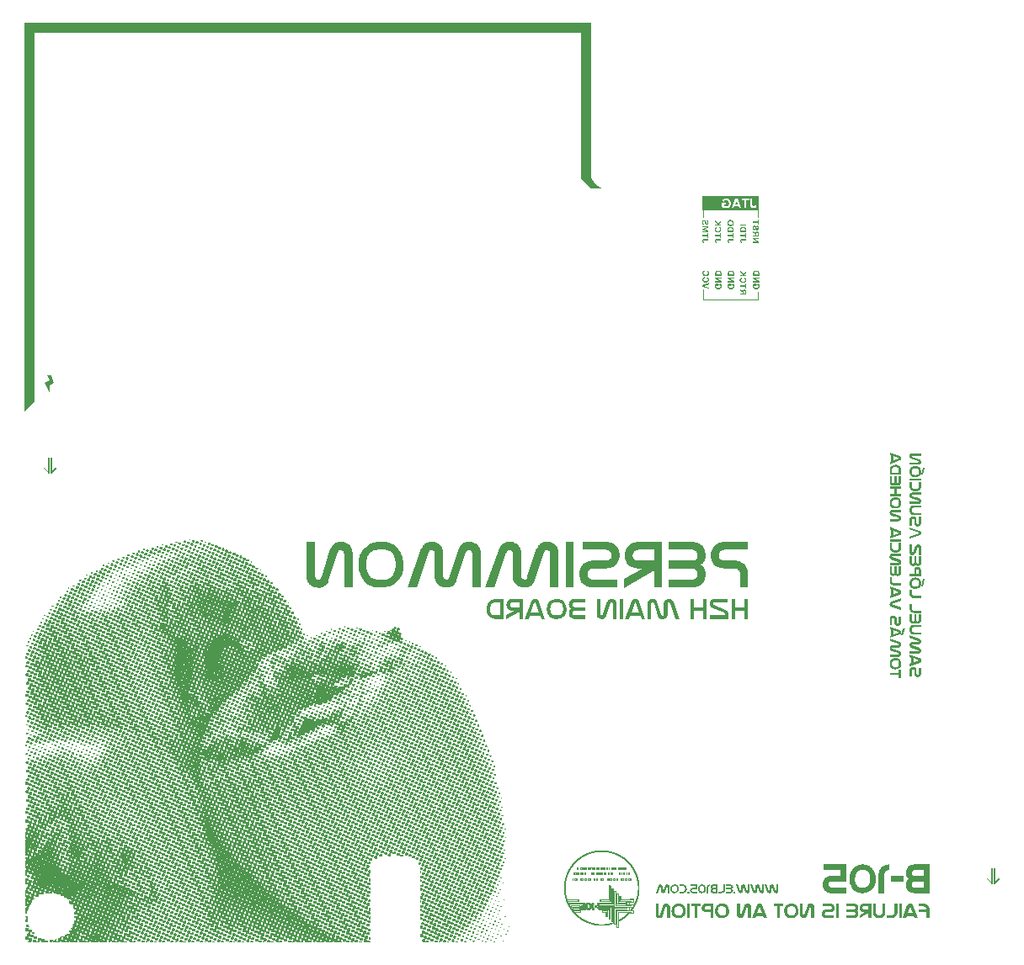
<source format=gbo>
G04 Layer_Color=32896*
%FSLAX25Y25*%
%MOIN*%
G70*
G01*
G75*
%ADD10C,0.00591*%
%ADD75C,0.00492*%
%ADD133C,0.00200*%
%ADD134C,0.00050*%
G36*
X158097Y43414D02*
X154682D01*
X154637Y43407D01*
X154554Y43377D01*
X154502Y43332D01*
X154457Y43287D01*
X154435Y43242D01*
X154427Y43197D01*
X154420Y43167D01*
Y43160D01*
X154427Y43107D01*
X154442Y43062D01*
X154457Y43040D01*
X154465Y43032D01*
X154517Y43002D01*
X154577Y42980D01*
X154622Y42957D01*
X154637Y42950D01*
X154644D01*
X157431Y42036D01*
X157536Y41991D01*
X157625Y41939D01*
X157708Y41871D01*
X157783Y41811D01*
X157835Y41752D01*
X157880Y41699D01*
X157903Y41669D01*
X157910Y41654D01*
X157977Y41542D01*
X158022Y41429D01*
X158060Y41324D01*
X158082Y41220D01*
X158097Y41137D01*
X158105Y41062D01*
Y41017D01*
Y41010D01*
Y41003D01*
Y40913D01*
X158090Y40823D01*
X158082Y40740D01*
X158067Y40665D01*
X158052Y40606D01*
X158037Y40561D01*
X158030Y40531D01*
X158022Y40523D01*
X157992Y40448D01*
X157955Y40373D01*
X157918Y40306D01*
X157880Y40253D01*
X157843Y40209D01*
X157813Y40171D01*
X157798Y40149D01*
X157790Y40141D01*
X157670Y40029D01*
X157610Y39991D01*
X157551Y39954D01*
X157498Y39924D01*
X157461Y39901D01*
X157431Y39894D01*
X157423Y39887D01*
X157341Y39856D01*
X157266Y39834D01*
X157184Y39819D01*
X157116Y39812D01*
X157049Y39804D01*
X157004Y39797D01*
X153543D01*
Y40755D01*
X156944D01*
X156989Y40770D01*
X157071Y40800D01*
X157131Y40838D01*
X157169Y40890D01*
X157191Y40935D01*
X157199Y40980D01*
X157206Y41010D01*
Y41017D01*
X157199Y41070D01*
X157176Y41107D01*
X157154Y41130D01*
X157146Y41137D01*
X157094Y41175D01*
X157041Y41197D01*
X156996Y41212D01*
X156981Y41220D01*
X156974D01*
X154195Y42126D01*
X154090Y42171D01*
X153993Y42223D01*
X153910Y42291D01*
X153835Y42351D01*
X153776Y42411D01*
X153738Y42463D01*
X153708Y42493D01*
X153701Y42508D01*
X153633Y42620D01*
X153588Y42733D01*
X153551Y42845D01*
X153528Y42950D01*
X153513Y43032D01*
X153506Y43107D01*
Y43152D01*
Y43160D01*
Y43167D01*
Y43264D01*
X153521Y43347D01*
X153528Y43429D01*
X153543Y43497D01*
X153558Y43556D01*
X153566Y43602D01*
X153581Y43632D01*
Y43639D01*
X153618Y43721D01*
X153656Y43789D01*
X153693Y43856D01*
X153731Y43909D01*
X153761Y43961D01*
X153791Y43991D01*
X153805Y44013D01*
X153813Y44021D01*
X153873Y44081D01*
X153940Y44133D01*
X154000Y44178D01*
X154053Y44216D01*
X154105Y44246D01*
X154143Y44268D01*
X154173Y44276D01*
X154180Y44283D01*
X154262Y44313D01*
X154345Y44343D01*
X154427Y44358D01*
X154502Y44366D01*
X154562Y44373D01*
X154614Y44381D01*
X158097D01*
Y43414D01*
D02*
G37*
G36*
X93935Y129167D02*
X92248D01*
X93935Y128131D01*
Y127638D01*
X91418D01*
Y128109D01*
X93071D01*
X91418Y129126D01*
Y129639D01*
X93935D01*
Y129167D01*
D02*
G37*
G36*
X158786Y35954D02*
X158127D01*
X158809Y38628D01*
X159655D01*
X158786Y35954D01*
D02*
G37*
G36*
X158097Y33490D02*
X153543D01*
Y34396D01*
X158097D01*
Y33490D01*
D02*
G37*
G36*
X156038Y39340D02*
X156232Y39317D01*
X156412Y39287D01*
X156584Y39250D01*
X156742Y39205D01*
X156884Y39145D01*
X157019Y39085D01*
X157146Y39010D01*
X157258Y38935D01*
X157363Y38853D01*
X157461Y38770D01*
X157543Y38681D01*
X157625Y38583D01*
X157693Y38493D01*
X157813Y38299D01*
X157910Y38104D01*
X157977Y37917D01*
X158030Y37744D01*
X158060Y37587D01*
X158075Y37520D01*
X158082Y37452D01*
X158090Y37400D01*
Y37355D01*
X158097Y37317D01*
Y37287D01*
Y37272D01*
Y37265D01*
Y36928D01*
X158090Y36741D01*
X158075Y36561D01*
X158045Y36396D01*
X158000Y36246D01*
X157948Y36097D01*
X157888Y35969D01*
X157820Y35842D01*
X157745Y35730D01*
X157663Y35625D01*
X157573Y35527D01*
X157483Y35437D01*
X157378Y35355D01*
X157281Y35288D01*
X157176Y35220D01*
X156966Y35108D01*
X156757Y35025D01*
X156554Y34958D01*
X156360Y34913D01*
X156187Y34883D01*
X156113Y34868D01*
X156045Y34861D01*
X155985Y34853D01*
X155933D01*
X155888Y34846D01*
X155820D01*
X155611Y34853D01*
X155423Y34868D01*
X155236Y34898D01*
X155071Y34936D01*
X154914Y34980D01*
X154764Y35040D01*
X154629Y35100D01*
X154502Y35168D01*
X154390Y35243D01*
X154285Y35325D01*
X154188Y35415D01*
X154098Y35505D01*
X154023Y35595D01*
X153948Y35692D01*
X153888Y35789D01*
X153828Y35887D01*
X153731Y36074D01*
X153663Y36261D01*
X153611Y36441D01*
X153581Y36598D01*
X153566Y36666D01*
X153558Y36726D01*
X153551Y36786D01*
Y36830D01*
X153543Y36868D01*
Y36898D01*
Y36913D01*
Y36920D01*
Y37272D01*
X153551Y37460D01*
X153566Y37639D01*
X153603Y37804D01*
X153641Y37954D01*
X153693Y38104D01*
X153753Y38231D01*
X153821Y38359D01*
X153903Y38471D01*
X153985Y38576D01*
X154075Y38673D01*
X154165Y38763D01*
X154262Y38838D01*
X154367Y38913D01*
X154472Y38980D01*
X154682Y39085D01*
X154892Y39175D01*
X155101Y39235D01*
X155296Y39287D01*
X155468Y39317D01*
X155543Y39325D01*
X155611Y39332D01*
X155671Y39340D01*
X155723D01*
X155768Y39347D01*
X155835D01*
X156038Y39340D01*
D02*
G37*
G36*
X88935Y128741D02*
X87252D01*
X87203Y128737D01*
X87158Y128734D01*
X87117Y128730D01*
X87080Y128726D01*
X87046Y128719D01*
X87016Y128711D01*
X86990Y128707D01*
X86953Y128692D01*
X86923Y128681D01*
X86908Y128674D01*
X86904Y128670D01*
X86874Y128640D01*
X86852Y128603D01*
X86833Y128562D01*
X86822Y128524D01*
X86814Y128487D01*
X86810Y128457D01*
Y128438D01*
Y128434D01*
Y128431D01*
X86818Y128371D01*
X86833Y128322D01*
X86852Y128277D01*
X86878Y128244D01*
X86904Y128214D01*
X86923Y128195D01*
X86938Y128184D01*
X86945Y128180D01*
X86983Y128161D01*
X87031Y128150D01*
X87084Y128139D01*
X87132Y128131D01*
X87177Y128124D01*
X87218D01*
X87233Y128120D01*
X87252D01*
X87196Y127638D01*
X87121Y127641D01*
X87054Y127645D01*
X86990Y127656D01*
X86930Y127668D01*
X86874Y127683D01*
X86826Y127701D01*
X86777Y127720D01*
X86739Y127739D01*
X86702Y127754D01*
X86668Y127772D01*
X86642Y127791D01*
X86620Y127806D01*
X86605Y127817D01*
X86594Y127829D01*
X86586Y127832D01*
X86582Y127836D01*
X86545Y127877D01*
X86515Y127918D01*
X86489Y127963D01*
X86463Y128012D01*
X86425Y128105D01*
X86403Y128199D01*
X86395Y128244D01*
X86388Y128285D01*
X86384Y128319D01*
X86380Y128352D01*
X86377Y128375D01*
Y128397D01*
Y128408D01*
Y128412D01*
X86384Y128524D01*
X86399Y128625D01*
X86418Y128715D01*
X86444Y128786D01*
X86455Y128820D01*
X86466Y128846D01*
X86478Y128868D01*
X86489Y128891D01*
X86496Y128906D01*
X86504Y128917D01*
X86508Y128921D01*
Y128924D01*
X86560Y128992D01*
X86620Y129048D01*
X86680Y129096D01*
X86736Y129134D01*
X86784Y129160D01*
X86822Y129179D01*
X86837Y129186D01*
X86848Y129190D01*
X86855Y129194D01*
X86859D01*
X86926Y129212D01*
X87005Y129227D01*
X87087Y129235D01*
X87162Y129242D01*
X87233Y129246D01*
X87263Y129250D01*
X88935D01*
Y128741D01*
D02*
G37*
G36*
Y129613D02*
X88508D01*
Y130360D01*
X86418D01*
Y130869D01*
X88508D01*
Y131610D01*
X88935D01*
Y129613D01*
D02*
G37*
G36*
X93935Y134882D02*
X93508D01*
Y135630D01*
X91418D01*
Y136139D01*
X93508D01*
Y136879D01*
X93935D01*
Y134882D01*
D02*
G37*
G36*
X91908Y132130D02*
X91960Y132096D01*
X92009Y132066D01*
X92054Y132036D01*
X92095Y132010D01*
X92132Y131984D01*
X92166Y131961D01*
X92222Y131920D01*
X92263Y131886D01*
X92293Y131860D01*
X92312Y131845D01*
X92315Y131842D01*
X92356Y131800D01*
X92398Y131755D01*
X92435Y131711D01*
X92465Y131669D01*
X92491Y131628D01*
X92510Y131598D01*
X92525Y131580D01*
X92529Y131576D01*
Y131572D01*
X92540Y131632D01*
X92551Y131688D01*
X92566Y131741D01*
X92585Y131789D01*
X92600Y131834D01*
X92622Y131871D01*
X92641Y131909D01*
X92659Y131942D01*
X92678Y131973D01*
X92697Y131995D01*
X92712Y132017D01*
X92727Y132036D01*
X92738Y132047D01*
X92749Y132059D01*
X92753Y132066D01*
X92757D01*
X92794Y132096D01*
X92831Y132122D01*
X92910Y132163D01*
X92989Y132193D01*
X93063Y132212D01*
X93127Y132227D01*
X93157Y132230D01*
X93179D01*
X93202Y132234D01*
X93228D01*
X93310Y132230D01*
X93385Y132216D01*
X93452Y132201D01*
X93512Y132178D01*
X93557Y132159D01*
X93594Y132141D01*
X93617Y132126D01*
X93624Y132122D01*
X93684Y132077D01*
X93733Y132032D01*
X93774Y131984D01*
X93808Y131935D01*
X93834Y131894D01*
X93853Y131860D01*
X93860Y131838D01*
X93864Y131834D01*
Y131830D01*
X93875Y131793D01*
X93886Y131752D01*
X93905Y131662D01*
X93916Y131565D01*
X93927Y131468D01*
Y131423D01*
X93931Y131381D01*
Y131344D01*
X93935Y131310D01*
Y131281D01*
Y131262D01*
Y131247D01*
Y131243D01*
Y130177D01*
X91418D01*
Y130686D01*
X92469D01*
Y130787D01*
Y130847D01*
X92465Y130899D01*
X92461Y130944D01*
X92454Y130981D01*
X92450Y131008D01*
X92443Y131026D01*
X92439Y131037D01*
Y131041D01*
X92428Y131071D01*
X92409Y131101D01*
X92394Y131127D01*
X92375Y131150D01*
X92360Y131168D01*
X92345Y131183D01*
X92338Y131191D01*
X92334Y131194D01*
X92319Y131210D01*
X92297Y131228D01*
X92244Y131269D01*
X92185Y131314D01*
X92121Y131359D01*
X92061Y131400D01*
X92035Y131415D01*
X92013Y131434D01*
X91990Y131445D01*
X91975Y131456D01*
X91968Y131460D01*
X91964Y131464D01*
X91418Y131830D01*
Y132440D01*
X91908Y132130D01*
D02*
G37*
G36*
X92233Y134624D02*
X92312Y134613D01*
X92379Y134594D01*
X92439Y134579D01*
X92484Y134561D01*
X92517Y134542D01*
X92540Y134531D01*
X92547Y134527D01*
X92607Y134486D01*
X92656Y134441D01*
X92701Y134392D01*
X92738Y134347D01*
X92768Y134310D01*
X92787Y134276D01*
X92802Y134254D01*
X92805Y134250D01*
Y134246D01*
X92824Y134213D01*
X92839Y134172D01*
X92873Y134086D01*
X92903Y133996D01*
X92929Y133906D01*
X92951Y133827D01*
X92962Y133790D01*
X92970Y133760D01*
X92977Y133734D01*
X92981Y133715D01*
X92985Y133704D01*
Y133700D01*
X93004Y133633D01*
X93019Y133573D01*
X93033Y133521D01*
X93048Y133472D01*
X93063Y133427D01*
X93078Y133390D01*
X93093Y133356D01*
X93104Y133330D01*
X93116Y133304D01*
X93127Y133285D01*
X93134Y133270D01*
X93142Y133255D01*
X93153Y133240D01*
X93157Y133237D01*
X93183Y133210D01*
X93205Y133192D01*
X93232Y133180D01*
X93254Y133173D01*
X93277Y133166D01*
X93291Y133162D01*
X93306D01*
X93344Y133166D01*
X93374Y133173D01*
X93400Y133188D01*
X93422Y133203D01*
X93441Y133214D01*
X93452Y133229D01*
X93460Y133237D01*
X93464Y133240D01*
X93493Y133289D01*
X93516Y133345D01*
X93535Y133405D01*
X93546Y133457D01*
X93553Y133510D01*
X93557Y133547D01*
Y133562D01*
Y133573D01*
Y133581D01*
Y133584D01*
X93553Y133659D01*
X93542Y133727D01*
X93531Y133783D01*
X93516Y133827D01*
X93497Y133861D01*
X93486Y133887D01*
X93475Y133902D01*
X93471Y133906D01*
X93434Y133943D01*
X93392Y133973D01*
X93348Y134000D01*
X93299Y134018D01*
X93258Y134033D01*
X93224Y134041D01*
X93202Y134048D01*
X93194D01*
X93213Y134557D01*
X93277Y134553D01*
X93336Y134542D01*
X93392Y134527D01*
X93445Y134512D01*
X93493Y134490D01*
X93538Y134471D01*
X93580Y134448D01*
X93621Y134426D01*
X93654Y134400D01*
X93681Y134377D01*
X93707Y134359D01*
X93729Y134340D01*
X93744Y134325D01*
X93755Y134314D01*
X93763Y134306D01*
X93766Y134302D01*
X93804Y134254D01*
X93838Y134202D01*
X93864Y134149D01*
X93886Y134089D01*
X93924Y133973D01*
X93950Y133857D01*
X93957Y133805D01*
X93965Y133753D01*
X93968Y133708D01*
X93972Y133670D01*
X93976Y133637D01*
Y133614D01*
Y133596D01*
Y133592D01*
X93972Y133487D01*
X93961Y133390D01*
X93946Y133308D01*
X93931Y133233D01*
X93924Y133203D01*
X93916Y133177D01*
X93909Y133151D01*
X93901Y133132D01*
X93894Y133117D01*
X93890Y133106D01*
X93886Y133098D01*
Y133095D01*
X93853Y133023D01*
X93811Y132960D01*
X93766Y132907D01*
X93725Y132863D01*
X93688Y132829D01*
X93658Y132803D01*
X93639Y132788D01*
X93636Y132784D01*
X93632D01*
X93568Y132747D01*
X93505Y132720D01*
X93445Y132702D01*
X93389Y132691D01*
X93344Y132683D01*
X93306Y132676D01*
X93273D01*
X93217Y132679D01*
X93164Y132687D01*
X93116Y132698D01*
X93067Y132713D01*
X92981Y132747D01*
X92906Y132791D01*
X92876Y132810D01*
X92847Y132833D01*
X92820Y132851D01*
X92802Y132870D01*
X92787Y132881D01*
X92775Y132893D01*
X92768Y132900D01*
X92764Y132904D01*
X92738Y132937D01*
X92712Y132975D01*
X92686Y133016D01*
X92663Y133064D01*
X92622Y133158D01*
X92585Y133252D01*
X92570Y133296D01*
X92558Y133338D01*
X92544Y133375D01*
X92536Y133409D01*
X92529Y133439D01*
X92521Y133457D01*
X92517Y133472D01*
Y133476D01*
X92502Y133532D01*
X92487Y133584D01*
X92476Y133633D01*
X92465Y133674D01*
X92454Y133712D01*
X92446Y133745D01*
X92439Y133775D01*
X92431Y133798D01*
X92420Y133839D01*
X92413Y133865D01*
X92405Y133880D01*
Y133884D01*
X92387Y133929D01*
X92368Y133966D01*
X92353Y134000D01*
X92334Y134026D01*
X92319Y134044D01*
X92308Y134056D01*
X92300Y134063D01*
X92297Y134067D01*
X92270Y134086D01*
X92244Y134097D01*
X92196Y134112D01*
X92177Y134116D01*
X92158Y134119D01*
X92143D01*
X92095Y134116D01*
X92046Y134100D01*
X92005Y134078D01*
X91971Y134056D01*
X91941Y134033D01*
X91919Y134011D01*
X91904Y133996D01*
X91900Y133992D01*
X91867Y133940D01*
X91840Y133884D01*
X91825Y133820D01*
X91811Y133760D01*
X91803Y133708D01*
X91799Y133663D01*
Y133644D01*
Y133633D01*
Y133625D01*
Y133622D01*
X91803Y133539D01*
X91818Y133465D01*
X91837Y133401D01*
X91859Y133349D01*
X91878Y133308D01*
X91896Y133278D01*
X91912Y133259D01*
X91915Y133252D01*
X91964Y133207D01*
X92020Y133169D01*
X92084Y133136D01*
X92143Y133113D01*
X92196Y133095D01*
X92241Y133083D01*
X92259Y133080D01*
X92270D01*
X92278Y133076D01*
X92282D01*
X92233Y132582D01*
X92155Y132593D01*
X92084Y132608D01*
X92016Y132627D01*
X91953Y132649D01*
X91896Y132676D01*
X91844Y132698D01*
X91795Y132724D01*
X91754Y132750D01*
X91713Y132777D01*
X91683Y132803D01*
X91653Y132825D01*
X91631Y132844D01*
X91612Y132863D01*
X91601Y132874D01*
X91594Y132881D01*
X91590Y132885D01*
X91552Y132937D01*
X91519Y132990D01*
X91489Y133050D01*
X91463Y133109D01*
X91440Y133169D01*
X91422Y133229D01*
X91395Y133349D01*
X91388Y133405D01*
X91380Y133454D01*
X91377Y133498D01*
X91373Y133539D01*
X91369Y133573D01*
Y133596D01*
Y133614D01*
Y133618D01*
X91373Y133738D01*
X91384Y133843D01*
X91399Y133936D01*
X91407Y133977D01*
X91414Y134014D01*
X91422Y134048D01*
X91429Y134078D01*
X91436Y134104D01*
X91444Y134127D01*
X91452Y134142D01*
X91455Y134153D01*
X91459Y134160D01*
Y134164D01*
X91496Y134243D01*
X91541Y134310D01*
X91590Y134370D01*
X91635Y134418D01*
X91676Y134456D01*
X91710Y134482D01*
X91732Y134501D01*
X91736Y134504D01*
X91739D01*
X91811Y134546D01*
X91885Y134575D01*
X91953Y134598D01*
X92016Y134613D01*
X92069Y134620D01*
X92110Y134628D01*
X92147D01*
X92233Y134624D01*
D02*
G37*
G36*
X158097Y1178D02*
X158090Y1043D01*
X158082Y916D01*
X158067Y811D01*
X158045Y714D01*
X158022Y631D01*
X158007Y579D01*
X158000Y542D01*
X157992Y526D01*
X157955Y429D01*
X157910Y339D01*
X157858Y257D01*
X157813Y197D01*
X157775Y144D01*
X157738Y100D01*
X157715Y77D01*
X157708Y70D01*
X157633Y10D01*
X157558Y-50D01*
X157491Y-95D01*
X157423Y-133D01*
X157363Y-163D01*
X157318Y-185D01*
X157281Y-192D01*
X157273Y-200D01*
X157176Y-230D01*
X157086Y-245D01*
X156989Y-260D01*
X156906Y-275D01*
X156832D01*
X156779Y-282D01*
X156727D01*
X156637Y-275D01*
X156539Y-267D01*
X156457Y-245D01*
X156375Y-222D01*
X156307Y-207D01*
X156255Y-185D01*
X156225Y-178D01*
X156210Y-170D01*
X156120Y-118D01*
X156038Y-65D01*
X155978Y-5D01*
X155925Y55D01*
X155888Y107D01*
X155858Y152D01*
X155843Y182D01*
X155835Y189D01*
X155790Y107D01*
X155730Y32D01*
X155671Y-28D01*
X155603Y-80D01*
X155551Y-118D01*
X155506Y-148D01*
X155476Y-163D01*
X155461Y-170D01*
X155364Y-207D01*
X155266Y-237D01*
X155176Y-252D01*
X155094Y-267D01*
X155026Y-275D01*
X154966Y-282D01*
X154922D01*
X154734Y-267D01*
X154644Y-260D01*
X154569Y-245D01*
X154502Y-230D01*
X154457Y-222D01*
X154427Y-207D01*
X154412D01*
X154322Y-170D01*
X154240Y-133D01*
X154165Y-88D01*
X154105Y-50D01*
X154045Y-13D01*
X154008Y17D01*
X153978Y40D01*
X153970Y47D01*
X153903Y114D01*
X153843Y189D01*
X153783Y264D01*
X153738Y339D01*
X153701Y399D01*
X153678Y452D01*
X153663Y482D01*
X153656Y496D01*
X153618Y609D01*
X153588Y721D01*
X153573Y841D01*
X153558Y946D01*
X153551Y1036D01*
X153543Y1111D01*
Y1141D01*
Y1163D01*
Y1171D01*
Y1178D01*
Y3455D01*
X154435D01*
Y1066D01*
X154442Y998D01*
X154457Y931D01*
X154480Y879D01*
X154502Y834D01*
X154525Y796D01*
X154547Y766D01*
X154562Y751D01*
X154569Y744D01*
X154622Y706D01*
X154682Y676D01*
X154742Y654D01*
X154802Y639D01*
X154854Y631D01*
X154892Y624D01*
X154929D01*
X154997Y631D01*
X155049Y646D01*
X155086Y654D01*
X155101Y661D01*
X155161Y691D01*
X155206Y721D01*
X155236Y744D01*
X155244Y751D01*
X155281Y796D01*
X155318Y841D01*
X155333Y871D01*
X155341Y886D01*
X155364Y946D01*
X155371Y1006D01*
X155378Y1043D01*
Y1051D01*
Y1058D01*
Y3455D01*
X156285D01*
Y1066D01*
X156292Y998D01*
X156307Y931D01*
X156322Y879D01*
X156352Y834D01*
X156375Y796D01*
X156390Y766D01*
X156405Y751D01*
X156412Y744D01*
X156465Y706D01*
X156524Y676D01*
X156577Y654D01*
X156629Y639D01*
X156674Y631D01*
X156712Y624D01*
X156742D01*
X156809Y631D01*
X156861Y646D01*
X156899Y654D01*
X156914Y661D01*
X156974Y691D01*
X157019Y721D01*
X157049Y744D01*
X157056Y751D01*
X157094Y796D01*
X157131Y841D01*
X157146Y871D01*
X157154Y886D01*
X157176Y946D01*
X157184Y1006D01*
X157191Y1043D01*
Y1051D01*
Y1058D01*
Y3455D01*
X158097D01*
Y1178D01*
D02*
G37*
G36*
X157191Y8211D02*
X157341Y8181D01*
X157468Y8136D01*
X157580Y8084D01*
X157670Y8032D01*
X157738Y7987D01*
X157775Y7957D01*
X157790Y7942D01*
X157895Y7822D01*
X157970Y7687D01*
X158022Y7545D01*
X158060Y7410D01*
X158082Y7282D01*
X158090Y7230D01*
Y7185D01*
X158097Y7140D01*
Y7110D01*
Y7095D01*
Y7088D01*
Y4092D01*
X157191D01*
Y7110D01*
X157184Y7185D01*
X157169Y7245D01*
X157146Y7275D01*
X157139Y7282D01*
X157101Y7312D01*
X157064Y7327D01*
X157034Y7335D01*
X157019D01*
X156966Y7327D01*
X156921Y7305D01*
X156884Y7275D01*
X156876Y7267D01*
X156869D01*
X156816Y7223D01*
X156779Y7170D01*
X156757Y7133D01*
X156749Y7125D01*
Y7118D01*
X155708Y4706D01*
X155663Y4609D01*
X155618Y4526D01*
X155573Y4451D01*
X155536Y4399D01*
X155506Y4346D01*
X155476Y4316D01*
X155461Y4294D01*
X155453Y4287D01*
X155356Y4189D01*
X155259Y4114D01*
X155221Y4092D01*
X155191Y4069D01*
X155176Y4062D01*
X155169Y4054D01*
X155064Y4009D01*
X154966Y3972D01*
X154929Y3964D01*
X154899Y3957D01*
X154884Y3949D01*
X154877D01*
X154779Y3934D01*
X154689Y3927D01*
X154659Y3920D01*
X154614D01*
X154450Y3934D01*
X154292Y3964D01*
X154165Y4009D01*
X154053Y4062D01*
X153963Y4114D01*
X153895Y4159D01*
X153858Y4189D01*
X153843Y4204D01*
X153746Y4324D01*
X153671Y4466D01*
X153618Y4609D01*
X153581Y4751D01*
X153558Y4878D01*
X153551Y4931D01*
Y4976D01*
X153543Y5020D01*
Y5051D01*
Y5065D01*
Y5073D01*
Y8129D01*
X154435D01*
Y5051D01*
X154442Y4990D01*
X154457Y4938D01*
X154472Y4908D01*
X154480Y4893D01*
X154525Y4856D01*
X154577Y4841D01*
X154614Y4833D01*
X154629D01*
X154682Y4841D01*
X154719Y4856D01*
X154749Y4871D01*
X154764Y4878D01*
X154787Y4901D01*
X154817Y4931D01*
X154854Y4998D01*
X154877Y5028D01*
X154884Y5051D01*
X154899Y5065D01*
Y5073D01*
X155955Y7515D01*
X156000Y7597D01*
X156038Y7672D01*
X156082Y7739D01*
X156120Y7792D01*
X156157Y7837D01*
X156187Y7867D01*
X156202Y7889D01*
X156210Y7897D01*
X156262Y7949D01*
X156322Y8002D01*
X156367Y8039D01*
X156420Y8069D01*
X156457Y8099D01*
X156487Y8114D01*
X156502Y8129D01*
X156509D01*
X156622Y8174D01*
X156712Y8196D01*
X156749Y8204D01*
X156779Y8211D01*
X156801D01*
X156891Y8219D01*
X156959Y8226D01*
X157019D01*
X157191Y8211D01*
D02*
G37*
G36*
X156929Y-672D02*
X157011Y-687D01*
X157094Y-702D01*
X157161Y-717D01*
X157206Y-732D01*
X157244Y-739D01*
X157251Y-747D01*
X157341Y-784D01*
X157423Y-822D01*
X157498Y-867D01*
X157558Y-912D01*
X157610Y-949D01*
X157655Y-979D01*
X157678Y-1001D01*
X157685Y-1009D01*
X157753Y-1076D01*
X157813Y-1151D01*
X157865Y-1226D01*
X157910Y-1301D01*
X157940Y-1369D01*
X157963Y-1421D01*
X157977Y-1451D01*
X157985Y-1466D01*
X158022Y-1571D01*
X158052Y-1683D01*
X158067Y-1795D01*
X158082Y-1893D01*
X158090Y-1983D01*
X158097Y-2058D01*
Y-2103D01*
Y-2110D01*
Y-2118D01*
Y-4394D01*
X153543D01*
Y-3488D01*
X155378D01*
Y-2118D01*
X155386Y-1975D01*
X155401Y-1848D01*
X155416Y-1736D01*
X155438Y-1638D01*
X155461Y-1556D01*
X155483Y-1503D01*
X155491Y-1466D01*
X155498Y-1451D01*
X155543Y-1346D01*
X155596Y-1256D01*
X155648Y-1181D01*
X155701Y-1114D01*
X155738Y-1061D01*
X155775Y-1024D01*
X155798Y-1001D01*
X155805Y-994D01*
X155880Y-934D01*
X155955Y-882D01*
X156030Y-837D01*
X156097Y-799D01*
X156157Y-769D01*
X156202Y-754D01*
X156240Y-739D01*
X156247D01*
X156337Y-709D01*
X156427Y-694D01*
X156509Y-679D01*
X156577Y-664D01*
X156637D01*
X156689Y-657D01*
X156832D01*
X156929Y-672D01*
D02*
G37*
G36*
X156038Y-4851D02*
X156232Y-4874D01*
X156412Y-4904D01*
X156584Y-4941D01*
X156742Y-4986D01*
X156884Y-5046D01*
X157019Y-5106D01*
X157146Y-5181D01*
X157258Y-5256D01*
X157363Y-5338D01*
X157461Y-5421D01*
X157543Y-5510D01*
X157625Y-5608D01*
X157693Y-5698D01*
X157813Y-5892D01*
X157910Y-6087D01*
X157977Y-6274D01*
X158030Y-6447D01*
X158060Y-6604D01*
X158075Y-6671D01*
X158082Y-6739D01*
X158090Y-6791D01*
Y-6836D01*
X158097Y-6874D01*
Y-6904D01*
Y-6919D01*
Y-6926D01*
Y-7263D01*
X158090Y-7450D01*
X158075Y-7630D01*
X158045Y-7795D01*
X158000Y-7945D01*
X157948Y-8095D01*
X157888Y-8222D01*
X157820Y-8349D01*
X157745Y-8461D01*
X157663Y-8566D01*
X157573Y-8664D01*
X157483Y-8754D01*
X157378Y-8836D01*
X157281Y-8903D01*
X157176Y-8971D01*
X156966Y-9083D01*
X156757Y-9166D01*
X156554Y-9233D01*
X156360Y-9278D01*
X156187Y-9308D01*
X156113Y-9323D01*
X156045Y-9330D01*
X155985Y-9338D01*
X155933D01*
X155888Y-9345D01*
X155820D01*
X155611Y-9338D01*
X155423Y-9323D01*
X155236Y-9293D01*
X155071Y-9255D01*
X154914Y-9211D01*
X154764Y-9151D01*
X154629Y-9091D01*
X154502Y-9023D01*
X154390Y-8948D01*
X154285Y-8866D01*
X154188Y-8776D01*
X154098Y-8686D01*
X154023Y-8596D01*
X153948Y-8499D01*
X153888Y-8402D01*
X153828Y-8304D01*
X153731Y-8117D01*
X153663Y-7930D01*
X153611Y-7750D01*
X153581Y-7593D01*
X153566Y-7525D01*
X153558Y-7465D01*
X153551Y-7405D01*
Y-7361D01*
X153543Y-7323D01*
Y-7293D01*
Y-7278D01*
Y-7271D01*
Y-6919D01*
X153551Y-6731D01*
X153566Y-6552D01*
X153603Y-6387D01*
X153641Y-6237D01*
X153693Y-6087D01*
X153753Y-5960D01*
X153821Y-5833D01*
X153903Y-5720D01*
X153985Y-5615D01*
X154075Y-5518D01*
X154165Y-5428D01*
X154262Y-5353D01*
X154367Y-5278D01*
X154472Y-5211D01*
X154682Y-5106D01*
X154892Y-5016D01*
X155101Y-4956D01*
X155296Y-4904D01*
X155468Y-4874D01*
X155543Y-4866D01*
X155611Y-4859D01*
X155671Y-4851D01*
X155723D01*
X155768Y-4844D01*
X155835D01*
X156038Y-4851D01*
D02*
G37*
G36*
X158786Y-8237D02*
X158127D01*
X158809Y-5563D01*
X159655D01*
X158786Y-8237D01*
D02*
G37*
G36*
X158097Y27835D02*
X154682D01*
X154637Y27828D01*
X154554Y27798D01*
X154502Y27753D01*
X154457Y27708D01*
X154435Y27663D01*
X154427Y27618D01*
X154420Y27588D01*
Y27580D01*
X154427Y27528D01*
X154442Y27483D01*
X154457Y27461D01*
X154465Y27453D01*
X154517Y27423D01*
X154577Y27401D01*
X154622Y27378D01*
X154637Y27371D01*
X154644D01*
X157431Y26457D01*
X157536Y26412D01*
X157625Y26360D01*
X157708Y26292D01*
X157783Y26232D01*
X157835Y26172D01*
X157880Y26120D01*
X157903Y26090D01*
X157910Y26075D01*
X157977Y25962D01*
X158022Y25850D01*
X158060Y25745D01*
X158082Y25640D01*
X158097Y25558D01*
X158105Y25483D01*
Y25438D01*
Y25431D01*
Y25423D01*
Y25333D01*
X158090Y25243D01*
X158082Y25161D01*
X158067Y25086D01*
X158052Y25026D01*
X158037Y24981D01*
X158030Y24951D01*
X158022Y24944D01*
X157992Y24869D01*
X157955Y24794D01*
X157918Y24727D01*
X157880Y24674D01*
X157843Y24629D01*
X157813Y24592D01*
X157798Y24569D01*
X157790Y24562D01*
X157670Y24450D01*
X157610Y24412D01*
X157551Y24375D01*
X157498Y24345D01*
X157461Y24322D01*
X157431Y24315D01*
X157423Y24307D01*
X157341Y24277D01*
X157266Y24255D01*
X157184Y24240D01*
X157116Y24232D01*
X157049Y24225D01*
X157004Y24217D01*
X153543D01*
Y25176D01*
X156944D01*
X156989Y25191D01*
X157071Y25221D01*
X157131Y25258D01*
X157169Y25311D01*
X157191Y25356D01*
X157199Y25401D01*
X157206Y25431D01*
Y25438D01*
X157199Y25491D01*
X157176Y25528D01*
X157154Y25551D01*
X157146Y25558D01*
X157094Y25596D01*
X157041Y25618D01*
X156996Y25633D01*
X156981Y25640D01*
X156974D01*
X154195Y26547D01*
X154090Y26592D01*
X153993Y26644D01*
X153910Y26711D01*
X153835Y26772D01*
X153776Y26831D01*
X153738Y26884D01*
X153708Y26914D01*
X153701Y26929D01*
X153633Y27041D01*
X153588Y27153D01*
X153551Y27266D01*
X153528Y27371D01*
X153513Y27453D01*
X153506Y27528D01*
Y27573D01*
Y27580D01*
Y27588D01*
Y27685D01*
X153521Y27768D01*
X153528Y27850D01*
X153543Y27917D01*
X153558Y27977D01*
X153566Y28022D01*
X153581Y28052D01*
Y28060D01*
X153618Y28142D01*
X153656Y28209D01*
X153693Y28277D01*
X153731Y28329D01*
X153761Y28382D01*
X153791Y28412D01*
X153805Y28434D01*
X153813Y28442D01*
X153873Y28502D01*
X153940Y28554D01*
X154000Y28599D01*
X154053Y28637D01*
X154105Y28666D01*
X154143Y28689D01*
X154173Y28696D01*
X154180Y28704D01*
X154262Y28734D01*
X154345Y28764D01*
X154427Y28779D01*
X154502Y28786D01*
X154562Y28794D01*
X154614Y28801D01*
X158097D01*
Y27835D01*
D02*
G37*
G36*
Y31333D02*
X158090Y31146D01*
X158075Y30966D01*
X158045Y30801D01*
X158000Y30651D01*
X157948Y30501D01*
X157888Y30374D01*
X157820Y30247D01*
X157745Y30134D01*
X157663Y30030D01*
X157573Y29932D01*
X157483Y29842D01*
X157378Y29760D01*
X157281Y29693D01*
X157176Y29625D01*
X156966Y29513D01*
X156757Y29430D01*
X156554Y29363D01*
X156360Y29318D01*
X156187Y29288D01*
X156113Y29273D01*
X156045Y29266D01*
X155985Y29258D01*
X155933D01*
X155888Y29251D01*
X155820D01*
X155611Y29258D01*
X155423Y29273D01*
X155236Y29303D01*
X155071Y29340D01*
X154914Y29386D01*
X154764Y29445D01*
X154629Y29505D01*
X154502Y29573D01*
X154390Y29648D01*
X154285Y29730D01*
X154188Y29820D01*
X154098Y29910D01*
X154023Y30000D01*
X153948Y30097D01*
X153888Y30194D01*
X153828Y30292D01*
X153731Y30479D01*
X153663Y30666D01*
X153611Y30846D01*
X153581Y31003D01*
X153566Y31071D01*
X153558Y31131D01*
X153551Y31191D01*
Y31236D01*
X153543Y31273D01*
Y31303D01*
Y31318D01*
Y31325D01*
Y33003D01*
X154435D01*
Y31131D01*
X154442Y31041D01*
X154450Y30958D01*
X154495Y30809D01*
X154562Y30681D01*
X154652Y30569D01*
X154757Y30472D01*
X154869Y30397D01*
X154997Y30329D01*
X155124Y30277D01*
X155251Y30239D01*
X155378Y30209D01*
X155491Y30187D01*
X155596Y30172D01*
X155685Y30164D01*
X155753Y30157D01*
X155948D01*
X156068Y30164D01*
X156180Y30179D01*
X156285Y30194D01*
X156375Y30209D01*
X156465Y30232D01*
X156539Y30254D01*
X156607Y30277D01*
X156667Y30299D01*
X156719Y30322D01*
X156764Y30344D01*
X156801Y30359D01*
X156824Y30374D01*
X156846Y30389D01*
X156861Y30397D01*
X156921Y30449D01*
X156974Y30501D01*
X157049Y30614D01*
X157109Y30741D01*
X157154Y30861D01*
X157176Y30966D01*
X157184Y31056D01*
X157191Y31093D01*
Y31116D01*
Y31131D01*
Y31138D01*
Y33011D01*
X158097D01*
Y31333D01*
D02*
G37*
G36*
Y22787D02*
X155296D01*
X155161Y22779D01*
X155041Y22749D01*
X154929Y22712D01*
X154839Y22667D01*
X154772Y22614D01*
X154719Y22577D01*
X154689Y22547D01*
X154674Y22540D01*
X154592Y22442D01*
X154540Y22322D01*
X154495Y22203D01*
X154465Y22090D01*
X154450Y21978D01*
X154442Y21895D01*
X154435Y21858D01*
Y21836D01*
Y21821D01*
Y21813D01*
Y21791D01*
X154442Y21618D01*
X154472Y21461D01*
X154510Y21326D01*
X154554Y21221D01*
X154599Y21132D01*
X154637Y21072D01*
X154667Y21034D01*
X154674Y21019D01*
X154772Y20929D01*
X154877Y20862D01*
X154974Y20817D01*
X155079Y20787D01*
X155161Y20764D01*
X155236Y20757D01*
X155281Y20750D01*
X158097D01*
Y19843D01*
X155281D01*
X155139Y19851D01*
X155011Y19866D01*
X154892Y19881D01*
X154787Y19903D01*
X154697Y19926D01*
X154637Y19948D01*
X154592Y19956D01*
X154585Y19963D01*
X154577D01*
X154465Y20016D01*
X154352Y20075D01*
X154262Y20135D01*
X154180Y20195D01*
X154113Y20255D01*
X154068Y20300D01*
X154030Y20330D01*
X154023Y20337D01*
X153940Y20435D01*
X153866Y20540D01*
X153805Y20645D01*
X153753Y20734D01*
X153716Y20817D01*
X153686Y20884D01*
X153671Y20929D01*
X153663Y20937D01*
Y20944D01*
X153626Y21087D01*
X153596Y21229D01*
X153573Y21364D01*
X153558Y21498D01*
X153551Y21611D01*
Y21656D01*
X153543Y21693D01*
Y21731D01*
Y21753D01*
Y21768D01*
Y21776D01*
X153551Y21948D01*
X153566Y22113D01*
X153581Y22255D01*
X153603Y22375D01*
X153626Y22472D01*
X153648Y22555D01*
X153656Y22577D01*
Y22600D01*
X153663Y22607D01*
Y22614D01*
X153716Y22742D01*
X153776Y22862D01*
X153828Y22959D01*
X153888Y23049D01*
X153940Y23116D01*
X153978Y23169D01*
X154008Y23206D01*
X154015Y23214D01*
X154105Y23304D01*
X154202Y23379D01*
X154292Y23438D01*
X154382Y23491D01*
X154457Y23528D01*
X154517Y23558D01*
X154554Y23573D01*
X154569Y23581D01*
X154689Y23618D01*
X154817Y23648D01*
X154937Y23671D01*
X155049Y23686D01*
X155139Y23693D01*
X155214Y23701D01*
X158097D01*
Y22787D01*
D02*
G37*
G36*
X157483Y13716D02*
X157588Y13671D01*
X157685Y13619D01*
X157760Y13559D01*
X157828Y13499D01*
X157880Y13447D01*
X157910Y13402D01*
X157932Y13372D01*
X157940Y13364D01*
X157992Y13274D01*
X158030Y13177D01*
X158060Y13080D01*
X158075Y12990D01*
X158090Y12915D01*
X158097Y12848D01*
Y12810D01*
Y12803D01*
Y12795D01*
X158090Y12675D01*
X158075Y12563D01*
X158045Y12466D01*
X158022Y12383D01*
X157992Y12316D01*
X157963Y12263D01*
X157948Y12233D01*
X157940Y12218D01*
X157880Y12136D01*
X157805Y12061D01*
X157730Y12001D01*
X157655Y11956D01*
X157588Y11911D01*
X157536Y11889D01*
X157498Y11874D01*
X157483Y11866D01*
X153543Y10488D01*
Y11424D01*
X157079Y12683D01*
X157116Y12698D01*
X157139Y12713D01*
X157169Y12750D01*
X157184Y12780D01*
Y12795D01*
X157169Y12840D01*
X157146Y12878D01*
X157124Y12892D01*
X157109Y12900D01*
X153543Y14158D01*
Y15095D01*
X157483Y13716D01*
D02*
G37*
G36*
X155049Y19394D02*
X155161Y19386D01*
X155274Y19364D01*
X155371Y19341D01*
X155461Y19311D01*
X155543Y19274D01*
X155618Y19237D01*
X155685Y19207D01*
X155745Y19169D01*
X155798Y19132D01*
X155843Y19094D01*
X155873Y19064D01*
X155903Y19042D01*
X155925Y19019D01*
X155933Y19012D01*
X155940Y19004D01*
X156000Y18929D01*
X156052Y18847D01*
X156142Y18675D01*
X156202Y18503D01*
X156240Y18330D01*
X156270Y18180D01*
X156277Y18113D01*
Y18061D01*
X156285Y18016D01*
Y17978D01*
Y17956D01*
Y17948D01*
Y16720D01*
X156292Y16653D01*
X156307Y16592D01*
X156322Y16540D01*
X156352Y16495D01*
X156375Y16458D01*
X156390Y16428D01*
X156405Y16413D01*
X156412Y16405D01*
X156465Y16360D01*
X156524Y16330D01*
X156577Y16308D01*
X156629Y16293D01*
X156674Y16285D01*
X156712Y16278D01*
X156742D01*
X156809Y16285D01*
X156861Y16300D01*
X156899Y16308D01*
X156914Y16315D01*
X156974Y16345D01*
X157019Y16375D01*
X157049Y16398D01*
X157056Y16405D01*
X157094Y16450D01*
X157131Y16495D01*
X157146Y16525D01*
X157154Y16540D01*
X157176Y16600D01*
X157184Y16660D01*
X157191Y16697D01*
Y16705D01*
Y16712D01*
Y19109D01*
X158097D01*
Y16832D01*
X158090Y16697D01*
X158082Y16570D01*
X158060Y16450D01*
X158045Y16353D01*
X158022Y16278D01*
X158000Y16218D01*
X157992Y16181D01*
X157985Y16166D01*
X157940Y16068D01*
X157895Y15978D01*
X157843Y15896D01*
X157798Y15836D01*
X157753Y15784D01*
X157715Y15739D01*
X157693Y15716D01*
X157685Y15709D01*
X157610Y15649D01*
X157536Y15596D01*
X157468Y15551D01*
X157401Y15514D01*
X157341Y15492D01*
X157296Y15469D01*
X157258Y15462D01*
X157251Y15454D01*
X157161Y15424D01*
X157071Y15409D01*
X156981Y15394D01*
X156899Y15379D01*
X156832D01*
X156772Y15372D01*
X156727D01*
X156554Y15387D01*
X156472Y15394D01*
X156405Y15409D01*
X156345Y15424D01*
X156300Y15432D01*
X156262Y15447D01*
X156255D01*
X156165Y15484D01*
X156082Y15521D01*
X156008Y15566D01*
X155948Y15604D01*
X155888Y15641D01*
X155850Y15671D01*
X155820Y15694D01*
X155813Y15701D01*
X155745Y15769D01*
X155685Y15844D01*
X155626Y15919D01*
X155581Y15993D01*
X155543Y16053D01*
X155521Y16106D01*
X155506Y16136D01*
X155498Y16151D01*
X155461Y16263D01*
X155431Y16375D01*
X155408Y16495D01*
X155393Y16600D01*
X155386Y16690D01*
X155378Y16765D01*
Y16795D01*
Y16817D01*
Y16825D01*
Y16832D01*
Y18083D01*
X155371Y18143D01*
X155356Y18203D01*
X155333Y18248D01*
X155311Y18293D01*
X155281Y18323D01*
X155259Y18345D01*
X155244Y18360D01*
X155236Y18368D01*
X155184Y18405D01*
X155131Y18435D01*
X155079Y18458D01*
X155026Y18473D01*
X154989Y18480D01*
X154952Y18487D01*
X154922D01*
X154847Y18480D01*
X154779Y18473D01*
X154719Y18450D01*
X154667Y18428D01*
X154629Y18405D01*
X154592Y18390D01*
X154577Y18375D01*
X154569Y18368D01*
X154525Y18323D01*
X154495Y18278D01*
X154465Y18225D01*
X154450Y18180D01*
X154442Y18143D01*
X154435Y18113D01*
Y18090D01*
Y18083D01*
Y15589D01*
X153543D01*
Y17933D01*
X153551Y18061D01*
X153558Y18180D01*
X153573Y18285D01*
X153596Y18390D01*
X153618Y18487D01*
X153648Y18577D01*
X153678Y18660D01*
X153716Y18735D01*
X153746Y18795D01*
X153776Y18855D01*
X153805Y18900D01*
X153828Y18937D01*
X153850Y18974D01*
X153866Y18997D01*
X153880Y19004D01*
Y19012D01*
X153948Y19079D01*
X154023Y19139D01*
X154105Y19192D01*
X154188Y19237D01*
X154352Y19304D01*
X154517Y19356D01*
X154667Y19379D01*
X154734Y19386D01*
X154787Y19394D01*
X154832Y19401D01*
X154929D01*
X155049Y19394D01*
D02*
G37*
G36*
X87779Y134041D02*
X87891Y134033D01*
X87944Y134026D01*
X87992Y134018D01*
X88037Y134011D01*
X88078Y134003D01*
X88116Y133996D01*
X88149Y133988D01*
X88176Y133981D01*
X88202Y133973D01*
X88221Y133970D01*
X88232Y133966D01*
X88239Y133962D01*
X88243D01*
X88329Y133929D01*
X88407Y133891D01*
X88478Y133850D01*
X88538Y133809D01*
X88587Y133775D01*
X88621Y133745D01*
X88643Y133727D01*
X88651Y133723D01*
Y133719D01*
X88710Y133659D01*
X88759Y133596D01*
X88800Y133532D01*
X88830Y133472D01*
X88856Y133420D01*
X88875Y133379D01*
X88879Y133364D01*
X88882Y133352D01*
X88886Y133345D01*
Y133341D01*
X88901Y133274D01*
X88916Y133195D01*
X88924Y133117D01*
X88927Y133042D01*
X88931Y132971D01*
X88935Y132941D01*
Y132915D01*
Y132893D01*
Y132878D01*
Y132866D01*
Y132863D01*
Y131939D01*
X86418D01*
Y132893D01*
X86422Y132993D01*
X86425Y133080D01*
X86433Y133158D01*
X86444Y133222D01*
X86455Y133274D01*
X86463Y133311D01*
X86466Y133323D01*
Y133334D01*
X86470Y133341D01*
X86500Y133420D01*
X86530Y133491D01*
X86564Y133551D01*
X86597Y133603D01*
X86624Y133644D01*
X86646Y133674D01*
X86665Y133689D01*
X86668Y133697D01*
X86736Y133760D01*
X86810Y133812D01*
X86885Y133857D01*
X86956Y133899D01*
X87020Y133929D01*
X87046Y133940D01*
X87069Y133947D01*
X87087Y133955D01*
X87102Y133962D01*
X87110Y133966D01*
X87113D01*
X87199Y133992D01*
X87293Y134011D01*
X87383Y134026D01*
X87469Y134033D01*
X87506Y134037D01*
X87540Y134041D01*
X87573D01*
X87600Y134044D01*
X87652D01*
X87779Y134041D01*
D02*
G37*
G36*
X86829Y109177D02*
X86881Y109143D01*
X86930Y109113D01*
X86975Y109083D01*
X87016Y109057D01*
X87053Y109031D01*
X87087Y109009D01*
X87143Y108967D01*
X87184Y108934D01*
X87214Y108908D01*
X87233Y108893D01*
X87237Y108889D01*
X87278Y108848D01*
X87319Y108803D01*
X87356Y108758D01*
X87386Y108717D01*
X87412Y108676D01*
X87431Y108646D01*
X87446Y108627D01*
X87450Y108623D01*
Y108620D01*
X87461Y108679D01*
X87472Y108736D01*
X87487Y108788D01*
X87506Y108836D01*
X87521Y108881D01*
X87543Y108919D01*
X87562Y108956D01*
X87581Y108990D01*
X87599Y109020D01*
X87618Y109042D01*
X87633Y109065D01*
X87648Y109083D01*
X87659Y109095D01*
X87670Y109106D01*
X87674Y109113D01*
X87678D01*
X87715Y109143D01*
X87753Y109169D01*
X87831Y109211D01*
X87910Y109240D01*
X87985Y109259D01*
X88048Y109274D01*
X88078Y109278D01*
X88101D01*
X88123Y109282D01*
X88149D01*
X88231Y109278D01*
X88306Y109263D01*
X88374Y109248D01*
X88433Y109225D01*
X88478Y109207D01*
X88516Y109188D01*
X88538Y109173D01*
X88546Y109169D01*
X88605Y109125D01*
X88654Y109080D01*
X88695Y109031D01*
X88729Y108982D01*
X88755Y108941D01*
X88774Y108908D01*
X88781Y108885D01*
X88785Y108881D01*
Y108878D01*
X88796Y108840D01*
X88807Y108799D01*
X88826Y108709D01*
X88837Y108612D01*
X88849Y108515D01*
Y108470D01*
X88852Y108429D01*
Y108391D01*
X88856Y108358D01*
Y108328D01*
Y108309D01*
Y108294D01*
Y108291D01*
Y107225D01*
X86339D01*
Y107733D01*
X87390D01*
Y107834D01*
Y107894D01*
X87386Y107946D01*
X87383Y107991D01*
X87375Y108029D01*
X87371Y108055D01*
X87364Y108074D01*
X87360Y108085D01*
Y108089D01*
X87349Y108118D01*
X87330Y108148D01*
X87315Y108175D01*
X87296Y108197D01*
X87282Y108216D01*
X87267Y108231D01*
X87259Y108238D01*
X87255Y108242D01*
X87240Y108257D01*
X87218Y108275D01*
X87166Y108317D01*
X87106Y108362D01*
X87042Y108406D01*
X86982Y108448D01*
X86956Y108463D01*
X86934Y108481D01*
X86911Y108493D01*
X86896Y108504D01*
X86889Y108507D01*
X86885Y108511D01*
X86339Y108878D01*
Y109487D01*
X86829Y109177D01*
D02*
G37*
G36*
X88856Y109584D02*
X88430D01*
Y110333D01*
X86339D01*
Y110841D01*
X88430D01*
Y111582D01*
X88856D01*
Y109584D01*
D02*
G37*
G36*
X72233Y136775D02*
X72312Y136763D01*
X72379Y136745D01*
X72439Y136730D01*
X72484Y136711D01*
X72517Y136692D01*
X72540Y136681D01*
X72547Y136677D01*
X72607Y136636D01*
X72656Y136591D01*
X72701Y136543D01*
X72738Y136498D01*
X72768Y136460D01*
X72787Y136427D01*
X72802Y136404D01*
X72805Y136401D01*
Y136397D01*
X72824Y136363D01*
X72839Y136322D01*
X72873Y136236D01*
X72903Y136146D01*
X72929Y136056D01*
X72951Y135978D01*
X72962Y135941D01*
X72970Y135911D01*
X72977Y135884D01*
X72981Y135866D01*
X72985Y135855D01*
Y135851D01*
X73004Y135784D01*
X73018Y135724D01*
X73033Y135671D01*
X73048Y135623D01*
X73063Y135578D01*
X73078Y135540D01*
X73093Y135507D01*
X73105Y135481D01*
X73116Y135454D01*
X73127Y135436D01*
X73134Y135421D01*
X73142Y135406D01*
X73153Y135391D01*
X73157Y135387D01*
X73183Y135361D01*
X73206Y135342D01*
X73232Y135331D01*
X73254Y135324D01*
X73277Y135316D01*
X73291Y135312D01*
X73307D01*
X73344Y135316D01*
X73374Y135324D01*
X73400Y135338D01*
X73422Y135353D01*
X73441Y135365D01*
X73452Y135380D01*
X73460Y135387D01*
X73464Y135391D01*
X73493Y135439D01*
X73516Y135495D01*
X73535Y135555D01*
X73546Y135608D01*
X73553Y135660D01*
X73557Y135697D01*
Y135713D01*
Y135724D01*
Y135731D01*
Y135735D01*
X73553Y135810D01*
X73542Y135877D01*
X73531Y135933D01*
X73516Y135978D01*
X73497Y136012D01*
X73486Y136038D01*
X73475Y136053D01*
X73471Y136056D01*
X73434Y136094D01*
X73392Y136124D01*
X73348Y136150D01*
X73299Y136169D01*
X73258Y136184D01*
X73224Y136191D01*
X73202Y136199D01*
X73194D01*
X73213Y136707D01*
X73277Y136704D01*
X73336Y136692D01*
X73392Y136677D01*
X73445Y136662D01*
X73493Y136640D01*
X73538Y136621D01*
X73580Y136599D01*
X73621Y136576D01*
X73654Y136550D01*
X73681Y136528D01*
X73707Y136509D01*
X73729Y136490D01*
X73744Y136475D01*
X73755Y136464D01*
X73763Y136457D01*
X73766Y136453D01*
X73804Y136404D01*
X73838Y136352D01*
X73864Y136300D01*
X73886Y136240D01*
X73924Y136124D01*
X73950Y136008D01*
X73957Y135956D01*
X73965Y135903D01*
X73968Y135858D01*
X73972Y135821D01*
X73976Y135787D01*
Y135765D01*
Y135746D01*
Y135742D01*
X73972Y135638D01*
X73961Y135540D01*
X73946Y135458D01*
X73931Y135383D01*
X73924Y135353D01*
X73916Y135327D01*
X73909Y135301D01*
X73901Y135282D01*
X73894Y135267D01*
X73890Y135256D01*
X73886Y135249D01*
Y135245D01*
X73852Y135174D01*
X73811Y135110D01*
X73766Y135058D01*
X73725Y135013D01*
X73688Y134979D01*
X73658Y134953D01*
X73639Y134938D01*
X73636Y134934D01*
X73632D01*
X73568Y134897D01*
X73505Y134871D01*
X73445Y134852D01*
X73389Y134841D01*
X73344Y134834D01*
X73307Y134826D01*
X73273D01*
X73217Y134830D01*
X73164Y134837D01*
X73116Y134848D01*
X73067Y134863D01*
X72981Y134897D01*
X72906Y134942D01*
X72876Y134961D01*
X72847Y134983D01*
X72820Y135002D01*
X72802Y135021D01*
X72787Y135032D01*
X72775Y135043D01*
X72768Y135050D01*
X72764Y135054D01*
X72738Y135088D01*
X72712Y135125D01*
X72686Y135166D01*
X72663Y135215D01*
X72622Y135309D01*
X72585Y135402D01*
X72570Y135447D01*
X72558Y135488D01*
X72544Y135526D01*
X72536Y135559D01*
X72529Y135589D01*
X72521Y135608D01*
X72517Y135623D01*
Y135626D01*
X72502Y135682D01*
X72487Y135735D01*
X72476Y135784D01*
X72465Y135825D01*
X72454Y135862D01*
X72446Y135896D01*
X72439Y135926D01*
X72431Y135948D01*
X72420Y135989D01*
X72413Y136015D01*
X72405Y136030D01*
Y136034D01*
X72386Y136079D01*
X72368Y136116D01*
X72353Y136150D01*
X72334Y136176D01*
X72319Y136195D01*
X72308Y136206D01*
X72300Y136214D01*
X72297Y136217D01*
X72271Y136236D01*
X72244Y136247D01*
X72196Y136262D01*
X72177Y136266D01*
X72158Y136270D01*
X72143D01*
X72095Y136266D01*
X72046Y136251D01*
X72005Y136229D01*
X71971Y136206D01*
X71941Y136184D01*
X71919Y136161D01*
X71904Y136146D01*
X71900Y136143D01*
X71867Y136090D01*
X71840Y136034D01*
X71825Y135970D01*
X71811Y135911D01*
X71803Y135858D01*
X71799Y135813D01*
Y135795D01*
Y135784D01*
Y135776D01*
Y135772D01*
X71803Y135690D01*
X71818Y135615D01*
X71837Y135552D01*
X71859Y135499D01*
X71878Y135458D01*
X71896Y135428D01*
X71912Y135409D01*
X71915Y135402D01*
X71964Y135357D01*
X72020Y135320D01*
X72083Y135286D01*
X72143Y135264D01*
X72196Y135245D01*
X72241Y135234D01*
X72259Y135230D01*
X72271D01*
X72278Y135226D01*
X72282D01*
X72233Y134733D01*
X72155Y134744D01*
X72083Y134759D01*
X72016Y134777D01*
X71953Y134800D01*
X71896Y134826D01*
X71844Y134848D01*
X71795Y134875D01*
X71754Y134901D01*
X71713Y134927D01*
X71683Y134953D01*
X71653Y134976D01*
X71631Y134994D01*
X71612Y135013D01*
X71601Y135024D01*
X71594Y135032D01*
X71590Y135036D01*
X71552Y135088D01*
X71519Y135140D01*
X71489Y135200D01*
X71463Y135260D01*
X71440Y135320D01*
X71421Y135380D01*
X71395Y135499D01*
X71388Y135555D01*
X71380Y135604D01*
X71377Y135649D01*
X71373Y135690D01*
X71369Y135724D01*
Y135746D01*
Y135765D01*
Y135769D01*
X71373Y135888D01*
X71384Y135993D01*
X71399Y136086D01*
X71407Y136128D01*
X71414Y136165D01*
X71421Y136199D01*
X71429Y136229D01*
X71437Y136255D01*
X71444Y136277D01*
X71451Y136292D01*
X71455Y136303D01*
X71459Y136311D01*
Y136315D01*
X71496Y136393D01*
X71541Y136460D01*
X71590Y136520D01*
X71635Y136569D01*
X71676Y136606D01*
X71710Y136633D01*
X71732Y136651D01*
X71736Y136655D01*
X71739D01*
X71811Y136696D01*
X71885Y136726D01*
X71953Y136748D01*
X72016Y136763D01*
X72069Y136771D01*
X72110Y136778D01*
X72147D01*
X72233Y136775D01*
D02*
G37*
G36*
X73935Y129613D02*
X73509D01*
Y130360D01*
X71418D01*
Y130869D01*
X73509D01*
Y131610D01*
X73935D01*
Y129613D01*
D02*
G37*
G36*
Y133596D02*
X72214Y133147D01*
X73935Y132691D01*
Y131931D01*
X71418D01*
Y132403D01*
X73396D01*
X71418Y132900D01*
Y133386D01*
X73396Y133887D01*
X71418Y133891D01*
Y134362D01*
X73935D01*
Y133596D01*
D02*
G37*
G36*
X72503Y113696D02*
X72406Y113670D01*
X72320Y113636D01*
X72252Y113603D01*
X72192Y113569D01*
X72151Y113535D01*
X72121Y113509D01*
X72103Y113494D01*
X72095Y113487D01*
X72054Y113431D01*
X72020Y113371D01*
X71998Y113311D01*
X71983Y113259D01*
X71975Y113210D01*
X71972Y113173D01*
X71968Y113158D01*
Y113146D01*
Y113143D01*
Y113139D01*
X71972Y113087D01*
X71975Y113042D01*
X71998Y112952D01*
X72032Y112877D01*
X72069Y112810D01*
X72106Y112758D01*
X72140Y112720D01*
X72151Y112709D01*
X72162Y112698D01*
X72166Y112694D01*
X72170Y112690D01*
X72211Y112660D01*
X72256Y112634D01*
X72308Y112612D01*
X72361Y112593D01*
X72473Y112563D01*
X72585Y112544D01*
X72637Y112537D01*
X72686Y112529D01*
X72731Y112526D01*
X72768D01*
X72802Y112522D01*
X72847D01*
X72929Y112526D01*
X73004Y112529D01*
X73075Y112537D01*
X73139Y112548D01*
X73198Y112563D01*
X73251Y112578D01*
X73299Y112593D01*
X73341Y112608D01*
X73378Y112623D01*
X73412Y112638D01*
X73438Y112653D01*
X73460Y112668D01*
X73475Y112679D01*
X73486Y112687D01*
X73494Y112694D01*
X73498D01*
X73535Y112728D01*
X73565Y112765D01*
X73591Y112802D01*
X73614Y112840D01*
X73651Y112915D01*
X73673Y112989D01*
X73688Y113053D01*
X73692Y113079D01*
X73696Y113105D01*
X73700Y113124D01*
Y113139D01*
Y113146D01*
Y113150D01*
X73696Y113221D01*
X73681Y113289D01*
X73662Y113348D01*
X73643Y113397D01*
X73621Y113438D01*
X73602Y113468D01*
X73587Y113487D01*
X73584Y113494D01*
X73539Y113543D01*
X73490Y113584D01*
X73438Y113618D01*
X73389Y113640D01*
X73344Y113659D01*
X73311Y113674D01*
X73296Y113678D01*
X73285D01*
X73281Y113681D01*
X73277D01*
X73397Y114182D01*
X73501Y114145D01*
X73595Y114108D01*
X73673Y114063D01*
X73741Y114022D01*
X73789Y113984D01*
X73827Y113954D01*
X73849Y113932D01*
X73857Y113928D01*
Y113924D01*
X73905Y113868D01*
X73946Y113809D01*
X73984Y113749D01*
X74018Y113685D01*
X74044Y113621D01*
X74066Y113562D01*
X74085Y113498D01*
X74100Y113442D01*
X74111Y113386D01*
X74119Y113333D01*
X74126Y113289D01*
X74130Y113251D01*
X74133Y113218D01*
Y113195D01*
Y113176D01*
Y113173D01*
X74130Y113075D01*
X74119Y112986D01*
X74100Y112900D01*
X74081Y112817D01*
X74051Y112743D01*
X74025Y112671D01*
X73991Y112608D01*
X73961Y112548D01*
X73928Y112496D01*
X73894Y112451D01*
X73868Y112413D01*
X73842Y112380D01*
X73819Y112354D01*
X73801Y112335D01*
X73789Y112324D01*
X73786Y112320D01*
X73718Y112264D01*
X73643Y112215D01*
X73565Y112170D01*
X73486Y112133D01*
X73404Y112103D01*
X73326Y112077D01*
X73243Y112054D01*
X73168Y112039D01*
X73094Y112024D01*
X73026Y112017D01*
X72967Y112010D01*
X72914Y112002D01*
X72869D01*
X72836Y111998D01*
X72809D01*
X72701Y112002D01*
X72600Y112013D01*
X72503Y112028D01*
X72413Y112047D01*
X72331Y112073D01*
X72252Y112099D01*
X72181Y112129D01*
X72118Y112159D01*
X72062Y112189D01*
X72013Y112219D01*
X71972Y112245D01*
X71938Y112271D01*
X71908Y112290D01*
X71889Y112305D01*
X71878Y112316D01*
X71874Y112320D01*
X71815Y112383D01*
X71762Y112447D01*
X71717Y112514D01*
X71676Y112585D01*
X71646Y112653D01*
X71616Y112720D01*
X71594Y112787D01*
X71575Y112851D01*
X71564Y112911D01*
X71553Y112967D01*
X71545Y113016D01*
X71538Y113060D01*
Y113094D01*
X71534Y113120D01*
Y113139D01*
Y113143D01*
X71538Y113218D01*
X71542Y113289D01*
X71553Y113356D01*
X71564Y113416D01*
X71579Y113476D01*
X71598Y113532D01*
X71616Y113580D01*
X71635Y113629D01*
X71650Y113670D01*
X71669Y113704D01*
X71688Y113737D01*
X71702Y113760D01*
X71714Y113782D01*
X71725Y113797D01*
X71729Y113805D01*
X71732Y113809D01*
X71773Y113857D01*
X71818Y113902D01*
X71916Y113980D01*
X72017Y114048D01*
X72118Y114100D01*
X72162Y114119D01*
X72207Y114138D01*
X72249Y114156D01*
X72282Y114167D01*
X72308Y114179D01*
X72331Y114186D01*
X72346Y114190D01*
X72350D01*
X72503Y113696D01*
D02*
G37*
G36*
Y116236D02*
X72406Y116209D01*
X72320Y116176D01*
X72252Y116142D01*
X72192Y116109D01*
X72151Y116075D01*
X72121Y116049D01*
X72103Y116034D01*
X72095Y116026D01*
X72054Y115970D01*
X72020Y115910D01*
X71998Y115850D01*
X71983Y115798D01*
X71975Y115750D01*
X71972Y115712D01*
X71968Y115697D01*
Y115686D01*
Y115682D01*
Y115679D01*
X71972Y115626D01*
X71975Y115581D01*
X71998Y115491D01*
X72032Y115417D01*
X72069Y115349D01*
X72106Y115297D01*
X72140Y115260D01*
X72151Y115248D01*
X72162Y115237D01*
X72166Y115233D01*
X72170Y115230D01*
X72211Y115200D01*
X72256Y115174D01*
X72308Y115151D01*
X72361Y115132D01*
X72473Y115103D01*
X72585Y115084D01*
X72637Y115076D01*
X72686Y115069D01*
X72731Y115065D01*
X72768D01*
X72802Y115061D01*
X72847D01*
X72929Y115065D01*
X73004Y115069D01*
X73075Y115076D01*
X73139Y115088D01*
X73198Y115103D01*
X73251Y115118D01*
X73299Y115132D01*
X73341Y115147D01*
X73378Y115162D01*
X73412Y115177D01*
X73438Y115192D01*
X73460Y115207D01*
X73475Y115218D01*
X73486Y115226D01*
X73494Y115233D01*
X73498D01*
X73535Y115267D01*
X73565Y115305D01*
X73591Y115342D01*
X73614Y115379D01*
X73651Y115454D01*
X73673Y115529D01*
X73688Y115593D01*
X73692Y115619D01*
X73696Y115645D01*
X73700Y115664D01*
Y115679D01*
Y115686D01*
Y115690D01*
X73696Y115761D01*
X73681Y115828D01*
X73662Y115888D01*
X73643Y115937D01*
X73621Y115978D01*
X73602Y116008D01*
X73587Y116026D01*
X73584Y116034D01*
X73539Y116082D01*
X73490Y116123D01*
X73438Y116157D01*
X73389Y116180D01*
X73344Y116198D01*
X73311Y116213D01*
X73296Y116217D01*
X73285D01*
X73281Y116221D01*
X73277D01*
X73397Y116722D01*
X73501Y116684D01*
X73595Y116647D01*
X73673Y116602D01*
X73741Y116561D01*
X73789Y116524D01*
X73827Y116494D01*
X73849Y116471D01*
X73857Y116468D01*
Y116464D01*
X73905Y116408D01*
X73946Y116348D01*
X73984Y116288D01*
X74018Y116225D01*
X74044Y116161D01*
X74066Y116101D01*
X74085Y116037D01*
X74100Y115981D01*
X74111Y115925D01*
X74119Y115873D01*
X74126Y115828D01*
X74130Y115791D01*
X74133Y115757D01*
Y115735D01*
Y115716D01*
Y115712D01*
X74130Y115615D01*
X74119Y115525D01*
X74100Y115439D01*
X74081Y115357D01*
X74051Y115282D01*
X74025Y115211D01*
X73991Y115147D01*
X73961Y115088D01*
X73928Y115035D01*
X73894Y114990D01*
X73868Y114953D01*
X73842Y114919D01*
X73819Y114893D01*
X73801Y114874D01*
X73789Y114863D01*
X73786Y114859D01*
X73718Y114803D01*
X73643Y114755D01*
X73565Y114710D01*
X73486Y114672D01*
X73404Y114643D01*
X73326Y114616D01*
X73243Y114594D01*
X73168Y114579D01*
X73094Y114564D01*
X73026Y114557D01*
X72967Y114549D01*
X72914Y114541D01*
X72869D01*
X72836Y114538D01*
X72809D01*
X72701Y114541D01*
X72600Y114553D01*
X72503Y114568D01*
X72413Y114586D01*
X72331Y114613D01*
X72252Y114639D01*
X72181Y114669D01*
X72118Y114699D01*
X72062Y114728D01*
X72013Y114758D01*
X71972Y114785D01*
X71938Y114811D01*
X71908Y114830D01*
X71889Y114845D01*
X71878Y114856D01*
X71874Y114859D01*
X71815Y114923D01*
X71762Y114987D01*
X71717Y115054D01*
X71676Y115125D01*
X71646Y115192D01*
X71616Y115260D01*
X71594Y115327D01*
X71575Y115391D01*
X71564Y115450D01*
X71553Y115506D01*
X71545Y115555D01*
X71538Y115600D01*
Y115634D01*
X71534Y115660D01*
Y115679D01*
Y115682D01*
X71538Y115757D01*
X71542Y115828D01*
X71553Y115895D01*
X71564Y115955D01*
X71579Y116015D01*
X71598Y116071D01*
X71616Y116120D01*
X71635Y116168D01*
X71650Y116209D01*
X71669Y116243D01*
X71688Y116277D01*
X71702Y116299D01*
X71714Y116322D01*
X71725Y116337D01*
X71729Y116344D01*
X71732Y116348D01*
X71773Y116397D01*
X71818Y116441D01*
X71916Y116520D01*
X72017Y116587D01*
X72118Y116640D01*
X72162Y116658D01*
X72207Y116677D01*
X72249Y116696D01*
X72282Y116707D01*
X72308Y116718D01*
X72331Y116726D01*
X72346Y116729D01*
X72350D01*
X72503Y116236D01*
D02*
G37*
G36*
X74092Y111284D02*
X72230Y110671D01*
X74092Y110035D01*
Y109485D01*
X71575Y110383D01*
Y110932D01*
X74092Y111826D01*
Y111284D01*
D02*
G37*
G36*
X87267Y113519D02*
X87169Y113493D01*
X87083Y113459D01*
X87016Y113426D01*
X86956Y113392D01*
X86915Y113358D01*
X86885Y113332D01*
X86866Y113317D01*
X86859Y113310D01*
X86818Y113253D01*
X86784Y113194D01*
X86762Y113134D01*
X86747Y113081D01*
X86739Y113033D01*
X86735Y112995D01*
X86732Y112980D01*
Y112969D01*
Y112966D01*
Y112962D01*
X86735Y112909D01*
X86739Y112864D01*
X86762Y112775D01*
X86795Y112700D01*
X86833Y112633D01*
X86870Y112580D01*
X86904Y112543D01*
X86915Y112532D01*
X86926Y112520D01*
X86930Y112517D01*
X86934Y112513D01*
X86975Y112483D01*
X87020Y112457D01*
X87072Y112434D01*
X87125Y112416D01*
X87237Y112386D01*
X87349Y112367D01*
X87401Y112360D01*
X87450Y112352D01*
X87495Y112348D01*
X87532D01*
X87566Y112345D01*
X87611D01*
X87693Y112348D01*
X87768Y112352D01*
X87839Y112360D01*
X87902Y112371D01*
X87962Y112386D01*
X88015Y112401D01*
X88063Y112416D01*
X88104Y112431D01*
X88142Y112446D01*
X88175Y112461D01*
X88202Y112476D01*
X88224Y112490D01*
X88239Y112502D01*
X88250Y112509D01*
X88258Y112517D01*
X88261D01*
X88299Y112550D01*
X88329Y112588D01*
X88355Y112625D01*
X88377Y112663D01*
X88415Y112737D01*
X88437Y112812D01*
X88452Y112876D01*
X88456Y112902D01*
X88460Y112928D01*
X88463Y112947D01*
Y112962D01*
Y112969D01*
Y112973D01*
X88460Y113044D01*
X88445Y113111D01*
X88426Y113171D01*
X88407Y113220D01*
X88385Y113261D01*
X88366Y113291D01*
X88351Y113310D01*
X88347Y113317D01*
X88303Y113366D01*
X88254Y113407D01*
X88202Y113441D01*
X88153Y113463D01*
X88108Y113482D01*
X88074Y113497D01*
X88060Y113500D01*
X88048D01*
X88045Y113504D01*
X88041D01*
X88160Y114005D01*
X88265Y113968D01*
X88359Y113930D01*
X88437Y113885D01*
X88504Y113844D01*
X88553Y113807D01*
X88591Y113777D01*
X88613Y113755D01*
X88621Y113751D01*
Y113747D01*
X88669Y113691D01*
X88710Y113631D01*
X88748Y113571D01*
X88781Y113508D01*
X88807Y113444D01*
X88830Y113384D01*
X88849Y113321D01*
X88864Y113265D01*
X88875Y113209D01*
X88882Y113156D01*
X88890Y113111D01*
X88894Y113074D01*
X88897Y113040D01*
Y113018D01*
Y112999D01*
Y112995D01*
X88894Y112898D01*
X88882Y112808D01*
X88864Y112722D01*
X88845Y112640D01*
X88815Y112565D01*
X88789Y112494D01*
X88755Y112431D01*
X88725Y112371D01*
X88692Y112319D01*
X88658Y112274D01*
X88632Y112236D01*
X88605Y112203D01*
X88583Y112176D01*
X88564Y112158D01*
X88553Y112146D01*
X88549Y112143D01*
X88482Y112087D01*
X88407Y112038D01*
X88329Y111993D01*
X88250Y111956D01*
X88168Y111926D01*
X88089Y111900D01*
X88007Y111877D01*
X87932Y111862D01*
X87858Y111847D01*
X87790Y111840D01*
X87730Y111832D01*
X87678Y111825D01*
X87633D01*
X87599Y111821D01*
X87573D01*
X87465Y111825D01*
X87364Y111836D01*
X87267Y111851D01*
X87177Y111870D01*
X87094Y111896D01*
X87016Y111922D01*
X86945Y111952D01*
X86881Y111982D01*
X86825Y112012D01*
X86777Y112042D01*
X86735Y112068D01*
X86702Y112094D01*
X86672Y112113D01*
X86653Y112128D01*
X86642Y112139D01*
X86638Y112143D01*
X86578Y112206D01*
X86526Y112270D01*
X86481Y112337D01*
X86440Y112408D01*
X86410Y112476D01*
X86380Y112543D01*
X86358Y112610D01*
X86339Y112674D01*
X86328Y112734D01*
X86317Y112790D01*
X86309Y112838D01*
X86302Y112883D01*
Y112917D01*
X86298Y112943D01*
Y112962D01*
Y112966D01*
X86302Y113040D01*
X86305Y113111D01*
X86317Y113179D01*
X86328Y113239D01*
X86343Y113298D01*
X86361Y113354D01*
X86380Y113403D01*
X86399Y113452D01*
X86414Y113493D01*
X86433Y113526D01*
X86451Y113560D01*
X86466Y113583D01*
X86477Y113605D01*
X86489Y113620D01*
X86492Y113628D01*
X86496Y113631D01*
X86537Y113680D01*
X86582Y113725D01*
X86679Y113803D01*
X86780Y113871D01*
X86881Y113923D01*
X86926Y113942D01*
X86971Y113960D01*
X87012Y113979D01*
X87046Y113990D01*
X87072Y114002D01*
X87094Y114009D01*
X87110Y114013D01*
X87113D01*
X87267Y113519D01*
D02*
G37*
G36*
X87872Y115722D02*
X88856Y116676D01*
Y115991D01*
X87738Y114959D01*
X88856D01*
Y114450D01*
X86339D01*
Y114959D01*
X87098D01*
X87517Y115367D01*
X86339Y116066D01*
Y116724D01*
X87872Y115722D01*
D02*
G37*
G36*
X82779Y134041D02*
X82891Y134033D01*
X82944Y134026D01*
X82992Y134018D01*
X83037Y134011D01*
X83078Y134003D01*
X83116Y133996D01*
X83149Y133988D01*
X83176Y133981D01*
X83202Y133973D01*
X83220Y133970D01*
X83232Y133966D01*
X83239Y133962D01*
X83243D01*
X83329Y133929D01*
X83407Y133891D01*
X83478Y133850D01*
X83538Y133809D01*
X83587Y133775D01*
X83621Y133745D01*
X83643Y133727D01*
X83651Y133723D01*
Y133719D01*
X83710Y133659D01*
X83759Y133596D01*
X83800Y133532D01*
X83830Y133472D01*
X83856Y133420D01*
X83875Y133379D01*
X83879Y133364D01*
X83882Y133352D01*
X83886Y133345D01*
Y133341D01*
X83901Y133274D01*
X83916Y133195D01*
X83924Y133117D01*
X83927Y133042D01*
X83931Y132971D01*
X83935Y132941D01*
Y132915D01*
Y132893D01*
Y132878D01*
Y132866D01*
Y132863D01*
Y131939D01*
X81418D01*
Y132893D01*
X81422Y132993D01*
X81425Y133080D01*
X81433Y133158D01*
X81444Y133222D01*
X81455Y133274D01*
X81463Y133311D01*
X81466Y133323D01*
Y133334D01*
X81470Y133341D01*
X81500Y133420D01*
X81530Y133491D01*
X81564Y133551D01*
X81597Y133603D01*
X81624Y133644D01*
X81646Y133674D01*
X81665Y133689D01*
X81668Y133697D01*
X81736Y133760D01*
X81810Y133812D01*
X81885Y133857D01*
X81956Y133899D01*
X82020Y133929D01*
X82046Y133940D01*
X82069Y133947D01*
X82087Y133955D01*
X82102Y133962D01*
X82110Y133966D01*
X82113D01*
X82200Y133992D01*
X82293Y134011D01*
X82383Y134026D01*
X82469Y134033D01*
X82506Y134037D01*
X82540Y134041D01*
X82573D01*
X82600Y134044D01*
X82652D01*
X82779Y134041D01*
D02*
G37*
G36*
X82783Y136808D02*
X82888Y136797D01*
X82989Y136782D01*
X83078Y136760D01*
X83164Y136733D01*
X83243Y136707D01*
X83314Y136674D01*
X83381Y136644D01*
X83437Y136614D01*
X83486Y136584D01*
X83531Y136554D01*
X83565Y136528D01*
X83591Y136505D01*
X83613Y136490D01*
X83624Y136479D01*
X83628Y136475D01*
X83688Y136412D01*
X83744Y136341D01*
X83789Y136270D01*
X83830Y136195D01*
X83864Y136124D01*
X83890Y136049D01*
X83912Y135978D01*
X83931Y135907D01*
X83946Y135843D01*
X83957Y135784D01*
X83965Y135727D01*
X83972Y135682D01*
Y135641D01*
X83976Y135615D01*
Y135597D01*
Y135589D01*
X83972Y135477D01*
X83961Y135376D01*
X83942Y135282D01*
X83927Y135204D01*
X83916Y135170D01*
X83909Y135136D01*
X83897Y135110D01*
X83890Y135088D01*
X83886Y135069D01*
X83879Y135058D01*
X83875Y135050D01*
Y135047D01*
X83845Y134979D01*
X83808Y134920D01*
X83770Y134863D01*
X83733Y134815D01*
X83699Y134774D01*
X83673Y134744D01*
X83654Y134725D01*
X83647Y134718D01*
X83591Y134665D01*
X83531Y134620D01*
X83471Y134579D01*
X83419Y134546D01*
X83374Y134519D01*
X83336Y134501D01*
X83321Y134493D01*
X83310Y134490D01*
X83306Y134486D01*
X83303D01*
X83202Y134448D01*
X83093Y134422D01*
X82985Y134400D01*
X82884Y134388D01*
X82839Y134385D01*
X82794Y134381D01*
X82757Y134377D01*
X82723D01*
X82697Y134373D01*
X82660D01*
X82551Y134377D01*
X82446Y134388D01*
X82349Y134404D01*
X82259Y134426D01*
X82173Y134448D01*
X82099Y134478D01*
X82027Y134508D01*
X81964Y134538D01*
X81908Y134568D01*
X81855Y134598D01*
X81814Y134628D01*
X81781Y134650D01*
X81751Y134673D01*
X81732Y134688D01*
X81721Y134699D01*
X81717Y134703D01*
X81657Y134766D01*
X81605Y134837D01*
X81560Y134908D01*
X81519Y134979D01*
X81489Y135054D01*
X81459Y135129D01*
X81437Y135200D01*
X81418Y135271D01*
X81407Y135338D01*
X81395Y135398D01*
X81388Y135454D01*
X81380Y135499D01*
Y135540D01*
X81377Y135567D01*
Y135585D01*
Y135593D01*
X81380Y135694D01*
X81392Y135791D01*
X81407Y135881D01*
X81429Y135967D01*
X81455Y136045D01*
X81485Y136116D01*
X81515Y136184D01*
X81549Y136243D01*
X81579Y136300D01*
X81608Y136345D01*
X81638Y136386D01*
X81665Y136419D01*
X81687Y136445D01*
X81702Y136464D01*
X81713Y136475D01*
X81717Y136479D01*
X81784Y136539D01*
X81855Y136588D01*
X81934Y136633D01*
X82012Y136670D01*
X82091Y136704D01*
X82170Y136730D01*
X82248Y136752D01*
X82323Y136771D01*
X82394Y136786D01*
X82461Y136793D01*
X82517Y136801D01*
X82570Y136808D01*
X82611D01*
X82644Y136812D01*
X82671D01*
X82783Y136808D01*
D02*
G37*
G36*
X83935Y129613D02*
X83508D01*
Y130360D01*
X81418D01*
Y130869D01*
X83508D01*
Y131610D01*
X83935D01*
Y129613D01*
D02*
G37*
G36*
X88935Y134460D02*
X86418D01*
Y134968D01*
X88935D01*
Y134460D01*
D02*
G37*
G36*
X83935Y128741D02*
X82252D01*
X82203Y128737D01*
X82158Y128734D01*
X82117Y128730D01*
X82080Y128726D01*
X82046Y128719D01*
X82016Y128711D01*
X81990Y128707D01*
X81953Y128692D01*
X81923Y128681D01*
X81908Y128674D01*
X81904Y128670D01*
X81874Y128640D01*
X81852Y128603D01*
X81833Y128562D01*
X81822Y128524D01*
X81814Y128487D01*
X81810Y128457D01*
Y128438D01*
Y128434D01*
Y128431D01*
X81818Y128371D01*
X81833Y128322D01*
X81852Y128277D01*
X81878Y128244D01*
X81904Y128214D01*
X81923Y128195D01*
X81938Y128184D01*
X81945Y128180D01*
X81982Y128161D01*
X82031Y128150D01*
X82083Y128139D01*
X82132Y128131D01*
X82177Y128124D01*
X82218D01*
X82233Y128120D01*
X82252D01*
X82196Y127638D01*
X82121Y127641D01*
X82054Y127645D01*
X81990Y127656D01*
X81930Y127668D01*
X81874Y127683D01*
X81826Y127701D01*
X81777Y127720D01*
X81739Y127739D01*
X81702Y127754D01*
X81668Y127772D01*
X81642Y127791D01*
X81620Y127806D01*
X81605Y127817D01*
X81594Y127829D01*
X81586Y127832D01*
X81582Y127836D01*
X81545Y127877D01*
X81515Y127918D01*
X81489Y127963D01*
X81463Y128012D01*
X81425Y128105D01*
X81403Y128199D01*
X81395Y128244D01*
X81388Y128285D01*
X81384Y128319D01*
X81380Y128352D01*
X81377Y128375D01*
Y128397D01*
Y128408D01*
Y128412D01*
X81384Y128524D01*
X81399Y128625D01*
X81418Y128715D01*
X81444Y128786D01*
X81455Y128820D01*
X81466Y128846D01*
X81478Y128868D01*
X81489Y128891D01*
X81496Y128906D01*
X81504Y128917D01*
X81508Y128921D01*
Y128924D01*
X81560Y128992D01*
X81620Y129048D01*
X81680Y129096D01*
X81736Y129134D01*
X81784Y129160D01*
X81822Y129179D01*
X81837Y129186D01*
X81848Y129190D01*
X81855Y129194D01*
X81859D01*
X81926Y129212D01*
X82005Y129227D01*
X82087Y129235D01*
X82162Y129242D01*
X82233Y129246D01*
X82263Y129250D01*
X83935D01*
Y128741D01*
D02*
G37*
G36*
X77951Y135750D02*
X78935Y136704D01*
Y136019D01*
X77817Y134987D01*
X78935D01*
Y134478D01*
X76418D01*
Y134987D01*
X77177D01*
X77596Y135395D01*
X76418Y136094D01*
Y136752D01*
X77951Y135750D01*
D02*
G37*
G36*
X73935Y128741D02*
X72252D01*
X72203Y128737D01*
X72158Y128734D01*
X72117Y128730D01*
X72080Y128726D01*
X72046Y128719D01*
X72016Y128711D01*
X71990Y128707D01*
X71953Y128692D01*
X71923Y128681D01*
X71908Y128674D01*
X71904Y128670D01*
X71874Y128640D01*
X71852Y128603D01*
X71833Y128562D01*
X71822Y128524D01*
X71814Y128487D01*
X71811Y128457D01*
Y128438D01*
Y128434D01*
Y128431D01*
X71818Y128371D01*
X71833Y128322D01*
X71852Y128277D01*
X71878Y128244D01*
X71904Y128214D01*
X71923Y128195D01*
X71938Y128184D01*
X71945Y128180D01*
X71983Y128161D01*
X72031Y128150D01*
X72083Y128139D01*
X72132Y128131D01*
X72177Y128124D01*
X72218D01*
X72233Y128120D01*
X72252D01*
X72196Y127638D01*
X72121Y127641D01*
X72054Y127645D01*
X71990Y127656D01*
X71930Y127668D01*
X71874Y127683D01*
X71825Y127701D01*
X71777Y127720D01*
X71739Y127739D01*
X71702Y127754D01*
X71668Y127772D01*
X71642Y127791D01*
X71620Y127806D01*
X71605Y127817D01*
X71594Y127829D01*
X71586Y127832D01*
X71582Y127836D01*
X71545Y127877D01*
X71515Y127918D01*
X71489Y127963D01*
X71463Y128012D01*
X71425Y128105D01*
X71403Y128199D01*
X71395Y128244D01*
X71388Y128285D01*
X71384Y128319D01*
X71380Y128352D01*
X71377Y128375D01*
Y128397D01*
Y128408D01*
Y128412D01*
X71384Y128524D01*
X71399Y128625D01*
X71418Y128715D01*
X71444Y128786D01*
X71455Y128820D01*
X71466Y128846D01*
X71478Y128868D01*
X71489Y128891D01*
X71496Y128906D01*
X71504Y128917D01*
X71508Y128921D01*
Y128924D01*
X71560Y128992D01*
X71620Y129048D01*
X71680Y129096D01*
X71736Y129134D01*
X71784Y129160D01*
X71822Y129179D01*
X71837Y129186D01*
X71848Y129190D01*
X71855Y129194D01*
X71859D01*
X71926Y129212D01*
X72005Y129227D01*
X72087Y129235D01*
X72162Y129242D01*
X72233Y129246D01*
X72263Y129250D01*
X73935D01*
Y128741D01*
D02*
G37*
G36*
X77345Y133547D02*
X77248Y133521D01*
X77162Y133487D01*
X77095Y133454D01*
X77035Y133420D01*
X76994Y133386D01*
X76964Y133360D01*
X76945Y133345D01*
X76938Y133338D01*
X76897Y133282D01*
X76863Y133222D01*
X76840Y133162D01*
X76825Y133109D01*
X76818Y133061D01*
X76814Y133023D01*
X76810Y133008D01*
Y132997D01*
Y132993D01*
Y132990D01*
X76814Y132937D01*
X76818Y132893D01*
X76840Y132803D01*
X76874Y132728D01*
X76911Y132661D01*
X76949Y132608D01*
X76982Y132571D01*
X76994Y132560D01*
X77005Y132548D01*
X77009Y132545D01*
X77012Y132541D01*
X77054Y132511D01*
X77099Y132485D01*
X77151Y132462D01*
X77203Y132444D01*
X77315Y132414D01*
X77428Y132395D01*
X77480Y132388D01*
X77529Y132380D01*
X77574Y132376D01*
X77611D01*
X77644Y132373D01*
X77689D01*
X77772Y132376D01*
X77846Y132380D01*
X77917Y132388D01*
X77981Y132399D01*
X78041Y132414D01*
X78093Y132429D01*
X78142Y132444D01*
X78183Y132459D01*
X78220Y132474D01*
X78254Y132489D01*
X78280Y132503D01*
X78303Y132518D01*
X78318Y132530D01*
X78329Y132537D01*
X78336Y132545D01*
X78340D01*
X78378Y132578D01*
X78408Y132616D01*
X78434Y132653D01*
X78456Y132691D01*
X78493Y132765D01*
X78516Y132840D01*
X78531Y132904D01*
X78535Y132930D01*
X78538Y132956D01*
X78542Y132975D01*
Y132990D01*
Y132997D01*
Y133001D01*
X78538Y133072D01*
X78523Y133139D01*
X78505Y133199D01*
X78486Y133248D01*
X78464Y133289D01*
X78445Y133319D01*
X78430Y133338D01*
X78426Y133345D01*
X78381Y133394D01*
X78333Y133435D01*
X78280Y133468D01*
X78232Y133491D01*
X78187Y133510D01*
X78153Y133525D01*
X78138Y133528D01*
X78127D01*
X78123Y133532D01*
X78119D01*
X78239Y134033D01*
X78344Y133996D01*
X78437Y133958D01*
X78516Y133914D01*
X78583Y133872D01*
X78632Y133835D01*
X78669Y133805D01*
X78692Y133783D01*
X78699Y133779D01*
Y133775D01*
X78748Y133719D01*
X78789Y133659D01*
X78826Y133599D01*
X78860Y133536D01*
X78886Y133472D01*
X78909Y133412D01*
X78927Y133349D01*
X78942Y133293D01*
X78953Y133237D01*
X78961Y133184D01*
X78969Y133139D01*
X78972Y133102D01*
X78976Y133068D01*
Y133046D01*
Y133027D01*
Y133023D01*
X78972Y132926D01*
X78961Y132836D01*
X78942Y132750D01*
X78924Y132668D01*
X78894Y132593D01*
X78868Y132522D01*
X78834Y132459D01*
X78804Y132399D01*
X78770Y132346D01*
X78737Y132302D01*
X78710Y132264D01*
X78684Y132230D01*
X78662Y132204D01*
X78643Y132186D01*
X78632Y132174D01*
X78628Y132171D01*
X78561Y132115D01*
X78486Y132066D01*
X78408Y132021D01*
X78329Y131984D01*
X78247Y131954D01*
X78168Y131928D01*
X78086Y131905D01*
X78011Y131890D01*
X77936Y131875D01*
X77869Y131868D01*
X77809Y131860D01*
X77757Y131853D01*
X77712D01*
X77678Y131849D01*
X77652D01*
X77543Y131853D01*
X77443Y131864D01*
X77345Y131879D01*
X77256Y131898D01*
X77173Y131924D01*
X77095Y131950D01*
X77024Y131980D01*
X76960Y132010D01*
X76904Y132040D01*
X76855Y132070D01*
X76814Y132096D01*
X76781Y132122D01*
X76751Y132141D01*
X76732Y132156D01*
X76721Y132167D01*
X76717Y132171D01*
X76657Y132234D01*
X76605Y132298D01*
X76560Y132365D01*
X76519Y132436D01*
X76489Y132503D01*
X76459Y132571D01*
X76437Y132638D01*
X76418Y132702D01*
X76407Y132762D01*
X76395Y132818D01*
X76388Y132866D01*
X76380Y132911D01*
Y132945D01*
X76377Y132971D01*
Y132990D01*
Y132993D01*
X76380Y133068D01*
X76384Y133139D01*
X76395Y133207D01*
X76407Y133266D01*
X76421Y133326D01*
X76440Y133382D01*
X76459Y133431D01*
X76478Y133480D01*
X76493Y133521D01*
X76511Y133554D01*
X76530Y133588D01*
X76545Y133611D01*
X76556Y133633D01*
X76567Y133648D01*
X76571Y133656D01*
X76575Y133659D01*
X76616Y133708D01*
X76661Y133753D01*
X76758Y133831D01*
X76859Y133899D01*
X76960Y133951D01*
X77005Y133970D01*
X77050Y133988D01*
X77091Y134007D01*
X77125Y134018D01*
X77151Y134029D01*
X77173Y134037D01*
X77188Y134041D01*
X77192D01*
X77345Y133547D01*
D02*
G37*
G36*
X78935Y128741D02*
X77252D01*
X77203Y128737D01*
X77158Y128734D01*
X77117Y128730D01*
X77080Y128726D01*
X77046Y128719D01*
X77016Y128711D01*
X76990Y128707D01*
X76953Y128692D01*
X76923Y128681D01*
X76908Y128674D01*
X76904Y128670D01*
X76874Y128640D01*
X76852Y128603D01*
X76833Y128562D01*
X76822Y128524D01*
X76814Y128487D01*
X76810Y128457D01*
Y128438D01*
Y128434D01*
Y128431D01*
X76818Y128371D01*
X76833Y128322D01*
X76852Y128277D01*
X76878Y128244D01*
X76904Y128214D01*
X76923Y128195D01*
X76938Y128184D01*
X76945Y128180D01*
X76982Y128161D01*
X77031Y128150D01*
X77083Y128139D01*
X77132Y128131D01*
X77177Y128124D01*
X77218D01*
X77233Y128120D01*
X77252D01*
X77196Y127638D01*
X77121Y127641D01*
X77054Y127645D01*
X76990Y127656D01*
X76930Y127668D01*
X76874Y127683D01*
X76825Y127701D01*
X76777Y127720D01*
X76739Y127739D01*
X76702Y127754D01*
X76668Y127772D01*
X76642Y127791D01*
X76620Y127806D01*
X76605Y127817D01*
X76594Y127829D01*
X76586Y127832D01*
X76582Y127836D01*
X76545Y127877D01*
X76515Y127918D01*
X76489Y127963D01*
X76463Y128012D01*
X76425Y128105D01*
X76403Y128199D01*
X76395Y128244D01*
X76388Y128285D01*
X76384Y128319D01*
X76380Y128352D01*
X76377Y128375D01*
Y128397D01*
Y128408D01*
Y128412D01*
X76384Y128524D01*
X76399Y128625D01*
X76418Y128715D01*
X76444Y128786D01*
X76455Y128820D01*
X76466Y128846D01*
X76478Y128868D01*
X76489Y128891D01*
X76496Y128906D01*
X76504Y128917D01*
X76508Y128921D01*
Y128924D01*
X76560Y128992D01*
X76620Y129048D01*
X76680Y129096D01*
X76736Y129134D01*
X76784Y129160D01*
X76822Y129179D01*
X76837Y129186D01*
X76848Y129190D01*
X76855Y129194D01*
X76859D01*
X76926Y129212D01*
X77005Y129227D01*
X77087Y129235D01*
X77162Y129242D01*
X77233Y129246D01*
X77263Y129250D01*
X78935D01*
Y128741D01*
D02*
G37*
G36*
Y129613D02*
X78509D01*
Y130360D01*
X76418D01*
Y130869D01*
X78509D01*
Y131610D01*
X78935D01*
Y129613D01*
D02*
G37*
G36*
X57705Y-126510D02*
X57766Y-126515D01*
X57823Y-126527D01*
X57867Y-126538D01*
X57901Y-126549D01*
X57924Y-126555D01*
X57929Y-126560D01*
X57986Y-126583D01*
X58042Y-126611D01*
X58092Y-126639D01*
X58132Y-126667D01*
X58165Y-126695D01*
X58193Y-126718D01*
X58210Y-126729D01*
X58216Y-126735D01*
X58300Y-126825D01*
X58328Y-126870D01*
X58356Y-126915D01*
X58379Y-126954D01*
X58396Y-126982D01*
X58401Y-127005D01*
X58407Y-127010D01*
X58429Y-127072D01*
X58446Y-127128D01*
X58458Y-127190D01*
X58463Y-127241D01*
X58469Y-127291D01*
X58474Y-127325D01*
Y-127347D01*
Y-127358D01*
Y-129921D01*
X57749D01*
Y-127415D01*
Y-127370D01*
X57738Y-127336D01*
X57716Y-127274D01*
X57688Y-127229D01*
X57648Y-127201D01*
X57614Y-127184D01*
X57581Y-127179D01*
X57558Y-127173D01*
X57553D01*
X57513Y-127179D01*
X57485Y-127196D01*
X57468Y-127212D01*
X57463Y-127218D01*
X57440Y-127257D01*
X57418Y-127302D01*
X57401Y-127336D01*
X57395Y-127347D01*
Y-127353D01*
X56710Y-129416D01*
X56676Y-129494D01*
X56637Y-129567D01*
X56592Y-129629D01*
X56541Y-129685D01*
X56502Y-129730D01*
X56463Y-129758D01*
X56440Y-129781D01*
X56429Y-129786D01*
X56344Y-129831D01*
X56260Y-129865D01*
X56181Y-129893D01*
X56103Y-129910D01*
X56035Y-129921D01*
X55985Y-129927D01*
X55867D01*
X55805Y-129916D01*
X55743Y-129910D01*
X55692Y-129899D01*
X55648Y-129887D01*
X55614Y-129882D01*
X55591Y-129871D01*
X55586D01*
X55524Y-129848D01*
X55468Y-129820D01*
X55417Y-129792D01*
X55378Y-129764D01*
X55344Y-129741D01*
X55316Y-129719D01*
X55299Y-129708D01*
X55294Y-129702D01*
X55209Y-129606D01*
X55181Y-129562D01*
X55153Y-129517D01*
X55130Y-129477D01*
X55114Y-129449D01*
X55108Y-129427D01*
X55102Y-129421D01*
X55080Y-129359D01*
X55057Y-129297D01*
X55046Y-129236D01*
X55041Y-129185D01*
X55035Y-129135D01*
X55029Y-129101D01*
Y-129073D01*
Y-129067D01*
Y-127415D01*
Y-127370D01*
X55018Y-127336D01*
X54996Y-127274D01*
X54967Y-127229D01*
X54928Y-127201D01*
X54895Y-127184D01*
X54861Y-127179D01*
X54838Y-127173D01*
X54833D01*
X54793Y-127179D01*
X54765Y-127196D01*
X54748Y-127212D01*
X54743Y-127218D01*
X54720Y-127257D01*
X54698Y-127297D01*
X54686Y-127330D01*
X54681Y-127342D01*
Y-127347D01*
X53787Y-129921D01*
X53040D01*
X54052Y-127044D01*
X54091Y-126954D01*
X54136Y-126870D01*
X54186Y-126802D01*
X54237Y-126746D01*
X54287Y-126701D01*
X54327Y-126673D01*
X54349Y-126650D01*
X54361Y-126645D01*
X54445Y-126594D01*
X54529Y-126560D01*
X54608Y-126532D01*
X54686Y-126515D01*
X54748Y-126504D01*
X54799Y-126499D01*
X54917D01*
X54984Y-126510D01*
X55046Y-126515D01*
X55102Y-126527D01*
X55147Y-126538D01*
X55181Y-126549D01*
X55204Y-126555D01*
X55209Y-126560D01*
X55265Y-126583D01*
X55322Y-126611D01*
X55372Y-126639D01*
X55411Y-126667D01*
X55445Y-126695D01*
X55473Y-126718D01*
X55490Y-126729D01*
X55496Y-126735D01*
X55580Y-126825D01*
X55608Y-126870D01*
X55636Y-126915D01*
X55659Y-126954D01*
X55676Y-126982D01*
X55681Y-127005D01*
X55687Y-127010D01*
X55709Y-127072D01*
X55726Y-127128D01*
X55738Y-127190D01*
X55743Y-127241D01*
X55749Y-127291D01*
X55754Y-127325D01*
Y-127347D01*
Y-127358D01*
Y-129005D01*
Y-129050D01*
X55760Y-129084D01*
X55782Y-129146D01*
X55816Y-129191D01*
X55850Y-129219D01*
X55889Y-129241D01*
X55917Y-129247D01*
X55940Y-129253D01*
X55951D01*
X55990Y-129247D01*
X56019Y-129230D01*
X56035Y-129219D01*
X56041Y-129213D01*
X56052Y-129191D01*
X56069Y-129168D01*
X56091Y-129118D01*
X56097Y-129095D01*
X56108Y-129073D01*
X56114Y-129061D01*
Y-129056D01*
X56783Y-127005D01*
X56817Y-126926D01*
X56862Y-126858D01*
X56906Y-126796D01*
X56957Y-126740D01*
X57002Y-126701D01*
X57041Y-126667D01*
X57064Y-126650D01*
X57075Y-126645D01*
X57159Y-126594D01*
X57244Y-126560D01*
X57322Y-126532D01*
X57401Y-126515D01*
X57463Y-126504D01*
X57519Y-126499D01*
X57637D01*
X57705Y-126510D01*
D02*
G37*
G36*
X150223Y-44575D02*
X149317D01*
Y-43489D01*
X145669D01*
Y-42582D01*
X149317D01*
Y-41549D01*
X150223D01*
Y-44575D01*
D02*
G37*
G36*
X99169Y-126499D02*
X99264Y-126515D01*
X99343Y-126538D01*
X99416Y-126566D01*
X99472Y-126594D01*
X99517Y-126617D01*
X99545Y-126634D01*
X99557Y-126639D01*
X99630Y-126695D01*
X99691Y-126763D01*
X99742Y-126825D01*
X99787Y-126892D01*
X99815Y-126948D01*
X99838Y-126993D01*
X99849Y-127027D01*
X99854Y-127033D01*
Y-127038D01*
X100534Y-129089D01*
X100551Y-129151D01*
X100574Y-129191D01*
X100591Y-129219D01*
X100596Y-129224D01*
X100624Y-129241D01*
X100653Y-129253D01*
X100675Y-129258D01*
X100686D01*
X100720Y-129253D01*
X100754Y-129247D01*
X100799Y-129219D01*
X100832Y-129179D01*
X100861Y-129135D01*
X100872Y-129095D01*
X100877Y-129056D01*
X100883Y-129028D01*
Y-129016D01*
Y-126504D01*
X101602D01*
Y-129078D01*
X101597Y-129151D01*
X101591Y-129219D01*
X101580Y-129281D01*
X101569Y-129331D01*
X101557Y-129376D01*
X101546Y-129410D01*
X101535Y-129432D01*
Y-129438D01*
X101507Y-129494D01*
X101479Y-129545D01*
X101445Y-129590D01*
X101411Y-129629D01*
X101389Y-129663D01*
X101366Y-129685D01*
X101349Y-129702D01*
X101344Y-129708D01*
X101248Y-129781D01*
X101198Y-129815D01*
X101153Y-129837D01*
X101113Y-129854D01*
X101085Y-129871D01*
X101063Y-129876D01*
X101057Y-129882D01*
X100928Y-129916D01*
X100872Y-129927D01*
X100815Y-129932D01*
X100765D01*
X100731Y-129938D01*
X100698D01*
X100596Y-129932D01*
X100506Y-129916D01*
X100422Y-129893D01*
X100349Y-129865D01*
X100287Y-129843D01*
X100242Y-129820D01*
X100214Y-129803D01*
X100203Y-129798D01*
X100124Y-129736D01*
X100062Y-129663D01*
X100012Y-129590D01*
X99967Y-129511D01*
X99939Y-129444D01*
X99916Y-129382D01*
X99911Y-129359D01*
X99905Y-129348D01*
X99899Y-129337D01*
Y-129331D01*
X99905D01*
X99247Y-127381D01*
X99231Y-127336D01*
X99214Y-127302D01*
X99203Y-127274D01*
X99191Y-127252D01*
X99180Y-127235D01*
X99174Y-127224D01*
X99169Y-127218D01*
X99141Y-127190D01*
X99113Y-127179D01*
X99090Y-127173D01*
X99079D01*
X99017Y-127184D01*
X98966Y-127212D01*
X98933Y-127246D01*
X98910Y-127291D01*
X98899Y-127336D01*
X98888Y-127370D01*
Y-127398D01*
Y-127409D01*
Y-129078D01*
X98882Y-129151D01*
X98877Y-129219D01*
X98865Y-129281D01*
X98854Y-129331D01*
X98843Y-129376D01*
X98832Y-129410D01*
X98820Y-129432D01*
Y-129438D01*
X98792Y-129494D01*
X98759Y-129545D01*
X98725Y-129590D01*
X98697Y-129629D01*
X98669Y-129663D01*
X98646Y-129685D01*
X98629Y-129702D01*
X98624Y-129708D01*
X98528Y-129781D01*
X98478Y-129815D01*
X98433Y-129837D01*
X98393Y-129854D01*
X98365Y-129871D01*
X98343Y-129876D01*
X98337Y-129882D01*
X98213Y-129916D01*
X98152Y-129927D01*
X98095Y-129932D01*
X98050D01*
X98011Y-129938D01*
X97977D01*
X97882Y-129932D01*
X97792Y-129916D01*
X97708Y-129893D01*
X97640Y-129865D01*
X97578Y-129837D01*
X97539Y-129815D01*
X97511Y-129798D01*
X97500Y-129792D01*
X97427Y-129730D01*
X97359Y-129668D01*
X97309Y-129601D01*
X97264Y-129534D01*
X97230Y-129477D01*
X97202Y-129432D01*
X97191Y-129399D01*
X97185Y-129387D01*
X96173Y-126504D01*
X96921D01*
X97814Y-129095D01*
X97837Y-129151D01*
X97859Y-129191D01*
X97876Y-129213D01*
X97882Y-129219D01*
X97904Y-129241D01*
X97932Y-129253D01*
X97955Y-129258D01*
X97966D01*
X98000Y-129253D01*
X98034Y-129247D01*
X98079Y-129219D01*
X98112Y-129179D01*
X98140Y-129135D01*
X98152Y-129095D01*
X98157Y-129056D01*
X98163Y-129028D01*
Y-129016D01*
Y-127353D01*
X98168Y-127286D01*
X98174Y-127218D01*
X98185Y-127156D01*
X98197Y-127106D01*
X98213Y-127066D01*
X98225Y-127033D01*
X98230Y-127010D01*
X98236Y-127005D01*
X98264Y-126948D01*
X98292Y-126892D01*
X98326Y-126847D01*
X98354Y-126808D01*
X98382Y-126774D01*
X98405Y-126752D01*
X98421Y-126735D01*
X98427Y-126729D01*
X98523Y-126656D01*
X98573Y-126622D01*
X98618Y-126600D01*
X98657Y-126583D01*
X98691Y-126566D01*
X98714Y-126555D01*
X98719D01*
X98781Y-126532D01*
X98843Y-126521D01*
X98905Y-126510D01*
X98955Y-126499D01*
X99006D01*
X99040Y-126493D01*
X99073D01*
X99169Y-126499D01*
D02*
G37*
G36*
X87805D02*
X87901Y-126515D01*
X87979Y-126538D01*
X88052Y-126566D01*
X88109Y-126594D01*
X88154Y-126617D01*
X88182Y-126634D01*
X88193Y-126639D01*
X88266Y-126695D01*
X88328Y-126763D01*
X88378Y-126825D01*
X88423Y-126892D01*
X88451Y-126948D01*
X88474Y-126993D01*
X88485Y-127027D01*
X88491Y-127033D01*
Y-127038D01*
X89171Y-129089D01*
X89188Y-129151D01*
X89210Y-129191D01*
X89227Y-129219D01*
X89233Y-129224D01*
X89261Y-129241D01*
X89289Y-129253D01*
X89311Y-129258D01*
X89323D01*
X89356Y-129253D01*
X89390Y-129247D01*
X89435Y-129219D01*
X89469Y-129179D01*
X89497Y-129135D01*
X89508Y-129095D01*
X89514Y-129056D01*
X89519Y-129028D01*
Y-129016D01*
Y-126504D01*
X90239D01*
Y-129078D01*
X90233Y-129151D01*
X90227Y-129219D01*
X90216Y-129281D01*
X90205Y-129331D01*
X90194Y-129376D01*
X90182Y-129410D01*
X90171Y-129432D01*
Y-129438D01*
X90143Y-129494D01*
X90115Y-129545D01*
X90081Y-129590D01*
X90048Y-129629D01*
X90025Y-129663D01*
X90003Y-129685D01*
X89986Y-129702D01*
X89980Y-129708D01*
X89885Y-129781D01*
X89834Y-129815D01*
X89789Y-129837D01*
X89750Y-129854D01*
X89722Y-129871D01*
X89699Y-129876D01*
X89693Y-129882D01*
X89564Y-129916D01*
X89508Y-129927D01*
X89452Y-129932D01*
X89401D01*
X89368Y-129938D01*
X89334D01*
X89233Y-129932D01*
X89143Y-129916D01*
X89059Y-129893D01*
X88985Y-129865D01*
X88924Y-129843D01*
X88879Y-129820D01*
X88850Y-129803D01*
X88839Y-129798D01*
X88761Y-129736D01*
X88699Y-129663D01*
X88648Y-129590D01*
X88603Y-129511D01*
X88575Y-129444D01*
X88553Y-129382D01*
X88547Y-129359D01*
X88541Y-129348D01*
X88536Y-129337D01*
Y-129331D01*
X88541D01*
X87884Y-127381D01*
X87867Y-127336D01*
X87850Y-127302D01*
X87839Y-127274D01*
X87828Y-127252D01*
X87816Y-127235D01*
X87811Y-127224D01*
X87805Y-127218D01*
X87777Y-127190D01*
X87749Y-127179D01*
X87726Y-127173D01*
X87715D01*
X87653Y-127184D01*
X87603Y-127212D01*
X87569Y-127246D01*
X87547Y-127291D01*
X87535Y-127336D01*
X87524Y-127370D01*
Y-127398D01*
Y-127409D01*
Y-129078D01*
X87519Y-129151D01*
X87513Y-129219D01*
X87502Y-129281D01*
X87490Y-129331D01*
X87479Y-129376D01*
X87468Y-129410D01*
X87457Y-129432D01*
Y-129438D01*
X87429Y-129494D01*
X87395Y-129545D01*
X87361Y-129590D01*
X87333Y-129629D01*
X87305Y-129663D01*
X87283Y-129685D01*
X87266Y-129702D01*
X87260Y-129708D01*
X87164Y-129781D01*
X87114Y-129815D01*
X87069Y-129837D01*
X87030Y-129854D01*
X87002Y-129871D01*
X86979Y-129876D01*
X86973Y-129882D01*
X86850Y-129916D01*
X86788Y-129927D01*
X86732Y-129932D01*
X86687D01*
X86647Y-129938D01*
X86614D01*
X86518Y-129932D01*
X86428Y-129916D01*
X86344Y-129893D01*
X86277Y-129865D01*
X86215Y-129837D01*
X86175Y-129815D01*
X86147Y-129798D01*
X86136Y-129792D01*
X86063Y-129730D01*
X85996Y-129668D01*
X85945Y-129601D01*
X85900Y-129534D01*
X85866Y-129477D01*
X85838Y-129432D01*
X85827Y-129399D01*
X85821Y-129387D01*
X84810Y-126504D01*
X85557D01*
X86451Y-129095D01*
X86473Y-129151D01*
X86496Y-129191D01*
X86513Y-129213D01*
X86518Y-129219D01*
X86541Y-129241D01*
X86569Y-129253D01*
X86591Y-129258D01*
X86602D01*
X86636Y-129253D01*
X86670Y-129247D01*
X86715Y-129219D01*
X86749Y-129179D01*
X86777Y-129135D01*
X86788Y-129095D01*
X86794Y-129056D01*
X86799Y-129028D01*
Y-129016D01*
Y-127353D01*
X86805Y-127286D01*
X86810Y-127218D01*
X86822Y-127156D01*
X86833Y-127106D01*
X86850Y-127066D01*
X86861Y-127033D01*
X86867Y-127010D01*
X86872Y-127005D01*
X86900Y-126948D01*
X86928Y-126892D01*
X86962Y-126847D01*
X86990Y-126808D01*
X87018Y-126774D01*
X87041Y-126752D01*
X87058Y-126735D01*
X87063Y-126729D01*
X87159Y-126656D01*
X87209Y-126622D01*
X87254Y-126600D01*
X87294Y-126583D01*
X87327Y-126566D01*
X87350Y-126555D01*
X87356D01*
X87417Y-126532D01*
X87479Y-126521D01*
X87541Y-126510D01*
X87592Y-126499D01*
X87642D01*
X87676Y-126493D01*
X87710D01*
X87805Y-126499D01*
D02*
G37*
G36*
X93487D02*
X93583Y-126515D01*
X93661Y-126538D01*
X93734Y-126566D01*
X93791Y-126594D01*
X93836Y-126617D01*
X93863Y-126634D01*
X93875Y-126639D01*
X93948Y-126695D01*
X94010Y-126763D01*
X94060Y-126825D01*
X94105Y-126892D01*
X94133Y-126948D01*
X94156Y-126993D01*
X94167Y-127027D01*
X94173Y-127033D01*
Y-127038D01*
X94853Y-129089D01*
X94870Y-129151D01*
X94892Y-129191D01*
X94909Y-129219D01*
X94915Y-129224D01*
X94943Y-129241D01*
X94971Y-129253D01*
X94993Y-129258D01*
X95004D01*
X95038Y-129253D01*
X95072Y-129247D01*
X95117Y-129219D01*
X95151Y-129179D01*
X95179Y-129135D01*
X95190Y-129095D01*
X95196Y-129056D01*
X95201Y-129028D01*
Y-129016D01*
Y-126504D01*
X95920D01*
Y-129078D01*
X95915Y-129151D01*
X95909Y-129219D01*
X95898Y-129281D01*
X95887Y-129331D01*
X95876Y-129376D01*
X95864Y-129410D01*
X95853Y-129432D01*
Y-129438D01*
X95825Y-129494D01*
X95797Y-129545D01*
X95763Y-129590D01*
X95729Y-129629D01*
X95707Y-129663D01*
X95684Y-129685D01*
X95668Y-129702D01*
X95662Y-129708D01*
X95566Y-129781D01*
X95516Y-129815D01*
X95471Y-129837D01*
X95432Y-129854D01*
X95403Y-129871D01*
X95381Y-129876D01*
X95375Y-129882D01*
X95246Y-129916D01*
X95190Y-129927D01*
X95134Y-129932D01*
X95083D01*
X95049Y-129938D01*
X95016D01*
X94915Y-129932D01*
X94825Y-129916D01*
X94740Y-129893D01*
X94667Y-129865D01*
X94605Y-129843D01*
X94560Y-129820D01*
X94532Y-129803D01*
X94521Y-129798D01*
X94442Y-129736D01*
X94381Y-129663D01*
X94330Y-129590D01*
X94285Y-129511D01*
X94257Y-129444D01*
X94235Y-129382D01*
X94229Y-129359D01*
X94223Y-129348D01*
X94218Y-129337D01*
Y-129331D01*
X94223D01*
X93566Y-127381D01*
X93549Y-127336D01*
X93532Y-127302D01*
X93521Y-127274D01*
X93510Y-127252D01*
X93498Y-127235D01*
X93493Y-127224D01*
X93487Y-127218D01*
X93459Y-127190D01*
X93431Y-127179D01*
X93408Y-127173D01*
X93397D01*
X93335Y-127184D01*
X93285Y-127212D01*
X93251Y-127246D01*
X93229Y-127291D01*
X93217Y-127336D01*
X93206Y-127370D01*
Y-127398D01*
Y-127409D01*
Y-129078D01*
X93200Y-129151D01*
X93195Y-129219D01*
X93183Y-129281D01*
X93172Y-129331D01*
X93161Y-129376D01*
X93150Y-129410D01*
X93139Y-129432D01*
Y-129438D01*
X93111Y-129494D01*
X93077Y-129545D01*
X93043Y-129590D01*
X93015Y-129629D01*
X92987Y-129663D01*
X92964Y-129685D01*
X92948Y-129702D01*
X92942Y-129708D01*
X92846Y-129781D01*
X92796Y-129815D01*
X92751Y-129837D01*
X92712Y-129854D01*
X92683Y-129871D01*
X92661Y-129876D01*
X92655Y-129882D01*
X92532Y-129916D01*
X92470Y-129927D01*
X92414Y-129932D01*
X92369D01*
X92329Y-129938D01*
X92296D01*
X92200Y-129932D01*
X92110Y-129916D01*
X92026Y-129893D01*
X91958Y-129865D01*
X91897Y-129837D01*
X91857Y-129815D01*
X91829Y-129798D01*
X91818Y-129792D01*
X91745Y-129730D01*
X91677Y-129668D01*
X91627Y-129601D01*
X91582Y-129534D01*
X91548Y-129477D01*
X91520Y-129432D01*
X91509Y-129399D01*
X91503Y-129387D01*
X90491Y-126504D01*
X91239D01*
X92133Y-129095D01*
X92155Y-129151D01*
X92177Y-129191D01*
X92194Y-129213D01*
X92200Y-129219D01*
X92222Y-129241D01*
X92251Y-129253D01*
X92273Y-129258D01*
X92284D01*
X92318Y-129253D01*
X92352Y-129247D01*
X92397Y-129219D01*
X92430Y-129179D01*
X92459Y-129135D01*
X92470Y-129095D01*
X92475Y-129056D01*
X92481Y-129028D01*
Y-129016D01*
Y-127353D01*
X92487Y-127286D01*
X92492Y-127218D01*
X92503Y-127156D01*
X92515Y-127106D01*
X92532Y-127066D01*
X92543Y-127033D01*
X92549Y-127010D01*
X92554Y-127005D01*
X92582Y-126948D01*
X92610Y-126892D01*
X92644Y-126847D01*
X92672Y-126808D01*
X92700Y-126774D01*
X92723Y-126752D01*
X92739Y-126735D01*
X92745Y-126729D01*
X92841Y-126656D01*
X92891Y-126622D01*
X92936Y-126600D01*
X92976Y-126583D01*
X93009Y-126566D01*
X93032Y-126555D01*
X93037D01*
X93099Y-126532D01*
X93161Y-126521D01*
X93223Y-126510D01*
X93274Y-126499D01*
X93324D01*
X93358Y-126493D01*
X93392D01*
X93487Y-126499D01*
D02*
G37*
G36*
X150912Y-27730D02*
X150253D01*
X150935Y-25056D01*
X151781D01*
X150912Y-27730D01*
D02*
G37*
G36*
X147175Y-19985D02*
X147287Y-19993D01*
X147400Y-20015D01*
X147497Y-20038D01*
X147587Y-20067D01*
X147669Y-20105D01*
X147744Y-20142D01*
X147811Y-20172D01*
X147871Y-20210D01*
X147924Y-20247D01*
X147969Y-20285D01*
X147999Y-20315D01*
X148029Y-20337D01*
X148051Y-20360D01*
X148059Y-20367D01*
X148066Y-20374D01*
X148126Y-20449D01*
X148179Y-20532D01*
X148268Y-20704D01*
X148328Y-20876D01*
X148366Y-21049D01*
X148396Y-21198D01*
X148403Y-21266D01*
Y-21318D01*
X148411Y-21363D01*
Y-21401D01*
Y-21423D01*
Y-21431D01*
Y-22659D01*
X148418Y-22726D01*
X148433Y-22786D01*
X148448Y-22839D01*
X148478Y-22884D01*
X148501Y-22921D01*
X148516Y-22951D01*
X148530Y-22966D01*
X148538Y-22974D01*
X148591Y-23019D01*
X148650Y-23049D01*
X148703Y-23071D01*
X148755Y-23086D01*
X148800Y-23093D01*
X148838Y-23101D01*
X148868D01*
X148935Y-23093D01*
X148987Y-23078D01*
X149025Y-23071D01*
X149040Y-23064D01*
X149100Y-23033D01*
X149145Y-23004D01*
X149175Y-22981D01*
X149182Y-22974D01*
X149220Y-22929D01*
X149257Y-22884D01*
X149272Y-22854D01*
X149279Y-22839D01*
X149302Y-22779D01*
X149310Y-22719D01*
X149317Y-22682D01*
Y-22674D01*
Y-22667D01*
Y-20270D01*
X150223D01*
Y-22547D01*
X150216Y-22682D01*
X150208Y-22809D01*
X150186Y-22929D01*
X150171Y-23026D01*
X150148Y-23101D01*
X150126Y-23161D01*
X150118Y-23198D01*
X150111Y-23213D01*
X150066Y-23311D01*
X150021Y-23401D01*
X149969Y-23483D01*
X149924Y-23543D01*
X149879Y-23595D01*
X149841Y-23640D01*
X149819Y-23663D01*
X149811Y-23670D01*
X149736Y-23730D01*
X149662Y-23783D01*
X149594Y-23827D01*
X149527Y-23865D01*
X149467Y-23887D01*
X149422Y-23910D01*
X149384Y-23917D01*
X149377Y-23925D01*
X149287Y-23955D01*
X149197Y-23970D01*
X149107Y-23985D01*
X149025Y-24000D01*
X148958D01*
X148898Y-24007D01*
X148853D01*
X148680Y-23992D01*
X148598Y-23985D01*
X148530Y-23970D01*
X148471Y-23955D01*
X148426Y-23947D01*
X148388Y-23932D01*
X148381D01*
X148291Y-23895D01*
X148208Y-23857D01*
X148134Y-23812D01*
X148074Y-23775D01*
X148014Y-23738D01*
X147976Y-23708D01*
X147946Y-23685D01*
X147939Y-23678D01*
X147871Y-23610D01*
X147811Y-23535D01*
X147752Y-23460D01*
X147707Y-23385D01*
X147669Y-23326D01*
X147647Y-23273D01*
X147632Y-23243D01*
X147624Y-23228D01*
X147587Y-23116D01*
X147557Y-23004D01*
X147534Y-22884D01*
X147519Y-22779D01*
X147512Y-22689D01*
X147504Y-22614D01*
Y-22584D01*
Y-22562D01*
Y-22554D01*
Y-22547D01*
Y-21296D01*
X147497Y-21236D01*
X147482Y-21176D01*
X147459Y-21131D01*
X147437Y-21086D01*
X147407Y-21056D01*
X147385Y-21034D01*
X147370Y-21019D01*
X147362Y-21011D01*
X147310Y-20974D01*
X147257Y-20944D01*
X147205Y-20921D01*
X147152Y-20906D01*
X147115Y-20899D01*
X147078Y-20891D01*
X147047D01*
X146973Y-20899D01*
X146905Y-20906D01*
X146845Y-20929D01*
X146793Y-20951D01*
X146755Y-20974D01*
X146718Y-20989D01*
X146703Y-21004D01*
X146695Y-21011D01*
X146651Y-21056D01*
X146621Y-21101D01*
X146591Y-21154D01*
X146576Y-21198D01*
X146568Y-21236D01*
X146561Y-21266D01*
Y-21288D01*
Y-21296D01*
Y-23790D01*
X145669D01*
Y-21446D01*
X145677Y-21318D01*
X145684Y-21198D01*
X145699Y-21094D01*
X145722Y-20989D01*
X145744Y-20891D01*
X145774Y-20801D01*
X145804Y-20719D01*
X145842Y-20644D01*
X145872Y-20584D01*
X145902Y-20524D01*
X145931Y-20479D01*
X145954Y-20442D01*
X145976Y-20404D01*
X145991Y-20382D01*
X146006Y-20374D01*
Y-20367D01*
X146074Y-20300D01*
X146149Y-20240D01*
X146231Y-20187D01*
X146314Y-20142D01*
X146478Y-20075D01*
X146643Y-20022D01*
X146793Y-20000D01*
X146860Y-19993D01*
X146913Y-19985D01*
X146958Y-19978D01*
X147055D01*
X147175Y-19985D01*
D02*
G37*
G36*
X149617Y-25662D02*
X149722Y-25707D01*
X149819Y-25760D01*
X149894Y-25820D01*
X149961Y-25880D01*
X150014Y-25932D01*
X150043Y-25977D01*
X150066Y-26007D01*
X150074Y-26015D01*
X150126Y-26104D01*
X150163Y-26202D01*
X150193Y-26299D01*
X150208Y-26389D01*
X150223Y-26464D01*
X150231Y-26531D01*
Y-26569D01*
Y-26576D01*
Y-26584D01*
X150223Y-26704D01*
X150208Y-26816D01*
X150178Y-26913D01*
X150156Y-26996D01*
X150126Y-27063D01*
X150096Y-27116D01*
X150081Y-27145D01*
X150074Y-27161D01*
X150014Y-27243D01*
X149939Y-27318D01*
X149864Y-27378D01*
X149789Y-27423D01*
X149722Y-27468D01*
X149669Y-27490D01*
X149632Y-27505D01*
X149617Y-27512D01*
X145669Y-28891D01*
Y-27954D01*
X146299Y-27730D01*
Y-25453D01*
X145669Y-25221D01*
Y-24284D01*
X149617Y-25662D01*
D02*
G37*
G36*
X148163Y-36748D02*
X148358Y-36770D01*
X148538Y-36800D01*
X148710Y-36838D01*
X148868Y-36882D01*
X149010Y-36942D01*
X149145Y-37002D01*
X149272Y-37077D01*
X149384Y-37152D01*
X149489Y-37235D01*
X149587Y-37317D01*
X149669Y-37407D01*
X149751Y-37504D01*
X149819Y-37594D01*
X149939Y-37789D01*
X150036Y-37984D01*
X150103Y-38171D01*
X150156Y-38343D01*
X150186Y-38500D01*
X150201Y-38568D01*
X150208Y-38635D01*
X150216Y-38688D01*
Y-38732D01*
X150223Y-38770D01*
Y-38800D01*
Y-38815D01*
Y-38822D01*
Y-39160D01*
X150216Y-39347D01*
X150201Y-39527D01*
X150171Y-39691D01*
X150126Y-39841D01*
X150074Y-39991D01*
X150014Y-40118D01*
X149946Y-40246D01*
X149871Y-40358D01*
X149789Y-40463D01*
X149699Y-40560D01*
X149609Y-40650D01*
X149504Y-40732D01*
X149407Y-40800D01*
X149302Y-40867D01*
X149092Y-40979D01*
X148883Y-41062D01*
X148680Y-41129D01*
X148486Y-41174D01*
X148313Y-41204D01*
X148238Y-41219D01*
X148171Y-41227D01*
X148111Y-41234D01*
X148059D01*
X148014Y-41242D01*
X147946D01*
X147737Y-41234D01*
X147549Y-41219D01*
X147362Y-41189D01*
X147197Y-41152D01*
X147040Y-41107D01*
X146890Y-41047D01*
X146755Y-40987D01*
X146628Y-40920D01*
X146516Y-40845D01*
X146411Y-40762D01*
X146314Y-40672D01*
X146224Y-40583D01*
X146149Y-40493D01*
X146074Y-40395D01*
X146014Y-40298D01*
X145954Y-40201D01*
X145857Y-40013D01*
X145789Y-39826D01*
X145737Y-39646D01*
X145707Y-39489D01*
X145692Y-39422D01*
X145684Y-39362D01*
X145677Y-39302D01*
Y-39257D01*
X145669Y-39219D01*
Y-39189D01*
Y-39175D01*
Y-39167D01*
Y-38815D01*
X145677Y-38628D01*
X145692Y-38448D01*
X145729Y-38283D01*
X145767Y-38133D01*
X145819Y-37984D01*
X145879Y-37856D01*
X145947Y-37729D01*
X146029Y-37617D01*
X146111Y-37512D01*
X146201Y-37414D01*
X146291Y-37324D01*
X146388Y-37249D01*
X146493Y-37175D01*
X146598Y-37107D01*
X146808Y-37002D01*
X147018Y-36913D01*
X147227Y-36853D01*
X147422Y-36800D01*
X147594Y-36770D01*
X147669Y-36763D01*
X147737Y-36755D01*
X147796Y-36748D01*
X147849D01*
X147894Y-36740D01*
X147961D01*
X148163Y-36748D01*
D02*
G37*
G36*
X149504Y-30374D02*
X149624Y-30426D01*
X149736Y-30486D01*
X149826Y-30553D01*
X149901Y-30621D01*
X149961Y-30688D01*
X149999Y-30741D01*
X150029Y-30771D01*
X150036Y-30786D01*
X150103Y-30898D01*
X150148Y-31010D01*
X150186Y-31115D01*
X150208Y-31220D01*
X150223Y-31302D01*
X150231Y-31370D01*
Y-31415D01*
Y-31422D01*
Y-31430D01*
Y-31527D01*
X150216Y-31617D01*
X150208Y-31699D01*
X150193Y-31774D01*
X150178Y-31834D01*
X150163Y-31879D01*
X150156Y-31909D01*
X150148Y-31917D01*
X150118Y-31991D01*
X150081Y-32066D01*
X150043Y-32134D01*
X150006Y-32186D01*
X149969Y-32231D01*
X149939Y-32269D01*
X149924Y-32291D01*
X149916Y-32299D01*
X149796Y-32411D01*
X149736Y-32448D01*
X149677Y-32486D01*
X149624Y-32516D01*
X149587Y-32538D01*
X149557Y-32546D01*
X149549Y-32553D01*
X149467Y-32583D01*
X149392Y-32606D01*
X149310Y-32621D01*
X149242Y-32628D01*
X149175Y-32636D01*
X149130Y-32643D01*
X146830D01*
X146785Y-32651D01*
X146703Y-32681D01*
X146643Y-32726D01*
X146606Y-32770D01*
X146576Y-32823D01*
X146568Y-32860D01*
X146561Y-32890D01*
Y-32905D01*
X146568Y-32958D01*
X146591Y-32995D01*
X146606Y-33018D01*
X146613Y-33025D01*
X146643Y-33040D01*
X146673Y-33063D01*
X146740Y-33093D01*
X146770Y-33100D01*
X146800Y-33115D01*
X146815Y-33123D01*
X146823D01*
X149557Y-34014D01*
X149662Y-34059D01*
X149751Y-34119D01*
X149834Y-34179D01*
X149909Y-34246D01*
X149961Y-34306D01*
X150006Y-34358D01*
X150029Y-34388D01*
X150036Y-34403D01*
X150103Y-34516D01*
X150148Y-34628D01*
X150186Y-34733D01*
X150208Y-34838D01*
X150223Y-34920D01*
X150231Y-34995D01*
Y-35040D01*
Y-35048D01*
Y-35055D01*
Y-35152D01*
X150216Y-35242D01*
X150208Y-35325D01*
X150193Y-35399D01*
X150178Y-35459D01*
X150163Y-35504D01*
X150156Y-35534D01*
X150148Y-35542D01*
X150118Y-35617D01*
X150081Y-35692D01*
X150043Y-35759D01*
X150006Y-35811D01*
X149969Y-35856D01*
X149939Y-35894D01*
X149924Y-35916D01*
X149916Y-35924D01*
X149796Y-36036D01*
X149736Y-36074D01*
X149677Y-36111D01*
X149624Y-36141D01*
X149587Y-36163D01*
X149557Y-36171D01*
X149549Y-36178D01*
X149467Y-36208D01*
X149392Y-36231D01*
X149310Y-36246D01*
X149242Y-36253D01*
X149175Y-36261D01*
X149130Y-36268D01*
X145669D01*
Y-35302D01*
X149070D01*
X149115Y-35287D01*
X149197Y-35257D01*
X149257Y-35220D01*
X149294Y-35167D01*
X149317Y-35122D01*
X149325Y-35077D01*
X149332Y-35048D01*
Y-35040D01*
X149325Y-34988D01*
X149302Y-34950D01*
X149279Y-34928D01*
X149272Y-34920D01*
X149220Y-34890D01*
X149160Y-34860D01*
X149115Y-34838D01*
X149100Y-34830D01*
X149092D01*
X146344Y-33917D01*
X146239Y-33871D01*
X146141Y-33819D01*
X146059Y-33759D01*
X145984Y-33692D01*
X145924Y-33639D01*
X145887Y-33587D01*
X145857Y-33557D01*
X145849Y-33542D01*
X145789Y-33430D01*
X145744Y-33317D01*
X145707Y-33212D01*
X145684Y-33108D01*
X145669Y-33018D01*
X145662Y-32950D01*
Y-32905D01*
Y-32898D01*
Y-32890D01*
Y-32793D01*
X145677Y-32711D01*
X145684Y-32628D01*
X145699Y-32561D01*
X145714Y-32501D01*
X145722Y-32456D01*
X145737Y-32426D01*
Y-32419D01*
X145767Y-32336D01*
X145804Y-32261D01*
X145842Y-32194D01*
X145879Y-32141D01*
X145909Y-32096D01*
X145939Y-32059D01*
X145954Y-32037D01*
X145961Y-32029D01*
X146089Y-31917D01*
X146149Y-31879D01*
X146209Y-31842D01*
X146261Y-31812D01*
X146299Y-31789D01*
X146328Y-31782D01*
X146336Y-31774D01*
X146418Y-31744D01*
X146501Y-31714D01*
X146583Y-31699D01*
X146651Y-31692D01*
X146718Y-31684D01*
X146763Y-31677D01*
X149070D01*
X149115Y-31662D01*
X149197Y-31632D01*
X149257Y-31595D01*
X149294Y-31542D01*
X149317Y-31497D01*
X149325Y-31452D01*
X149332Y-31422D01*
Y-31415D01*
X149325Y-31362D01*
X149302Y-31325D01*
X149279Y-31302D01*
X149272Y-31295D01*
X149220Y-31265D01*
X149167Y-31235D01*
X149122Y-31220D01*
X149107Y-31213D01*
X149100D01*
X145669Y-30022D01*
Y-29026D01*
X149504Y-30374D01*
D02*
G37*
G36*
X69445Y-128544D02*
X67629D01*
X67579Y-128550D01*
X67540Y-128561D01*
X67500Y-128578D01*
X67466Y-128595D01*
X67438Y-128617D01*
X67422Y-128634D01*
X67410Y-128646D01*
X67405Y-128651D01*
X67371Y-128691D01*
X67348Y-128730D01*
X67331Y-128769D01*
X67320Y-128808D01*
X67315Y-128837D01*
X67309Y-128865D01*
Y-128882D01*
Y-128887D01*
X67315Y-128932D01*
X67320Y-128977D01*
X67331Y-129005D01*
X67337Y-129011D01*
Y-129016D01*
X67360Y-129061D01*
X67382Y-129101D01*
X67405Y-129123D01*
X67410Y-129135D01*
X67444Y-129168D01*
X67478Y-129196D01*
X67500Y-129213D01*
X67511Y-129219D01*
X67551Y-129236D01*
X67590Y-129241D01*
X67618Y-129247D01*
X69445D01*
Y-129921D01*
X67629D01*
X67551Y-129916D01*
X67472Y-129910D01*
X67405Y-129899D01*
X67348Y-129882D01*
X67298Y-129865D01*
X67264Y-129854D01*
X67236Y-129848D01*
X67230Y-129843D01*
X67163Y-129809D01*
X67101Y-129775D01*
X67050Y-129736D01*
X67006Y-129702D01*
X66966Y-129674D01*
X66938Y-129646D01*
X66921Y-129629D01*
X66916Y-129623D01*
X66865Y-129567D01*
X66826Y-129511D01*
X66792Y-129460D01*
X66758Y-129410D01*
X66736Y-129365D01*
X66719Y-129331D01*
X66713Y-129303D01*
X66708Y-129297D01*
X66680Y-129224D01*
X66663Y-129151D01*
X66646Y-129084D01*
X66640Y-129022D01*
X66635Y-128966D01*
X66629Y-128927D01*
Y-128898D01*
Y-128887D01*
Y-128803D01*
X66640Y-128719D01*
X66668Y-128572D01*
X66713Y-128449D01*
X66758Y-128342D01*
X66781Y-128297D01*
X66803Y-128258D01*
X66826Y-128224D01*
X66848Y-128196D01*
X66865Y-128173D01*
X66876Y-128157D01*
X66882Y-128151D01*
X66887Y-128145D01*
X66938Y-128095D01*
X66994Y-128050D01*
X67050Y-128016D01*
X67112Y-127982D01*
X67236Y-127932D01*
X67354Y-127898D01*
X67461Y-127881D01*
X67506Y-127870D01*
X67551D01*
X67584Y-127864D01*
X68759D01*
Y-127184D01*
X66758D01*
Y-126504D01*
X69445D01*
Y-128544D01*
D02*
G37*
G36*
X71507Y-126510D02*
X71642Y-126521D01*
X71766Y-126544D01*
X71878Y-126577D01*
X71991Y-126617D01*
X72086Y-126662D01*
X72182Y-126712D01*
X72266Y-126768D01*
X72345Y-126830D01*
X72418Y-126898D01*
X72485Y-126965D01*
X72547Y-127044D01*
X72597Y-127117D01*
X72648Y-127196D01*
X72732Y-127353D01*
X72794Y-127510D01*
X72845Y-127662D01*
X72878Y-127808D01*
X72901Y-127937D01*
X72912Y-127994D01*
X72918Y-128044D01*
X72923Y-128089D01*
Y-128129D01*
X72929Y-128162D01*
Y-128185D01*
Y-128196D01*
Y-128201D01*
Y-128213D01*
X72923Y-128370D01*
X72912Y-128511D01*
X72890Y-128651D01*
X72862Y-128775D01*
X72828Y-128893D01*
X72783Y-129005D01*
X72738Y-129106D01*
X72687Y-129202D01*
X72631Y-129286D01*
X72569Y-129365D01*
X72502Y-129438D01*
X72435Y-129505D01*
X72367Y-129562D01*
X72294Y-129618D01*
X72221Y-129663D01*
X72148Y-129708D01*
X72007Y-129781D01*
X71867Y-129831D01*
X71732Y-129871D01*
X71614Y-129893D01*
X71563Y-129904D01*
X71518Y-129910D01*
X71473Y-129916D01*
X71440D01*
X71412Y-129921D01*
X71339D01*
X71198Y-129916D01*
X71063Y-129904D01*
X70940Y-129876D01*
X70822Y-129848D01*
X70715Y-129809D01*
X70614Y-129764D01*
X70524Y-129713D01*
X70434Y-129651D01*
X70355Y-129590D01*
X70282Y-129522D01*
X70220Y-129455D01*
X70158Y-129382D01*
X70102Y-129303D01*
X70052Y-129224D01*
X69973Y-129067D01*
X69906Y-128910D01*
X69861Y-128752D01*
X69821Y-128606D01*
X69799Y-128477D01*
X69793Y-128421D01*
X69788Y-128370D01*
X69782Y-128325D01*
Y-128286D01*
X69776Y-128252D01*
Y-128230D01*
Y-128218D01*
Y-128213D01*
Y-128201D01*
X69782Y-128050D01*
X69799Y-127904D01*
X69821Y-127769D01*
X69849Y-127639D01*
X69883Y-127522D01*
X69928Y-127415D01*
X69973Y-127314D01*
X70029Y-127218D01*
X70085Y-127134D01*
X70147Y-127055D01*
X70209Y-126982D01*
X70276Y-126920D01*
X70350Y-126858D01*
X70417Y-126808D01*
X70563Y-126718D01*
X70709Y-126645D01*
X70850Y-126594D01*
X70979Y-126555D01*
X71097Y-126532D01*
X71148Y-126521D01*
X71198Y-126515D01*
X71237Y-126510D01*
X71271D01*
X71299Y-126504D01*
X71367D01*
X71507Y-126510D01*
D02*
G37*
G36*
X66325Y-129921D02*
X65606D01*
Y-129247D01*
X66325D01*
Y-129921D01*
D02*
G37*
G36*
X60784Y-126510D02*
X60919Y-126521D01*
X61043Y-126544D01*
X61155Y-126577D01*
X61268Y-126617D01*
X61363Y-126662D01*
X61459Y-126712D01*
X61543Y-126768D01*
X61622Y-126830D01*
X61695Y-126898D01*
X61762Y-126965D01*
X61824Y-127044D01*
X61875Y-127117D01*
X61925Y-127196D01*
X62009Y-127353D01*
X62071Y-127510D01*
X62122Y-127662D01*
X62155Y-127808D01*
X62178Y-127937D01*
X62189Y-127994D01*
X62195Y-128044D01*
X62200Y-128089D01*
Y-128129D01*
X62206Y-128162D01*
Y-128185D01*
Y-128196D01*
Y-128201D01*
Y-128213D01*
X62200Y-128370D01*
X62189Y-128511D01*
X62167Y-128651D01*
X62139Y-128775D01*
X62105Y-128893D01*
X62060Y-129005D01*
X62015Y-129106D01*
X61964Y-129202D01*
X61908Y-129286D01*
X61846Y-129365D01*
X61779Y-129438D01*
X61712Y-129505D01*
X61644Y-129562D01*
X61571Y-129618D01*
X61498Y-129663D01*
X61425Y-129708D01*
X61284Y-129781D01*
X61144Y-129831D01*
X61009Y-129871D01*
X60891Y-129893D01*
X60840Y-129904D01*
X60795Y-129910D01*
X60751Y-129916D01*
X60717D01*
X60689Y-129921D01*
X60385D01*
X60245Y-129916D01*
X60110Y-129904D01*
X59986Y-129876D01*
X59874Y-129848D01*
X59761Y-129809D01*
X59666Y-129764D01*
X59570Y-129713D01*
X59486Y-129651D01*
X59407Y-129590D01*
X59334Y-129522D01*
X59267Y-129455D01*
X59211Y-129382D01*
X59154Y-129303D01*
X59104Y-129224D01*
X59025Y-129067D01*
X58958Y-128910D01*
X58913Y-128752D01*
X58873Y-128606D01*
X58851Y-128477D01*
X58845Y-128421D01*
X58840Y-128370D01*
X58834Y-128325D01*
Y-128286D01*
X58829Y-128252D01*
Y-128230D01*
Y-128218D01*
Y-128213D01*
Y-128201D01*
X58834Y-128050D01*
X58851Y-127904D01*
X58873Y-127769D01*
X58902Y-127639D01*
X58935Y-127522D01*
X58980Y-127415D01*
X59025Y-127314D01*
X59081Y-127218D01*
X59138Y-127134D01*
X59199Y-127055D01*
X59261Y-126982D01*
X59329Y-126920D01*
X59402Y-126858D01*
X59469Y-126808D01*
X59615Y-126718D01*
X59761Y-126645D01*
X59902Y-126594D01*
X60031Y-126555D01*
X60149Y-126532D01*
X60200Y-126521D01*
X60250Y-126515D01*
X60290Y-126510D01*
X60323D01*
X60352Y-126504D01*
X60644D01*
X60784Y-126510D01*
D02*
G37*
G36*
X63920D02*
X64055Y-126521D01*
X64179Y-126544D01*
X64291Y-126577D01*
X64403Y-126617D01*
X64499Y-126662D01*
X64595Y-126712D01*
X64679Y-126768D01*
X64758Y-126830D01*
X64831Y-126898D01*
X64898Y-126965D01*
X64960Y-127044D01*
X65010Y-127117D01*
X65061Y-127196D01*
X65145Y-127353D01*
X65207Y-127510D01*
X65258Y-127662D01*
X65292Y-127808D01*
X65314Y-127937D01*
X65325Y-127994D01*
X65331Y-128044D01*
X65336Y-128089D01*
Y-128129D01*
X65342Y-128162D01*
Y-128185D01*
Y-128196D01*
Y-128201D01*
Y-128213D01*
X65336Y-128370D01*
X65325Y-128511D01*
X65303Y-128651D01*
X65275Y-128775D01*
X65241Y-128893D01*
X65196Y-129005D01*
X65151Y-129106D01*
X65100Y-129202D01*
X65044Y-129286D01*
X64982Y-129365D01*
X64915Y-129438D01*
X64847Y-129505D01*
X64780Y-129562D01*
X64707Y-129618D01*
X64634Y-129663D01*
X64561Y-129708D01*
X64420Y-129781D01*
X64280Y-129831D01*
X64145Y-129871D01*
X64027Y-129893D01*
X63976Y-129904D01*
X63931Y-129910D01*
X63886Y-129916D01*
X63853D01*
X63825Y-129921D01*
X62526D01*
Y-129253D01*
X63931D01*
X63999Y-129247D01*
X64061Y-129241D01*
X64173Y-129208D01*
X64269Y-129157D01*
X64353Y-129089D01*
X64426Y-129011D01*
X64482Y-128927D01*
X64533Y-128831D01*
X64572Y-128735D01*
X64600Y-128640D01*
X64623Y-128544D01*
X64640Y-128460D01*
X64651Y-128381D01*
X64656Y-128314D01*
X64662Y-128263D01*
Y-128230D01*
Y-128218D01*
Y-128117D01*
X64656Y-128027D01*
X64645Y-127943D01*
X64634Y-127864D01*
X64623Y-127797D01*
X64606Y-127729D01*
X64589Y-127673D01*
X64572Y-127623D01*
X64555Y-127578D01*
X64538Y-127538D01*
X64521Y-127505D01*
X64510Y-127477D01*
X64499Y-127460D01*
X64488Y-127443D01*
X64482Y-127432D01*
X64443Y-127387D01*
X64403Y-127347D01*
X64319Y-127291D01*
X64224Y-127246D01*
X64134Y-127212D01*
X64055Y-127196D01*
X63988Y-127190D01*
X63959Y-127184D01*
X62521D01*
Y-126504D01*
X63780D01*
X63920Y-126510D01*
D02*
G37*
G36*
X82663D02*
X82758Y-126515D01*
X82837Y-126527D01*
X82910Y-126544D01*
X82972Y-126560D01*
X83011Y-126572D01*
X83039Y-126577D01*
X83051Y-126583D01*
X83124Y-126611D01*
X83191Y-126645D01*
X83253Y-126684D01*
X83298Y-126718D01*
X83337Y-126746D01*
X83371Y-126774D01*
X83388Y-126791D01*
X83394Y-126796D01*
X83438Y-126853D01*
X83483Y-126909D01*
X83517Y-126960D01*
X83545Y-127010D01*
X83568Y-127055D01*
X83585Y-127089D01*
X83590Y-127117D01*
X83596Y-127122D01*
X83618Y-127196D01*
X83630Y-127263D01*
X83641Y-127336D01*
X83652Y-127398D01*
Y-127454D01*
X83658Y-127493D01*
Y-127522D01*
Y-127533D01*
X83652Y-127600D01*
X83646Y-127673D01*
X83630Y-127735D01*
X83613Y-127797D01*
X83601Y-127848D01*
X83585Y-127887D01*
X83579Y-127909D01*
X83573Y-127920D01*
X83534Y-127988D01*
X83495Y-128050D01*
X83450Y-128095D01*
X83405Y-128134D01*
X83365Y-128162D01*
X83332Y-128185D01*
X83309Y-128196D01*
X83304Y-128201D01*
X83365Y-128235D01*
X83422Y-128280D01*
X83467Y-128325D01*
X83506Y-128376D01*
X83534Y-128415D01*
X83556Y-128449D01*
X83568Y-128471D01*
X83573Y-128482D01*
X83601Y-128556D01*
X83624Y-128629D01*
X83635Y-128696D01*
X83646Y-128758D01*
X83652Y-128808D01*
X83658Y-128853D01*
Y-128876D01*
Y-128887D01*
X83646Y-129028D01*
X83641Y-129095D01*
X83630Y-129151D01*
X83618Y-129202D01*
X83613Y-129236D01*
X83601Y-129258D01*
Y-129269D01*
X83573Y-129337D01*
X83545Y-129399D01*
X83512Y-129455D01*
X83483Y-129500D01*
X83455Y-129545D01*
X83433Y-129573D01*
X83416Y-129595D01*
X83410Y-129601D01*
X83360Y-129651D01*
X83304Y-129697D01*
X83247Y-129741D01*
X83191Y-129775D01*
X83146Y-129803D01*
X83107Y-129820D01*
X83084Y-129831D01*
X83073Y-129837D01*
X82989Y-129865D01*
X82904Y-129887D01*
X82815Y-129899D01*
X82736Y-129910D01*
X82669Y-129916D01*
X82612Y-129921D01*
X80853D01*
Y-129253D01*
X82646D01*
X82697Y-129247D01*
X82747Y-129236D01*
X82787Y-129219D01*
X82820Y-129202D01*
X82848Y-129185D01*
X82871Y-129168D01*
X82882Y-129157D01*
X82888Y-129151D01*
X82916Y-129112D01*
X82938Y-129067D01*
X82955Y-129022D01*
X82966Y-128977D01*
X82972Y-128938D01*
X82978Y-128910D01*
Y-128887D01*
Y-128882D01*
X82972Y-128831D01*
X82961Y-128792D01*
X82955Y-128763D01*
X82950Y-128752D01*
X82927Y-128707D01*
X82904Y-128674D01*
X82888Y-128651D01*
X82882Y-128646D01*
X82848Y-128617D01*
X82815Y-128589D01*
X82792Y-128578D01*
X82781Y-128572D01*
X82736Y-128556D01*
X82691Y-128550D01*
X82663Y-128544D01*
X80853D01*
Y-127864D01*
X82646D01*
X82697Y-127859D01*
X82747Y-127848D01*
X82787Y-127836D01*
X82820Y-127814D01*
X82848Y-127797D01*
X82871Y-127786D01*
X82882Y-127774D01*
X82888Y-127769D01*
X82916Y-127729D01*
X82938Y-127684D01*
X82955Y-127645D01*
X82966Y-127606D01*
X82972Y-127572D01*
X82978Y-127544D01*
Y-127527D01*
Y-127522D01*
X82972Y-127471D01*
X82961Y-127432D01*
X82955Y-127403D01*
X82950Y-127392D01*
X82927Y-127347D01*
X82904Y-127314D01*
X82888Y-127291D01*
X82882Y-127286D01*
X82848Y-127257D01*
X82815Y-127229D01*
X82792Y-127218D01*
X82781Y-127212D01*
X82736Y-127196D01*
X82691Y-127190D01*
X82663Y-127184D01*
X80853D01*
Y-126504D01*
X82562D01*
X82663Y-126510D01*
D02*
G37*
G36*
X84636Y-129921D02*
X83916D01*
Y-129247D01*
X84636D01*
Y-129921D01*
D02*
G37*
G36*
X80471Y-128438D02*
X80466Y-128561D01*
X80454Y-128674D01*
X80443Y-128780D01*
X80426Y-128870D01*
X80409Y-128943D01*
X80392Y-129000D01*
X80387Y-129022D01*
Y-129039D01*
X80381Y-129044D01*
Y-129050D01*
X80342Y-129146D01*
X80297Y-129236D01*
X80246Y-129314D01*
X80201Y-129382D01*
X80162Y-129438D01*
X80128Y-129483D01*
X80100Y-129505D01*
X80095Y-129517D01*
X80016Y-129584D01*
X79937Y-129646D01*
X79858Y-129697D01*
X79780Y-129741D01*
X79718Y-129775D01*
X79662Y-129798D01*
X79628Y-129815D01*
X79623Y-129820D01*
X79617D01*
X79504Y-129854D01*
X79392Y-129876D01*
X79280Y-129899D01*
X79179Y-129910D01*
X79089Y-129916D01*
X79049D01*
X79015Y-129921D01*
X77908D01*
Y-129253D01*
X78971D01*
X79105Y-129241D01*
X79229Y-129219D01*
X79330Y-129185D01*
X79420Y-129146D01*
X79488Y-129112D01*
X79538Y-129078D01*
X79566Y-129056D01*
X79577Y-129044D01*
X79651Y-128955D01*
X79701Y-128859D01*
X79741Y-128758D01*
X79763Y-128662D01*
X79780Y-128578D01*
X79786Y-128539D01*
Y-128505D01*
X79791Y-128482D01*
Y-128460D01*
Y-128449D01*
Y-128443D01*
Y-126504D01*
X80471D01*
Y-128438D01*
D02*
G37*
G36*
X74548Y-127184D02*
X74491D01*
X74435Y-127190D01*
X74390Y-127196D01*
X74357Y-127201D01*
X74323Y-127207D01*
X74300Y-127212D01*
X74289Y-127218D01*
X74283D01*
X74210Y-127246D01*
X74154Y-127274D01*
X74137Y-127286D01*
X74120Y-127297D01*
X74115Y-127302D01*
X74109Y-127308D01*
X74059Y-127353D01*
X74025Y-127403D01*
X74014Y-127426D01*
X74002Y-127443D01*
X73997Y-127454D01*
Y-127460D01*
X73969Y-127527D01*
X73958Y-127595D01*
X73952Y-127623D01*
Y-127645D01*
Y-127662D01*
Y-127668D01*
Y-129921D01*
X73261D01*
Y-127673D01*
X73266Y-127572D01*
X73277Y-127477D01*
X73294Y-127392D01*
X73317Y-127319D01*
X73339Y-127257D01*
X73356Y-127212D01*
X73367Y-127184D01*
X73373Y-127173D01*
X73418Y-127094D01*
X73463Y-127021D01*
X73508Y-126960D01*
X73558Y-126903D01*
X73598Y-126858D01*
X73632Y-126830D01*
X73654Y-126808D01*
X73660Y-126802D01*
X73727Y-126752D01*
X73795Y-126707D01*
X73862Y-126667D01*
X73924Y-126639D01*
X73980Y-126611D01*
X74019Y-126594D01*
X74047Y-126589D01*
X74059Y-126583D01*
X74143Y-126555D01*
X74227Y-126538D01*
X74312Y-126521D01*
X74385Y-126515D01*
X74452Y-126510D01*
X74503Y-126504D01*
X74548D01*
Y-127184D01*
D02*
G37*
G36*
X77582Y-129921D02*
X75874D01*
X75767Y-129916D01*
X75672Y-129910D01*
X75582Y-129893D01*
X75509Y-129876D01*
X75447Y-129865D01*
X75407Y-129848D01*
X75379Y-129843D01*
X75368Y-129837D01*
X75295Y-129803D01*
X75228Y-129764D01*
X75171Y-129725D01*
X75121Y-129685D01*
X75081Y-129651D01*
X75053Y-129623D01*
X75037Y-129606D01*
X75031Y-129601D01*
X74986Y-129545D01*
X74947Y-129489D01*
X74913Y-129432D01*
X74885Y-129382D01*
X74862Y-129337D01*
X74851Y-129303D01*
X74840Y-129275D01*
Y-129269D01*
X74817Y-129196D01*
X74806Y-129129D01*
X74795Y-129067D01*
X74784Y-129005D01*
Y-128960D01*
X74778Y-128921D01*
Y-128893D01*
Y-128887D01*
X74784Y-128808D01*
X74795Y-128735D01*
X74806Y-128668D01*
X74823Y-128606D01*
X74845Y-128556D01*
X74857Y-128516D01*
X74868Y-128494D01*
X74874Y-128482D01*
X74913Y-128415D01*
X74952Y-128353D01*
X74997Y-128308D01*
X75042Y-128269D01*
X75081Y-128241D01*
X75115Y-128218D01*
X75138Y-128207D01*
X75143Y-128201D01*
X75081Y-128168D01*
X75025Y-128123D01*
X74980Y-128078D01*
X74941Y-128027D01*
X74913Y-127988D01*
X74890Y-127954D01*
X74879Y-127932D01*
X74874Y-127920D01*
X74840Y-127848D01*
X74817Y-127774D01*
X74800Y-127707D01*
X74789Y-127651D01*
X74784Y-127600D01*
X74778Y-127567D01*
Y-127538D01*
Y-127533D01*
Y-127454D01*
X74789Y-127381D01*
X74795Y-127314D01*
X74806Y-127252D01*
X74817Y-127201D01*
X74829Y-127167D01*
X74834Y-127139D01*
X74840Y-127134D01*
X74862Y-127066D01*
X74890Y-127005D01*
X74924Y-126948D01*
X74958Y-126903D01*
X74986Y-126864D01*
X75008Y-126830D01*
X75025Y-126813D01*
X75031Y-126808D01*
X75081Y-126757D01*
X75138Y-126712D01*
X75194Y-126673D01*
X75250Y-126639D01*
X75301Y-126617D01*
X75340Y-126600D01*
X75362Y-126589D01*
X75374Y-126583D01*
X75452Y-126555D01*
X75537Y-126538D01*
X75621Y-126521D01*
X75700Y-126515D01*
X75773Y-126510D01*
X75823Y-126504D01*
X77582D01*
Y-129921D01*
D02*
G37*
G36*
X150223Y-14090D02*
X146643Y-15349D01*
X146606Y-15371D01*
X146583Y-15386D01*
X146568Y-15394D01*
Y-15401D01*
X146553Y-15424D01*
Y-15431D01*
Y-15439D01*
Y-15476D01*
X146561Y-15514D01*
Y-15521D01*
Y-15529D01*
X146576Y-15536D01*
X146606Y-15551D01*
X146628Y-15559D01*
X146636D01*
X150223Y-16817D01*
Y-17761D01*
X146246Y-16382D01*
X146141Y-16337D01*
X146051Y-16285D01*
X145969Y-16225D01*
X145909Y-16165D01*
X145857Y-16113D01*
X145827Y-16068D01*
X145804Y-16038D01*
X145797Y-16030D01*
X145744Y-15933D01*
X145707Y-15836D01*
X145684Y-15738D01*
X145669Y-15648D01*
X145654Y-15574D01*
X145647Y-15506D01*
Y-15469D01*
Y-15454D01*
X145654Y-15334D01*
X145669Y-15229D01*
X145692Y-15132D01*
X145722Y-15049D01*
X145744Y-14982D01*
X145767Y-14937D01*
X145782Y-14899D01*
X145789Y-14892D01*
X145849Y-14802D01*
X145924Y-14735D01*
X145999Y-14667D01*
X146074Y-14622D01*
X146141Y-14577D01*
X146194Y-14555D01*
X146231Y-14540D01*
X146246Y-14532D01*
X150223Y-13154D01*
Y-14090D01*
D02*
G37*
G36*
X155049Y-40286D02*
X155161Y-40294D01*
X155274Y-40317D01*
X155371Y-40339D01*
X155461Y-40369D01*
X155543Y-40406D01*
X155618Y-40444D01*
X155685Y-40474D01*
X155745Y-40511D01*
X155798Y-40549D01*
X155843Y-40586D01*
X155873Y-40616D01*
X155903Y-40639D01*
X155925Y-40661D01*
X155933Y-40668D01*
X155940Y-40676D01*
X156000Y-40751D01*
X156052Y-40833D01*
X156142Y-41006D01*
X156202Y-41178D01*
X156240Y-41350D01*
X156270Y-41500D01*
X156277Y-41567D01*
Y-41620D01*
X156285Y-41665D01*
Y-41702D01*
Y-41725D01*
Y-41732D01*
Y-42960D01*
X156292Y-43028D01*
X156307Y-43088D01*
X156322Y-43140D01*
X156352Y-43185D01*
X156375Y-43223D01*
X156390Y-43253D01*
X156405Y-43268D01*
X156412Y-43275D01*
X156465Y-43320D01*
X156524Y-43350D01*
X156577Y-43372D01*
X156629Y-43387D01*
X156674Y-43395D01*
X156712Y-43402D01*
X156742D01*
X156809Y-43395D01*
X156861Y-43380D01*
X156899Y-43372D01*
X156914Y-43365D01*
X156974Y-43335D01*
X157019Y-43305D01*
X157049Y-43282D01*
X157056Y-43275D01*
X157094Y-43230D01*
X157131Y-43185D01*
X157146Y-43155D01*
X157154Y-43140D01*
X157176Y-43080D01*
X157184Y-43020D01*
X157191Y-42983D01*
Y-42975D01*
Y-42968D01*
Y-40571D01*
X158097D01*
Y-42848D01*
X158090Y-42983D01*
X158082Y-43110D01*
X158060Y-43230D01*
X158045Y-43327D01*
X158022Y-43402D01*
X158000Y-43462D01*
X157992Y-43500D01*
X157985Y-43515D01*
X157940Y-43612D01*
X157895Y-43702D01*
X157843Y-43784D01*
X157798Y-43844D01*
X157753Y-43897D01*
X157715Y-43942D01*
X157693Y-43964D01*
X157685Y-43972D01*
X157610Y-44032D01*
X157536Y-44084D01*
X157468Y-44129D01*
X157401Y-44166D01*
X157341Y-44189D01*
X157296Y-44211D01*
X157258Y-44219D01*
X157251Y-44226D01*
X157161Y-44256D01*
X157071Y-44271D01*
X156981Y-44286D01*
X156899Y-44301D01*
X156832D01*
X156772Y-44309D01*
X156727D01*
X156554Y-44294D01*
X156472Y-44286D01*
X156405Y-44271D01*
X156345Y-44256D01*
X156300Y-44249D01*
X156262Y-44234D01*
X156255D01*
X156165Y-44196D01*
X156082Y-44159D01*
X156008Y-44114D01*
X155948Y-44076D01*
X155888Y-44039D01*
X155850Y-44009D01*
X155820Y-43987D01*
X155813Y-43979D01*
X155745Y-43912D01*
X155685Y-43837D01*
X155626Y-43762D01*
X155581Y-43687D01*
X155543Y-43627D01*
X155521Y-43575D01*
X155506Y-43545D01*
X155498Y-43530D01*
X155461Y-43417D01*
X155431Y-43305D01*
X155408Y-43185D01*
X155393Y-43080D01*
X155386Y-42990D01*
X155378Y-42915D01*
Y-42886D01*
Y-42863D01*
Y-42856D01*
Y-42848D01*
Y-41597D01*
X155371Y-41537D01*
X155356Y-41477D01*
X155333Y-41432D01*
X155311Y-41388D01*
X155281Y-41358D01*
X155259Y-41335D01*
X155244Y-41320D01*
X155236Y-41313D01*
X155184Y-41275D01*
X155131Y-41245D01*
X155079Y-41223D01*
X155026Y-41208D01*
X154989Y-41200D01*
X154952Y-41193D01*
X154922D01*
X154847Y-41200D01*
X154779Y-41208D01*
X154719Y-41230D01*
X154667Y-41253D01*
X154629Y-41275D01*
X154592Y-41290D01*
X154577Y-41305D01*
X154569Y-41313D01*
X154525Y-41358D01*
X154495Y-41403D01*
X154465Y-41455D01*
X154450Y-41500D01*
X154442Y-41537D01*
X154435Y-41567D01*
Y-41590D01*
Y-41597D01*
Y-44091D01*
X153543D01*
Y-41747D01*
X153551Y-41620D01*
X153558Y-41500D01*
X153573Y-41395D01*
X153596Y-41290D01*
X153618Y-41193D01*
X153648Y-41103D01*
X153678Y-41021D01*
X153716Y-40946D01*
X153746Y-40886D01*
X153776Y-40826D01*
X153805Y-40781D01*
X153828Y-40743D01*
X153850Y-40706D01*
X153866Y-40683D01*
X153880Y-40676D01*
Y-40668D01*
X153948Y-40601D01*
X154023Y-40541D01*
X154105Y-40489D01*
X154188Y-40444D01*
X154352Y-40376D01*
X154517Y-40324D01*
X154667Y-40301D01*
X154734Y-40294D01*
X154787Y-40286D01*
X154832Y-40279D01*
X154929D01*
X155049Y-40286D01*
D02*
G37*
G36*
X157491Y-36781D02*
X157596Y-36826D01*
X157693Y-36879D01*
X157768Y-36939D01*
X157835Y-36998D01*
X157888Y-37051D01*
X157918Y-37096D01*
X157940Y-37126D01*
X157948Y-37133D01*
X158000Y-37223D01*
X158037Y-37321D01*
X158067Y-37418D01*
X158082Y-37508D01*
X158097Y-37583D01*
X158105Y-37650D01*
Y-37688D01*
Y-37695D01*
Y-37703D01*
X158097Y-37822D01*
X158082Y-37935D01*
X158052Y-38032D01*
X158030Y-38114D01*
X158000Y-38182D01*
X157970Y-38234D01*
X157955Y-38264D01*
X157948Y-38279D01*
X157888Y-38362D01*
X157813Y-38436D01*
X157738Y-38496D01*
X157663Y-38541D01*
X157596Y-38586D01*
X157543Y-38609D01*
X157506Y-38624D01*
X157491Y-38631D01*
X153543Y-40009D01*
Y-39073D01*
X154173Y-38848D01*
Y-36571D01*
X153543Y-36339D01*
Y-35403D01*
X157491Y-36781D01*
D02*
G37*
G36*
X149617Y43290D02*
X149722Y43246D01*
X149819Y43193D01*
X149894Y43133D01*
X149961Y43073D01*
X150014Y43021D01*
X150043Y42976D01*
X150066Y42946D01*
X150074Y42938D01*
X150126Y42849D01*
X150163Y42751D01*
X150193Y42654D01*
X150208Y42564D01*
X150223Y42489D01*
X150231Y42422D01*
Y42384D01*
Y42377D01*
Y42369D01*
X150223Y42249D01*
X150208Y42137D01*
X150178Y42040D01*
X150156Y41957D01*
X150126Y41890D01*
X150096Y41837D01*
X150081Y41807D01*
X150074Y41793D01*
X150014Y41710D01*
X149939Y41635D01*
X149864Y41575D01*
X149789Y41530D01*
X149722Y41485D01*
X149669Y41463D01*
X149632Y41448D01*
X149617Y41440D01*
X145669Y40062D01*
Y40999D01*
X146299Y41223D01*
Y43500D01*
X145669Y43732D01*
Y44669D01*
X149617Y43290D01*
D02*
G37*
G36*
X150223Y33037D02*
X150216Y32902D01*
X150208Y32774D01*
X150193Y32670D01*
X150171Y32572D01*
X150148Y32490D01*
X150133Y32437D01*
X150126Y32400D01*
X150118Y32385D01*
X150081Y32288D01*
X150036Y32198D01*
X149984Y32115D01*
X149939Y32056D01*
X149901Y32003D01*
X149864Y31958D01*
X149841Y31936D01*
X149834Y31928D01*
X149759Y31868D01*
X149684Y31808D01*
X149617Y31763D01*
X149549Y31726D01*
X149489Y31696D01*
X149444Y31673D01*
X149407Y31666D01*
X149399Y31659D01*
X149302Y31629D01*
X149212Y31613D01*
X149115Y31599D01*
X149032Y31584D01*
X148958D01*
X148905Y31576D01*
X148853D01*
X148763Y31584D01*
X148665Y31591D01*
X148583Y31613D01*
X148501Y31636D01*
X148433Y31651D01*
X148381Y31673D01*
X148351Y31681D01*
X148336Y31688D01*
X148246Y31741D01*
X148163Y31793D01*
X148104Y31853D01*
X148051Y31913D01*
X148014Y31966D01*
X147984Y32010D01*
X147969Y32041D01*
X147961Y32048D01*
X147916Y31966D01*
X147856Y31891D01*
X147796Y31831D01*
X147729Y31778D01*
X147677Y31741D01*
X147632Y31711D01*
X147602Y31696D01*
X147587Y31688D01*
X147489Y31651D01*
X147392Y31621D01*
X147302Y31606D01*
X147220Y31591D01*
X147152Y31584D01*
X147092Y31576D01*
X147047D01*
X146860Y31591D01*
X146770Y31599D01*
X146695Y31613D01*
X146628Y31629D01*
X146583Y31636D01*
X146553Y31651D01*
X146538D01*
X146448Y31688D01*
X146366Y31726D01*
X146291Y31771D01*
X146231Y31808D01*
X146171Y31846D01*
X146134Y31876D01*
X146104Y31898D01*
X146096Y31906D01*
X146029Y31973D01*
X145969Y32048D01*
X145909Y32123D01*
X145864Y32198D01*
X145827Y32258D01*
X145804Y32310D01*
X145789Y32340D01*
X145782Y32355D01*
X145744Y32467D01*
X145714Y32580D01*
X145699Y32700D01*
X145684Y32805D01*
X145677Y32894D01*
X145669Y32969D01*
Y32999D01*
Y33022D01*
Y33029D01*
Y33037D01*
Y35314D01*
X146561D01*
Y32924D01*
X146568Y32857D01*
X146583Y32789D01*
X146606Y32737D01*
X146628Y32692D01*
X146651Y32655D01*
X146673Y32625D01*
X146688Y32610D01*
X146695Y32602D01*
X146748Y32565D01*
X146808Y32535D01*
X146868Y32512D01*
X146928Y32497D01*
X146980Y32490D01*
X147018Y32482D01*
X147055D01*
X147122Y32490D01*
X147175Y32505D01*
X147212Y32512D01*
X147227Y32520D01*
X147287Y32550D01*
X147332Y32580D01*
X147362Y32602D01*
X147370Y32610D01*
X147407Y32655D01*
X147444Y32700D01*
X147459Y32730D01*
X147467Y32745D01*
X147489Y32805D01*
X147497Y32864D01*
X147504Y32902D01*
Y32909D01*
Y32917D01*
Y35314D01*
X148411D01*
Y32924D01*
X148418Y32857D01*
X148433Y32789D01*
X148448Y32737D01*
X148478Y32692D01*
X148501Y32655D01*
X148516Y32625D01*
X148530Y32610D01*
X148538Y32602D01*
X148591Y32565D01*
X148650Y32535D01*
X148703Y32512D01*
X148755Y32497D01*
X148800Y32490D01*
X148838Y32482D01*
X148868D01*
X148935Y32490D01*
X148987Y32505D01*
X149025Y32512D01*
X149040Y32520D01*
X149100Y32550D01*
X149145Y32580D01*
X149175Y32602D01*
X149182Y32610D01*
X149220Y32655D01*
X149257Y32700D01*
X149272Y32730D01*
X149279Y32745D01*
X149302Y32805D01*
X149310Y32864D01*
X149317Y32902D01*
Y32909D01*
Y32917D01*
Y35314D01*
X150223D01*
Y33037D01*
D02*
G37*
G36*
X148163Y39785D02*
X148351Y39770D01*
X148538Y39740D01*
X148703Y39703D01*
X148860Y39658D01*
X149010Y39598D01*
X149145Y39538D01*
X149265Y39470D01*
X149384Y39396D01*
X149489Y39313D01*
X149579Y39223D01*
X149669Y39134D01*
X149751Y39044D01*
X149819Y38946D01*
X149939Y38759D01*
X150036Y38564D01*
X150103Y38377D01*
X150156Y38197D01*
X150186Y38040D01*
X150201Y37973D01*
X150208Y37913D01*
X150216Y37853D01*
Y37808D01*
X150223Y37770D01*
Y37740D01*
Y37725D01*
Y37718D01*
Y35823D01*
X145669D01*
Y37710D01*
X145677Y37898D01*
X145699Y38070D01*
X145729Y38235D01*
X145767Y38392D01*
X145827Y38534D01*
X145887Y38669D01*
X145954Y38789D01*
X146036Y38901D01*
X146119Y39006D01*
X146209Y39103D01*
X146306Y39193D01*
X146411Y39276D01*
X146516Y39351D01*
X146621Y39411D01*
X146838Y39523D01*
X147055Y39613D01*
X147265Y39680D01*
X147467Y39725D01*
X147639Y39755D01*
X147722Y39770D01*
X147789Y39778D01*
X147856Y39785D01*
X147909D01*
X147946Y39793D01*
X147954D01*
X148163Y39785D01*
D02*
G37*
G36*
X154435Y-16933D02*
X154450Y-17112D01*
X154480Y-17277D01*
X154525Y-17412D01*
X154577Y-17532D01*
X154622Y-17622D01*
X154667Y-17689D01*
X154697Y-17727D01*
X154712Y-17742D01*
X154832Y-17839D01*
X154959Y-17906D01*
X155094Y-17959D01*
X155221Y-17989D01*
X155333Y-18011D01*
X155386Y-18019D01*
X155431D01*
X155461Y-18026D01*
X158097D01*
Y-18933D01*
X155521D01*
X155356Y-18925D01*
X155206Y-18910D01*
X155064Y-18895D01*
X154944Y-18873D01*
X154847Y-18850D01*
X154772Y-18828D01*
X154742Y-18820D01*
X154719D01*
X154712Y-18813D01*
X154704D01*
X154577Y-18760D01*
X154457Y-18700D01*
X154352Y-18633D01*
X154262Y-18573D01*
X154188Y-18521D01*
X154128Y-18476D01*
X154098Y-18438D01*
X154083Y-18431D01*
X153993Y-18326D01*
X153910Y-18221D01*
X153843Y-18116D01*
X153783Y-18011D01*
X153738Y-17929D01*
X153708Y-17854D01*
X153686Y-17809D01*
X153678Y-17801D01*
Y-17794D01*
X153633Y-17644D01*
X153603Y-17494D01*
X153573Y-17345D01*
X153558Y-17210D01*
X153551Y-17090D01*
Y-17038D01*
X153543Y-16993D01*
Y-16955D01*
Y-16933D01*
Y-16918D01*
Y-16910D01*
Y-15517D01*
X154435D01*
Y-16933D01*
D02*
G37*
G36*
Y-11135D02*
X154450Y-11315D01*
X154480Y-11480D01*
X154525Y-11615D01*
X154577Y-11735D01*
X154622Y-11824D01*
X154667Y-11892D01*
X154697Y-11929D01*
X154712Y-11944D01*
X154832Y-12042D01*
X154959Y-12109D01*
X155094Y-12162D01*
X155221Y-12191D01*
X155333Y-12214D01*
X155386Y-12222D01*
X155431D01*
X155461Y-12229D01*
X158097D01*
Y-13135D01*
X155521D01*
X155356Y-13128D01*
X155206Y-13113D01*
X155064Y-13098D01*
X154944Y-13075D01*
X154847Y-13053D01*
X154772Y-13030D01*
X154742Y-13023D01*
X154719D01*
X154712Y-13015D01*
X154704D01*
X154577Y-12963D01*
X154457Y-12903D01*
X154352Y-12836D01*
X154262Y-12776D01*
X154188Y-12723D01*
X154128Y-12678D01*
X154098Y-12641D01*
X154083Y-12633D01*
X153993Y-12529D01*
X153910Y-12424D01*
X153843Y-12319D01*
X153783Y-12214D01*
X153738Y-12132D01*
X153708Y-12057D01*
X153686Y-12012D01*
X153678Y-12004D01*
Y-11997D01*
X153633Y-11847D01*
X153603Y-11697D01*
X153573Y-11547D01*
X153558Y-11413D01*
X153551Y-11293D01*
Y-11240D01*
X153543Y-11195D01*
Y-11158D01*
Y-11135D01*
Y-11120D01*
Y-11113D01*
Y-9720D01*
X154435D01*
Y-11135D01*
D02*
G37*
G36*
X158097Y-21719D02*
X158090Y-21854D01*
X158082Y-21981D01*
X158067Y-22086D01*
X158045Y-22183D01*
X158022Y-22266D01*
X158007Y-22318D01*
X158000Y-22355D01*
X157992Y-22370D01*
X157955Y-22468D01*
X157910Y-22558D01*
X157858Y-22640D01*
X157813Y-22700D01*
X157775Y-22752D01*
X157738Y-22797D01*
X157715Y-22820D01*
X157708Y-22827D01*
X157633Y-22887D01*
X157558Y-22947D01*
X157491Y-22992D01*
X157423Y-23030D01*
X157363Y-23059D01*
X157318Y-23082D01*
X157281Y-23089D01*
X157273Y-23097D01*
X157176Y-23127D01*
X157086Y-23142D01*
X156989Y-23157D01*
X156906Y-23172D01*
X156832D01*
X156779Y-23179D01*
X156727D01*
X156637Y-23172D01*
X156539Y-23164D01*
X156457Y-23142D01*
X156375Y-23119D01*
X156307Y-23104D01*
X156255Y-23082D01*
X156225Y-23075D01*
X156210Y-23067D01*
X156120Y-23015D01*
X156038Y-22962D01*
X155978Y-22902D01*
X155925Y-22842D01*
X155888Y-22790D01*
X155858Y-22745D01*
X155843Y-22715D01*
X155835Y-22707D01*
X155790Y-22790D01*
X155730Y-22865D01*
X155671Y-22925D01*
X155603Y-22977D01*
X155551Y-23015D01*
X155506Y-23044D01*
X155476Y-23059D01*
X155461Y-23067D01*
X155364Y-23104D01*
X155266Y-23134D01*
X155176Y-23149D01*
X155094Y-23164D01*
X155026Y-23172D01*
X154966Y-23179D01*
X154922D01*
X154734Y-23164D01*
X154644Y-23157D01*
X154569Y-23142D01*
X154502Y-23127D01*
X154457Y-23119D01*
X154427Y-23104D01*
X154412D01*
X154322Y-23067D01*
X154240Y-23030D01*
X154165Y-22985D01*
X154105Y-22947D01*
X154045Y-22910D01*
X154008Y-22880D01*
X153978Y-22857D01*
X153970Y-22850D01*
X153903Y-22782D01*
X153843Y-22707D01*
X153783Y-22633D01*
X153738Y-22558D01*
X153701Y-22498D01*
X153678Y-22445D01*
X153663Y-22415D01*
X153656Y-22400D01*
X153618Y-22288D01*
X153588Y-22176D01*
X153573Y-22056D01*
X153558Y-21951D01*
X153551Y-21861D01*
X153543Y-21786D01*
Y-21756D01*
Y-21734D01*
Y-21726D01*
Y-21719D01*
Y-19442D01*
X154435D01*
Y-21831D01*
X154442Y-21899D01*
X154457Y-21966D01*
X154480Y-22018D01*
X154502Y-22063D01*
X154525Y-22101D01*
X154547Y-22131D01*
X154562Y-22146D01*
X154569Y-22153D01*
X154622Y-22191D01*
X154682Y-22221D01*
X154742Y-22243D01*
X154802Y-22258D01*
X154854Y-22266D01*
X154892Y-22273D01*
X154929D01*
X154997Y-22266D01*
X155049Y-22251D01*
X155086Y-22243D01*
X155101Y-22236D01*
X155161Y-22206D01*
X155206Y-22176D01*
X155236Y-22153D01*
X155244Y-22146D01*
X155281Y-22101D01*
X155318Y-22056D01*
X155333Y-22026D01*
X155341Y-22011D01*
X155364Y-21951D01*
X155371Y-21891D01*
X155378Y-21854D01*
Y-21846D01*
Y-21839D01*
Y-19442D01*
X156285D01*
Y-21831D01*
X156292Y-21899D01*
X156307Y-21966D01*
X156322Y-22018D01*
X156352Y-22063D01*
X156375Y-22101D01*
X156390Y-22131D01*
X156405Y-22146D01*
X156412Y-22153D01*
X156465Y-22191D01*
X156524Y-22221D01*
X156577Y-22243D01*
X156629Y-22258D01*
X156674Y-22266D01*
X156712Y-22273D01*
X156742D01*
X156809Y-22266D01*
X156861Y-22251D01*
X156899Y-22243D01*
X156914Y-22236D01*
X156974Y-22206D01*
X157019Y-22176D01*
X157049Y-22153D01*
X157056Y-22146D01*
X157094Y-22101D01*
X157131Y-22056D01*
X157146Y-22026D01*
X157154Y-22011D01*
X157176Y-21951D01*
X157184Y-21891D01*
X157191Y-21854D01*
Y-21846D01*
Y-21839D01*
Y-19442D01*
X158097D01*
Y-21719D01*
D02*
G37*
G36*
X157378Y-29141D02*
X157498Y-29194D01*
X157610Y-29254D01*
X157700Y-29321D01*
X157775Y-29389D01*
X157835Y-29456D01*
X157873Y-29508D01*
X157903Y-29538D01*
X157910Y-29553D01*
X157977Y-29666D01*
X158022Y-29778D01*
X158060Y-29883D01*
X158082Y-29988D01*
X158097Y-30070D01*
X158105Y-30138D01*
Y-30182D01*
Y-30190D01*
Y-30198D01*
Y-30295D01*
X158090Y-30385D01*
X158082Y-30467D01*
X158067Y-30542D01*
X158052Y-30602D01*
X158037Y-30647D01*
X158030Y-30677D01*
X158022Y-30684D01*
X157992Y-30759D01*
X157955Y-30834D01*
X157918Y-30902D01*
X157880Y-30954D01*
X157843Y-30999D01*
X157813Y-31036D01*
X157798Y-31059D01*
X157790Y-31066D01*
X157670Y-31179D01*
X157610Y-31216D01*
X157551Y-31254D01*
X157498Y-31284D01*
X157461Y-31306D01*
X157431Y-31313D01*
X157423Y-31321D01*
X157341Y-31351D01*
X157266Y-31373D01*
X157184Y-31388D01*
X157116Y-31396D01*
X157049Y-31403D01*
X157004Y-31411D01*
X154704D01*
X154659Y-31418D01*
X154577Y-31448D01*
X154517Y-31493D01*
X154480Y-31538D01*
X154450Y-31591D01*
X154442Y-31628D01*
X154435Y-31658D01*
Y-31673D01*
X154442Y-31725D01*
X154465Y-31763D01*
X154480Y-31785D01*
X154487Y-31793D01*
X154517Y-31808D01*
X154547Y-31830D01*
X154614Y-31860D01*
X154644Y-31868D01*
X154674Y-31883D01*
X154689Y-31890D01*
X154697D01*
X157431Y-32781D01*
X157536Y-32827D01*
X157625Y-32886D01*
X157708Y-32946D01*
X157783Y-33014D01*
X157835Y-33074D01*
X157880Y-33126D01*
X157903Y-33156D01*
X157910Y-33171D01*
X157977Y-33283D01*
X158022Y-33396D01*
X158060Y-33501D01*
X158082Y-33605D01*
X158097Y-33688D01*
X158105Y-33763D01*
Y-33808D01*
Y-33815D01*
Y-33823D01*
Y-33920D01*
X158090Y-34010D01*
X158082Y-34092D01*
X158067Y-34167D01*
X158052Y-34227D01*
X158037Y-34272D01*
X158030Y-34302D01*
X158022Y-34310D01*
X157992Y-34384D01*
X157955Y-34459D01*
X157918Y-34527D01*
X157880Y-34579D01*
X157843Y-34624D01*
X157813Y-34661D01*
X157798Y-34684D01*
X157790Y-34692D01*
X157670Y-34804D01*
X157610Y-34841D01*
X157551Y-34879D01*
X157498Y-34909D01*
X157461Y-34931D01*
X157431Y-34939D01*
X157423Y-34946D01*
X157341Y-34976D01*
X157266Y-34999D01*
X157184Y-35013D01*
X157116Y-35021D01*
X157049Y-35028D01*
X157004Y-35036D01*
X153543D01*
Y-34070D01*
X156944D01*
X156989Y-34055D01*
X157071Y-34025D01*
X157131Y-33987D01*
X157169Y-33935D01*
X157191Y-33890D01*
X157199Y-33845D01*
X157206Y-33815D01*
Y-33808D01*
X157199Y-33755D01*
X157176Y-33718D01*
X157154Y-33695D01*
X157146Y-33688D01*
X157094Y-33658D01*
X157034Y-33628D01*
X156989Y-33605D01*
X156974Y-33598D01*
X156966D01*
X154218Y-32684D01*
X154113Y-32639D01*
X154015Y-32587D01*
X153933Y-32527D01*
X153858Y-32460D01*
X153798Y-32407D01*
X153761Y-32355D01*
X153731Y-32325D01*
X153723Y-32310D01*
X153663Y-32197D01*
X153618Y-32085D01*
X153581Y-31980D01*
X153558Y-31875D01*
X153543Y-31785D01*
X153536Y-31718D01*
Y-31673D01*
Y-31666D01*
Y-31658D01*
Y-31561D01*
X153551Y-31478D01*
X153558Y-31396D01*
X153573Y-31328D01*
X153588Y-31269D01*
X153596Y-31224D01*
X153611Y-31194D01*
Y-31186D01*
X153641Y-31104D01*
X153678Y-31029D01*
X153716Y-30961D01*
X153753Y-30909D01*
X153783Y-30864D01*
X153813Y-30827D01*
X153828Y-30804D01*
X153835Y-30797D01*
X153963Y-30684D01*
X154023Y-30647D01*
X154083Y-30609D01*
X154135Y-30580D01*
X154173Y-30557D01*
X154202Y-30549D01*
X154210Y-30542D01*
X154292Y-30512D01*
X154375Y-30482D01*
X154457Y-30467D01*
X154525Y-30460D01*
X154592Y-30452D01*
X154637Y-30445D01*
X156944D01*
X156989Y-30430D01*
X157071Y-30400D01*
X157131Y-30362D01*
X157169Y-30310D01*
X157191Y-30265D01*
X157199Y-30220D01*
X157206Y-30190D01*
Y-30182D01*
X157199Y-30130D01*
X157176Y-30093D01*
X157154Y-30070D01*
X157146Y-30063D01*
X157094Y-30033D01*
X157041Y-30003D01*
X156996Y-29988D01*
X156981Y-29980D01*
X156974D01*
X153543Y-28789D01*
Y-27793D01*
X157378Y-29141D01*
D02*
G37*
G36*
X158097Y-24543D02*
X155296D01*
X155161Y-24550D01*
X155041Y-24580D01*
X154929Y-24617D01*
X154839Y-24662D01*
X154772Y-24715D01*
X154719Y-24752D01*
X154689Y-24782D01*
X154674Y-24790D01*
X154592Y-24887D01*
X154540Y-25007D01*
X154495Y-25127D01*
X154465Y-25239D01*
X154450Y-25351D01*
X154442Y-25434D01*
X154435Y-25471D01*
Y-25494D01*
Y-25509D01*
Y-25516D01*
Y-25539D01*
X154442Y-25711D01*
X154472Y-25868D01*
X154510Y-26003D01*
X154554Y-26108D01*
X154599Y-26198D01*
X154637Y-26258D01*
X154667Y-26295D01*
X154674Y-26310D01*
X154772Y-26400D01*
X154877Y-26467D01*
X154974Y-26512D01*
X155079Y-26542D01*
X155161Y-26565D01*
X155236Y-26572D01*
X155281Y-26580D01*
X158097D01*
Y-27486D01*
X155281D01*
X155139Y-27479D01*
X155011Y-27464D01*
X154892Y-27449D01*
X154787Y-27426D01*
X154697Y-27404D01*
X154637Y-27381D01*
X154592Y-27374D01*
X154585Y-27366D01*
X154577D01*
X154465Y-27314D01*
X154352Y-27254D01*
X154262Y-27194D01*
X154180Y-27134D01*
X154113Y-27074D01*
X154068Y-27029D01*
X154030Y-26999D01*
X154023Y-26992D01*
X153940Y-26894D01*
X153866Y-26790D01*
X153805Y-26685D01*
X153753Y-26595D01*
X153716Y-26512D01*
X153686Y-26445D01*
X153671Y-26400D01*
X153663Y-26393D01*
Y-26385D01*
X153626Y-26243D01*
X153596Y-26101D01*
X153573Y-25966D01*
X153558Y-25831D01*
X153551Y-25719D01*
Y-25673D01*
X153543Y-25636D01*
Y-25599D01*
Y-25576D01*
Y-25561D01*
Y-25554D01*
X153551Y-25381D01*
X153566Y-25217D01*
X153581Y-25074D01*
X153603Y-24954D01*
X153626Y-24857D01*
X153648Y-24775D01*
X153656Y-24752D01*
Y-24730D01*
X153663Y-24722D01*
Y-24715D01*
X153716Y-24588D01*
X153776Y-24468D01*
X153828Y-24370D01*
X153888Y-24280D01*
X153940Y-24213D01*
X153978Y-24160D01*
X154008Y-24123D01*
X154015Y-24116D01*
X154105Y-24026D01*
X154202Y-23951D01*
X154292Y-23891D01*
X154382Y-23839D01*
X154457Y-23801D01*
X154517Y-23771D01*
X154554Y-23756D01*
X154569Y-23749D01*
X154689Y-23711D01*
X154817Y-23681D01*
X154937Y-23659D01*
X155049Y-23644D01*
X155139Y-23636D01*
X155214Y-23629D01*
X158097D01*
Y-24543D01*
D02*
G37*
G36*
X150223Y3616D02*
X146808D01*
X146763Y3608D01*
X146680Y3579D01*
X146628Y3534D01*
X146583Y3489D01*
X146561Y3444D01*
X146553Y3399D01*
X146546Y3369D01*
Y3361D01*
X146553Y3309D01*
X146568Y3264D01*
X146583Y3241D01*
X146591Y3234D01*
X146643Y3204D01*
X146703Y3181D01*
X146748Y3159D01*
X146763Y3151D01*
X146770D01*
X149557Y2238D01*
X149662Y2193D01*
X149751Y2140D01*
X149834Y2073D01*
X149909Y2013D01*
X149961Y1953D01*
X150006Y1901D01*
X150029Y1871D01*
X150036Y1856D01*
X150103Y1743D01*
X150148Y1631D01*
X150186Y1526D01*
X150208Y1421D01*
X150223Y1339D01*
X150231Y1264D01*
Y1219D01*
Y1212D01*
Y1204D01*
Y1114D01*
X150216Y1024D01*
X150208Y942D01*
X150193Y867D01*
X150178Y807D01*
X150163Y762D01*
X150156Y732D01*
X150148Y725D01*
X150118Y650D01*
X150081Y575D01*
X150043Y508D01*
X150006Y455D01*
X149969Y410D01*
X149939Y373D01*
X149924Y350D01*
X149916Y343D01*
X149796Y230D01*
X149736Y193D01*
X149677Y155D01*
X149624Y126D01*
X149587Y103D01*
X149557Y96D01*
X149549Y88D01*
X149467Y58D01*
X149392Y36D01*
X149310Y21D01*
X149242Y13D01*
X149175Y6D01*
X149130Y-2D01*
X145669D01*
Y957D01*
X149070D01*
X149115Y972D01*
X149197Y1002D01*
X149257Y1039D01*
X149294Y1092D01*
X149317Y1137D01*
X149325Y1182D01*
X149332Y1212D01*
Y1219D01*
X149325Y1272D01*
X149302Y1309D01*
X149279Y1331D01*
X149272Y1339D01*
X149220Y1376D01*
X149167Y1399D01*
X149122Y1414D01*
X149107Y1421D01*
X149100D01*
X146321Y2328D01*
X146216Y2373D01*
X146119Y2425D01*
X146036Y2492D01*
X145961Y2552D01*
X145902Y2612D01*
X145864Y2665D01*
X145834Y2695D01*
X145827Y2710D01*
X145759Y2822D01*
X145714Y2934D01*
X145677Y3047D01*
X145654Y3151D01*
X145639Y3234D01*
X145632Y3309D01*
Y3354D01*
Y3361D01*
Y3369D01*
Y3466D01*
X145647Y3548D01*
X145654Y3631D01*
X145669Y3698D01*
X145684Y3758D01*
X145692Y3803D01*
X145707Y3833D01*
Y3841D01*
X145744Y3923D01*
X145782Y3990D01*
X145819Y4058D01*
X145857Y4110D01*
X145887Y4163D01*
X145916Y4193D01*
X145931Y4215D01*
X145939Y4223D01*
X145999Y4282D01*
X146066Y4335D01*
X146126Y4380D01*
X146179Y4417D01*
X146231Y4447D01*
X146269Y4470D01*
X146299Y4477D01*
X146306Y4485D01*
X146388Y4515D01*
X146471Y4545D01*
X146553Y4560D01*
X146628Y4567D01*
X146688Y4575D01*
X146740Y4582D01*
X150223D01*
Y3616D01*
D02*
G37*
G36*
Y7114D02*
X150216Y6927D01*
X150201Y6747D01*
X150171Y6582D01*
X150126Y6432D01*
X150074Y6282D01*
X150014Y6155D01*
X149946Y6028D01*
X149871Y5915D01*
X149789Y5810D01*
X149699Y5713D01*
X149609Y5623D01*
X149504Y5541D01*
X149407Y5473D01*
X149302Y5406D01*
X149092Y5294D01*
X148883Y5211D01*
X148680Y5144D01*
X148486Y5099D01*
X148313Y5069D01*
X148238Y5054D01*
X148171Y5046D01*
X148111Y5039D01*
X148059D01*
X148014Y5032D01*
X147946D01*
X147737Y5039D01*
X147549Y5054D01*
X147362Y5084D01*
X147197Y5121D01*
X147040Y5166D01*
X146890Y5226D01*
X146755Y5286D01*
X146628Y5354D01*
X146516Y5429D01*
X146411Y5511D01*
X146314Y5601D01*
X146224Y5691D01*
X146149Y5781D01*
X146074Y5878D01*
X146014Y5975D01*
X145954Y6073D01*
X145857Y6260D01*
X145789Y6447D01*
X145737Y6627D01*
X145707Y6784D01*
X145692Y6852D01*
X145684Y6911D01*
X145677Y6971D01*
Y7016D01*
X145669Y7054D01*
Y7084D01*
Y7099D01*
Y7106D01*
Y8784D01*
X146561D01*
Y6911D01*
X146568Y6822D01*
X146576Y6739D01*
X146621Y6589D01*
X146688Y6462D01*
X146778Y6350D01*
X146883Y6252D01*
X146995Y6177D01*
X147122Y6110D01*
X147250Y6058D01*
X147377Y6020D01*
X147504Y5990D01*
X147617Y5968D01*
X147722Y5953D01*
X147811Y5945D01*
X147879Y5938D01*
X148074D01*
X148194Y5945D01*
X148306Y5960D01*
X148411Y5975D01*
X148501Y5990D01*
X148591Y6013D01*
X148665Y6035D01*
X148733Y6058D01*
X148793Y6080D01*
X148845Y6103D01*
X148890Y6125D01*
X148927Y6140D01*
X148950Y6155D01*
X148972Y6170D01*
X148987Y6177D01*
X149047Y6230D01*
X149100Y6282D01*
X149175Y6395D01*
X149235Y6522D01*
X149279Y6642D01*
X149302Y6747D01*
X149310Y6837D01*
X149317Y6874D01*
Y6897D01*
Y6911D01*
Y6919D01*
Y8792D01*
X150223D01*
Y7114D01*
D02*
G37*
G36*
Y-2788D02*
X150216Y-2923D01*
X150208Y-3050D01*
X150193Y-3155D01*
X150171Y-3252D01*
X150148Y-3335D01*
X150133Y-3387D01*
X150126Y-3425D01*
X150118Y-3440D01*
X150081Y-3537D01*
X150036Y-3627D01*
X149984Y-3709D01*
X149939Y-3769D01*
X149901Y-3822D01*
X149864Y-3867D01*
X149841Y-3889D01*
X149834Y-3897D01*
X149759Y-3957D01*
X149684Y-4016D01*
X149617Y-4061D01*
X149549Y-4099D01*
X149489Y-4129D01*
X149444Y-4151D01*
X149407Y-4159D01*
X149399Y-4166D01*
X149302Y-4196D01*
X149212Y-4211D01*
X149115Y-4226D01*
X149032Y-4241D01*
X148958D01*
X148905Y-4249D01*
X148853D01*
X148763Y-4241D01*
X148665Y-4234D01*
X148583Y-4211D01*
X148501Y-4189D01*
X148433Y-4174D01*
X148381Y-4151D01*
X148351Y-4144D01*
X148336Y-4136D01*
X148246Y-4084D01*
X148163Y-4031D01*
X148104Y-3971D01*
X148051Y-3912D01*
X148014Y-3859D01*
X147984Y-3814D01*
X147969Y-3784D01*
X147961Y-3777D01*
X147916Y-3859D01*
X147856Y-3934D01*
X147796Y-3994D01*
X147729Y-4046D01*
X147677Y-4084D01*
X147632Y-4114D01*
X147602Y-4129D01*
X147587Y-4136D01*
X147489Y-4174D01*
X147392Y-4204D01*
X147302Y-4219D01*
X147220Y-4234D01*
X147152Y-4241D01*
X147092Y-4249D01*
X147047D01*
X146860Y-4234D01*
X146770Y-4226D01*
X146695Y-4211D01*
X146628Y-4196D01*
X146583Y-4189D01*
X146553Y-4174D01*
X146538D01*
X146448Y-4136D01*
X146366Y-4099D01*
X146291Y-4054D01*
X146231Y-4016D01*
X146171Y-3979D01*
X146134Y-3949D01*
X146104Y-3926D01*
X146096Y-3919D01*
X146029Y-3852D01*
X145969Y-3777D01*
X145909Y-3702D01*
X145864Y-3627D01*
X145827Y-3567D01*
X145804Y-3515D01*
X145789Y-3485D01*
X145782Y-3470D01*
X145744Y-3357D01*
X145714Y-3245D01*
X145699Y-3125D01*
X145684Y-3020D01*
X145677Y-2930D01*
X145669Y-2855D01*
Y-2826D01*
Y-2803D01*
Y-2795D01*
Y-2788D01*
Y-511D01*
X146561D01*
Y-2900D01*
X146568Y-2968D01*
X146583Y-3035D01*
X146606Y-3088D01*
X146628Y-3133D01*
X146651Y-3170D01*
X146673Y-3200D01*
X146688Y-3215D01*
X146695Y-3222D01*
X146748Y-3260D01*
X146808Y-3290D01*
X146868Y-3312D01*
X146928Y-3327D01*
X146980Y-3335D01*
X147018Y-3342D01*
X147055D01*
X147122Y-3335D01*
X147175Y-3320D01*
X147212Y-3312D01*
X147227Y-3305D01*
X147287Y-3275D01*
X147332Y-3245D01*
X147362Y-3222D01*
X147370Y-3215D01*
X147407Y-3170D01*
X147444Y-3125D01*
X147459Y-3095D01*
X147467Y-3080D01*
X147489Y-3020D01*
X147497Y-2960D01*
X147504Y-2923D01*
Y-2915D01*
Y-2908D01*
Y-511D01*
X148411D01*
Y-2900D01*
X148418Y-2968D01*
X148433Y-3035D01*
X148448Y-3088D01*
X148478Y-3133D01*
X148501Y-3170D01*
X148516Y-3200D01*
X148530Y-3215D01*
X148538Y-3222D01*
X148591Y-3260D01*
X148650Y-3290D01*
X148703Y-3312D01*
X148755Y-3327D01*
X148800Y-3335D01*
X148838Y-3342D01*
X148868D01*
X148935Y-3335D01*
X148987Y-3320D01*
X149025Y-3312D01*
X149040Y-3305D01*
X149100Y-3275D01*
X149145Y-3245D01*
X149175Y-3222D01*
X149182Y-3215D01*
X149220Y-3170D01*
X149257Y-3125D01*
X149272Y-3095D01*
X149279Y-3080D01*
X149302Y-3020D01*
X149310Y-2960D01*
X149317Y-2923D01*
Y-2915D01*
Y-2908D01*
Y-511D01*
X150223D01*
Y-2788D01*
D02*
G37*
G36*
X149617Y-9754D02*
X149722Y-9799D01*
X149819Y-9851D01*
X149894Y-9911D01*
X149961Y-9971D01*
X150014Y-10023D01*
X150043Y-10068D01*
X150066Y-10098D01*
X150074Y-10106D01*
X150126Y-10196D01*
X150163Y-10293D01*
X150193Y-10390D01*
X150208Y-10480D01*
X150223Y-10555D01*
X150231Y-10623D01*
Y-10660D01*
Y-10667D01*
Y-10675D01*
X150223Y-10795D01*
X150208Y-10907D01*
X150178Y-11005D01*
X150156Y-11087D01*
X150126Y-11154D01*
X150096Y-11207D01*
X150081Y-11237D01*
X150074Y-11252D01*
X150014Y-11334D01*
X149939Y-11409D01*
X149864Y-11469D01*
X149789Y-11514D01*
X149722Y-11559D01*
X149669Y-11581D01*
X149632Y-11596D01*
X149617Y-11604D01*
X145669Y-12982D01*
Y-12046D01*
X146299Y-11821D01*
Y-9544D01*
X145669Y-9312D01*
Y-8376D01*
X149617Y-9754D01*
D02*
G37*
G36*
X146561Y-6031D02*
X146576Y-6211D01*
X146606Y-6376D01*
X146651Y-6511D01*
X146703Y-6630D01*
X146748Y-6720D01*
X146793Y-6788D01*
X146823Y-6825D01*
X146838Y-6840D01*
X146958Y-6938D01*
X147085Y-7005D01*
X147220Y-7057D01*
X147347Y-7087D01*
X147459Y-7110D01*
X147512Y-7117D01*
X147557D01*
X147587Y-7125D01*
X150223D01*
Y-8031D01*
X147647D01*
X147482Y-8023D01*
X147332Y-8009D01*
X147190Y-7994D01*
X147070Y-7971D01*
X146973Y-7949D01*
X146898Y-7926D01*
X146868Y-7919D01*
X146845D01*
X146838Y-7911D01*
X146830D01*
X146703Y-7859D01*
X146583Y-7799D01*
X146478Y-7731D01*
X146388Y-7671D01*
X146314Y-7619D01*
X146254Y-7574D01*
X146224Y-7537D01*
X146209Y-7529D01*
X146119Y-7424D01*
X146036Y-7320D01*
X145969Y-7215D01*
X145909Y-7110D01*
X145864Y-7027D01*
X145834Y-6953D01*
X145812Y-6908D01*
X145804Y-6900D01*
Y-6893D01*
X145759Y-6743D01*
X145729Y-6593D01*
X145699Y-6443D01*
X145684Y-6308D01*
X145677Y-6188D01*
Y-6136D01*
X145669Y-6091D01*
Y-6054D01*
Y-6031D01*
Y-6016D01*
Y-6009D01*
Y-4616D01*
X146561D01*
Y-6031D01*
D02*
G37*
G36*
X148163Y26940D02*
X148358Y26917D01*
X148538Y26887D01*
X148710Y26850D01*
X148868Y26805D01*
X149010Y26745D01*
X149145Y26685D01*
X149272Y26610D01*
X149384Y26535D01*
X149489Y26453D01*
X149587Y26370D01*
X149669Y26281D01*
X149751Y26183D01*
X149819Y26093D01*
X149939Y25899D01*
X150036Y25704D01*
X150103Y25517D01*
X150156Y25344D01*
X150186Y25187D01*
X150201Y25120D01*
X150208Y25052D01*
X150216Y25000D01*
Y24955D01*
X150223Y24917D01*
Y24888D01*
Y24872D01*
Y24865D01*
Y24528D01*
X150216Y24341D01*
X150201Y24161D01*
X150171Y23996D01*
X150126Y23846D01*
X150074Y23697D01*
X150014Y23569D01*
X149946Y23442D01*
X149871Y23330D01*
X149789Y23225D01*
X149699Y23127D01*
X149609Y23038D01*
X149504Y22955D01*
X149407Y22888D01*
X149302Y22820D01*
X149092Y22708D01*
X148883Y22625D01*
X148680Y22558D01*
X148486Y22513D01*
X148313Y22483D01*
X148238Y22468D01*
X148171Y22461D01*
X148111Y22453D01*
X148059D01*
X148014Y22446D01*
X147946D01*
X147737Y22453D01*
X147549Y22468D01*
X147362Y22498D01*
X147197Y22536D01*
X147040Y22581D01*
X146890Y22640D01*
X146755Y22700D01*
X146628Y22768D01*
X146516Y22843D01*
X146411Y22925D01*
X146314Y23015D01*
X146224Y23105D01*
X146149Y23195D01*
X146074Y23292D01*
X146014Y23390D01*
X145954Y23487D01*
X145857Y23674D01*
X145789Y23861D01*
X145737Y24041D01*
X145707Y24198D01*
X145692Y24266D01*
X145684Y24326D01*
X145677Y24386D01*
Y24431D01*
X145669Y24468D01*
Y24498D01*
Y24513D01*
Y24521D01*
Y24872D01*
X145677Y25060D01*
X145692Y25240D01*
X145729Y25404D01*
X145767Y25554D01*
X145819Y25704D01*
X145879Y25831D01*
X145947Y25959D01*
X146029Y26071D01*
X146111Y26176D01*
X146201Y26273D01*
X146291Y26363D01*
X146388Y26438D01*
X146493Y26513D01*
X146598Y26580D01*
X146808Y26685D01*
X147018Y26775D01*
X147227Y26835D01*
X147422Y26887D01*
X147594Y26917D01*
X147669Y26925D01*
X147737Y26932D01*
X147796Y26940D01*
X147849D01*
X147894Y26947D01*
X147961D01*
X148163Y26940D01*
D02*
G37*
G36*
X150223Y30228D02*
X148411D01*
Y28303D01*
X150223D01*
Y27397D01*
X145669D01*
Y28303D01*
X147504D01*
Y30228D01*
X145669D01*
Y31134D01*
X150223D01*
Y30228D01*
D02*
G37*
G36*
Y21030D02*
X146808D01*
X146763Y21023D01*
X146680Y20993D01*
X146628Y20948D01*
X146583Y20903D01*
X146561Y20858D01*
X146553Y20813D01*
X146546Y20783D01*
Y20775D01*
X146553Y20723D01*
X146568Y20678D01*
X146583Y20656D01*
X146591Y20648D01*
X146643Y20618D01*
X146703Y20596D01*
X146748Y20573D01*
X146763Y20566D01*
X146770D01*
X149557Y19652D01*
X149662Y19607D01*
X149751Y19555D01*
X149834Y19487D01*
X149909Y19427D01*
X149961Y19367D01*
X150006Y19315D01*
X150029Y19285D01*
X150036Y19270D01*
X150103Y19158D01*
X150148Y19045D01*
X150186Y18940D01*
X150208Y18836D01*
X150223Y18753D01*
X150231Y18678D01*
Y18633D01*
Y18626D01*
Y18618D01*
Y18529D01*
X150216Y18439D01*
X150208Y18356D01*
X150193Y18281D01*
X150178Y18221D01*
X150163Y18177D01*
X150156Y18146D01*
X150148Y18139D01*
X150118Y18064D01*
X150081Y17989D01*
X150043Y17922D01*
X150006Y17869D01*
X149969Y17824D01*
X149939Y17787D01*
X149924Y17764D01*
X149916Y17757D01*
X149796Y17645D01*
X149736Y17607D01*
X149677Y17570D01*
X149624Y17540D01*
X149587Y17517D01*
X149557Y17510D01*
X149549Y17502D01*
X149467Y17472D01*
X149392Y17450D01*
X149310Y17435D01*
X149242Y17427D01*
X149175Y17420D01*
X149130Y17413D01*
X145669D01*
Y18371D01*
X149070D01*
X149115Y18386D01*
X149197Y18416D01*
X149257Y18454D01*
X149294Y18506D01*
X149317Y18551D01*
X149325Y18596D01*
X149332Y18626D01*
Y18633D01*
X149325Y18686D01*
X149302Y18723D01*
X149279Y18746D01*
X149272Y18753D01*
X149220Y18791D01*
X149167Y18813D01*
X149122Y18828D01*
X149107Y18836D01*
X149100D01*
X146321Y19742D01*
X146216Y19787D01*
X146119Y19839D01*
X146036Y19907D01*
X145961Y19967D01*
X145902Y20027D01*
X145864Y20079D01*
X145834Y20109D01*
X145827Y20124D01*
X145759Y20236D01*
X145714Y20349D01*
X145677Y20461D01*
X145654Y20566D01*
X145639Y20648D01*
X145632Y20723D01*
Y20768D01*
Y20775D01*
Y20783D01*
Y20880D01*
X145647Y20963D01*
X145654Y21045D01*
X145669Y21113D01*
X145684Y21172D01*
X145692Y21217D01*
X145707Y21247D01*
Y21255D01*
X145744Y21337D01*
X145782Y21405D01*
X145819Y21472D01*
X145857Y21524D01*
X145887Y21577D01*
X145916Y21607D01*
X145931Y21629D01*
X145939Y21637D01*
X145999Y21697D01*
X146066Y21749D01*
X146126Y21794D01*
X146179Y21832D01*
X146231Y21862D01*
X146269Y21884D01*
X146299Y21892D01*
X146306Y21899D01*
X146388Y21929D01*
X146471Y21959D01*
X146553Y21974D01*
X146628Y21981D01*
X146688Y21989D01*
X146740Y21996D01*
X150223D01*
Y21030D01*
D02*
G37*
G36*
Y9271D02*
X145669D01*
Y10177D01*
X150223D01*
Y9271D01*
D02*
G37*
G36*
X149617Y13742D02*
X149722Y13698D01*
X149819Y13645D01*
X149894Y13585D01*
X149961Y13525D01*
X150014Y13473D01*
X150043Y13428D01*
X150066Y13398D01*
X150074Y13390D01*
X150126Y13300D01*
X150163Y13203D01*
X150193Y13106D01*
X150208Y13016D01*
X150223Y12941D01*
X150231Y12874D01*
Y12836D01*
Y12829D01*
Y12821D01*
X150223Y12701D01*
X150208Y12589D01*
X150178Y12492D01*
X150156Y12409D01*
X150126Y12342D01*
X150096Y12289D01*
X150081Y12259D01*
X150074Y12244D01*
X150014Y12162D01*
X149939Y12087D01*
X149864Y12027D01*
X149789Y11982D01*
X149722Y11937D01*
X149669Y11915D01*
X149632Y11900D01*
X149617Y11892D01*
X145669Y10514D01*
Y11451D01*
X146299Y11675D01*
Y13952D01*
X145669Y14184D01*
Y15121D01*
X149617Y13742D01*
D02*
G37*
G36*
X77925Y110512D02*
X77499D01*
Y111096D01*
X77181D01*
X77148Y111051D01*
X77121Y111002D01*
X77095Y110957D01*
X77073Y110913D01*
X77054Y110875D01*
X77039Y110845D01*
X77032Y110827D01*
X77028Y110823D01*
Y110819D01*
X77009Y110759D01*
X76994Y110699D01*
X76983Y110647D01*
X76976Y110598D01*
X76972Y110557D01*
X76968Y110524D01*
Y110505D01*
Y110501D01*
Y110497D01*
X76972Y110438D01*
X76979Y110381D01*
X76987Y110329D01*
X77002Y110281D01*
X77039Y110191D01*
X77058Y110153D01*
X77080Y110116D01*
X77099Y110086D01*
X77118Y110056D01*
X77136Y110034D01*
X77155Y110015D01*
X77170Y109996D01*
X77177Y109985D01*
X77185Y109981D01*
X77189Y109977D01*
X77233Y109944D01*
X77282Y109914D01*
X77334Y109884D01*
X77387Y109862D01*
X77499Y109828D01*
X77611Y109806D01*
X77660Y109794D01*
X77709Y109791D01*
X77750Y109787D01*
X77787Y109783D01*
X77821Y109779D01*
X77862D01*
X77937Y109783D01*
X78008Y109787D01*
X78075Y109798D01*
X78135Y109809D01*
X78191Y109824D01*
X78243Y109839D01*
X78288Y109858D01*
X78329Y109877D01*
X78367Y109895D01*
X78397Y109914D01*
X78427Y109929D01*
X78449Y109944D01*
X78464Y109955D01*
X78475Y109966D01*
X78483Y109970D01*
X78486Y109974D01*
X78524Y110011D01*
X78557Y110052D01*
X78584Y110093D01*
X78610Y110138D01*
X78632Y110183D01*
X78647Y110224D01*
X78673Y110310D01*
X78688Y110385D01*
X78692Y110419D01*
X78696Y110445D01*
X78700Y110468D01*
Y110486D01*
Y110497D01*
Y110501D01*
X78696Y110580D01*
X78685Y110651D01*
X78666Y110714D01*
X78647Y110767D01*
X78625Y110812D01*
X78610Y110842D01*
X78595Y110860D01*
X78591Y110868D01*
X78546Y110920D01*
X78501Y110961D01*
X78453Y110995D01*
X78404Y111025D01*
X78363Y111043D01*
X78329Y111058D01*
X78307Y111066D01*
X78303Y111070D01*
X78299D01*
X78393Y111574D01*
X78456Y111559D01*
X78516Y111537D01*
X78625Y111488D01*
X78670Y111462D01*
X78715Y111432D01*
X78756Y111402D01*
X78793Y111376D01*
X78827Y111346D01*
X78853Y111320D01*
X78879Y111298D01*
X78898Y111275D01*
X78917Y111260D01*
X78928Y111245D01*
X78931Y111238D01*
X78935Y111234D01*
X78969Y111182D01*
X79002Y111129D01*
X79029Y111070D01*
X79051Y111010D01*
X79085Y110886D01*
X79107Y110770D01*
X79119Y110714D01*
X79122Y110666D01*
X79126Y110617D01*
X79130Y110580D01*
X79133Y110546D01*
Y110524D01*
Y110505D01*
Y110501D01*
X79130Y110374D01*
X79115Y110254D01*
X79103Y110202D01*
X79092Y110153D01*
X79081Y110108D01*
X79070Y110067D01*
X79059Y110030D01*
X79047Y109996D01*
X79036Y109966D01*
X79025Y109944D01*
X79018Y109925D01*
X79010Y109910D01*
X79006Y109903D01*
Y109899D01*
X78939Y109787D01*
X78864Y109693D01*
X78786Y109611D01*
X78711Y109544D01*
X78640Y109488D01*
X78610Y109469D01*
X78587Y109450D01*
X78565Y109439D01*
X78550Y109428D01*
X78539Y109424D01*
X78535Y109420D01*
X78479Y109390D01*
X78419Y109368D01*
X78299Y109327D01*
X78184Y109297D01*
X78075Y109278D01*
X78026Y109271D01*
X77982Y109263D01*
X77940Y109259D01*
X77907D01*
X77877Y109256D01*
X77839D01*
X77709Y109263D01*
X77585Y109278D01*
X77469Y109301D01*
X77417Y109316D01*
X77372Y109330D01*
X77327Y109342D01*
X77286Y109357D01*
X77252Y109368D01*
X77226Y109379D01*
X77200Y109387D01*
X77185Y109394D01*
X77174Y109402D01*
X77170D01*
X77061Y109461D01*
X76968Y109532D01*
X76886Y109604D01*
X76818Y109675D01*
X76766Y109738D01*
X76747Y109768D01*
X76729Y109791D01*
X76717Y109813D01*
X76706Y109828D01*
X76702Y109835D01*
X76699Y109839D01*
X76669Y109895D01*
X76646Y109955D01*
X76605Y110071D01*
X76575Y110187D01*
X76557Y110295D01*
X76549Y110344D01*
X76542Y110389D01*
X76538Y110430D01*
Y110464D01*
X76534Y110494D01*
Y110512D01*
Y110527D01*
Y110531D01*
X76538Y110647D01*
X76553Y110759D01*
X76572Y110860D01*
X76594Y110954D01*
X76601Y110995D01*
X76613Y111032D01*
X76624Y111066D01*
X76631Y111092D01*
X76639Y111115D01*
X76646Y111129D01*
X76650Y111141D01*
Y111144D01*
X76695Y111253D01*
X76744Y111346D01*
X76789Y111425D01*
X76830Y111488D01*
X76867Y111541D01*
X76897Y111578D01*
X76916Y111601D01*
X76923Y111608D01*
X77925D01*
Y110512D01*
D02*
G37*
G36*
X89568Y-134076D02*
X89671Y-134086D01*
X89765Y-134104D01*
X89840Y-134123D01*
X89896Y-134142D01*
X89934Y-134151D01*
X89943Y-134160D01*
X90037Y-134198D01*
X90130Y-134245D01*
X90215Y-134292D01*
X90280Y-134339D01*
X90337Y-134385D01*
X90383Y-134423D01*
X90412Y-134442D01*
X90421Y-134451D01*
X90561Y-134601D01*
X90608Y-134676D01*
X90655Y-134751D01*
X90693Y-134816D01*
X90721Y-134863D01*
X90730Y-134901D01*
X90740Y-134910D01*
X90777Y-135013D01*
X90805Y-135107D01*
X90824Y-135210D01*
X90833Y-135294D01*
X90843Y-135379D01*
X90852Y-135435D01*
Y-135472D01*
Y-135491D01*
Y-139764D01*
X89653D01*
Y-135585D01*
Y-135510D01*
X89634Y-135454D01*
X89596Y-135351D01*
X89549Y-135275D01*
X89484Y-135229D01*
X89428Y-135201D01*
X89372Y-135191D01*
X89334Y-135182D01*
X89325D01*
X89259Y-135191D01*
X89212Y-135219D01*
X89184Y-135247D01*
X89175Y-135257D01*
X89128Y-135322D01*
X89100Y-135388D01*
X89081Y-135444D01*
X89072Y-135463D01*
Y-135472D01*
X87938Y-138949D01*
X87882Y-139080D01*
X87816Y-139202D01*
X87732Y-139305D01*
X87657Y-139398D01*
X87582Y-139473D01*
X87516Y-139520D01*
X87479Y-139558D01*
X87460Y-139567D01*
X87319Y-139651D01*
X87179Y-139708D01*
X87038Y-139754D01*
X86907Y-139783D01*
X86804Y-139801D01*
X86710Y-139811D01*
X86514D01*
X86411Y-139792D01*
X86308Y-139783D01*
X86223Y-139764D01*
X86148Y-139745D01*
X86092Y-139736D01*
X86054Y-139717D01*
X86045D01*
X85942Y-139670D01*
X85858Y-139623D01*
X85773Y-139576D01*
X85708Y-139530D01*
X85642Y-139492D01*
X85605Y-139455D01*
X85577Y-139436D01*
X85567Y-139427D01*
X85492Y-139351D01*
X85427Y-139267D01*
X85370Y-139192D01*
X85324Y-139127D01*
X85286Y-139061D01*
X85258Y-139014D01*
X85249Y-138977D01*
X85239Y-138967D01*
X85202Y-138864D01*
X85164Y-138761D01*
X85146Y-138658D01*
X85136Y-138564D01*
X85127Y-138489D01*
X85118Y-138424D01*
Y-138386D01*
Y-138368D01*
Y-134067D01*
X86326D01*
Y-138265D01*
Y-138339D01*
X86336Y-138396D01*
X86373Y-138499D01*
X86429Y-138564D01*
X86485Y-138621D01*
X86542Y-138649D01*
X86598Y-138658D01*
X86635Y-138668D01*
X86645D01*
X86710Y-138658D01*
X86767Y-138639D01*
X86795Y-138621D01*
X86804Y-138611D01*
X86842Y-138546D01*
X86870Y-138471D01*
X86898Y-138415D01*
X86907Y-138396D01*
Y-138386D01*
X88050Y-134901D01*
X88107Y-134770D01*
X88172Y-134657D01*
X88256Y-134554D01*
X88331Y-134460D01*
X88406Y-134395D01*
X88472Y-134339D01*
X88509Y-134310D01*
X88528Y-134301D01*
X88669Y-134217D01*
X88809Y-134160D01*
X88940Y-134114D01*
X89072Y-134086D01*
X89175Y-134067D01*
X89268Y-134057D01*
X89456D01*
X89568Y-134076D01*
D02*
G37*
G36*
X114549D02*
X114652Y-134086D01*
X114745Y-134104D01*
X114820Y-134123D01*
X114877Y-134142D01*
X114914Y-134151D01*
X114924Y-134160D01*
X115017Y-134198D01*
X115111Y-134245D01*
X115195Y-134292D01*
X115261Y-134339D01*
X115317Y-134385D01*
X115364Y-134423D01*
X115392Y-134442D01*
X115401Y-134451D01*
X115542Y-134601D01*
X115589Y-134676D01*
X115636Y-134751D01*
X115673Y-134816D01*
X115701Y-134863D01*
X115710Y-134901D01*
X115720Y-134910D01*
X115757Y-135013D01*
X115786Y-135107D01*
X115804Y-135210D01*
X115814Y-135294D01*
X115823Y-135379D01*
X115832Y-135435D01*
Y-135472D01*
Y-135491D01*
Y-139764D01*
X114633D01*
Y-135585D01*
Y-135510D01*
X114614Y-135454D01*
X114577Y-135351D01*
X114530Y-135275D01*
X114464Y-135229D01*
X114408Y-135201D01*
X114352Y-135191D01*
X114314Y-135182D01*
X114305D01*
X114240Y-135191D01*
X114193Y-135219D01*
X114164Y-135247D01*
X114155Y-135257D01*
X114108Y-135322D01*
X114080Y-135388D01*
X114061Y-135444D01*
X114052Y-135463D01*
Y-135472D01*
X112918Y-138949D01*
X112862Y-139080D01*
X112796Y-139202D01*
X112712Y-139305D01*
X112637Y-139398D01*
X112562Y-139473D01*
X112497Y-139520D01*
X112459Y-139558D01*
X112440Y-139567D01*
X112300Y-139651D01*
X112159Y-139708D01*
X112019Y-139754D01*
X111888Y-139783D01*
X111785Y-139801D01*
X111691Y-139811D01*
X111494D01*
X111391Y-139792D01*
X111288Y-139783D01*
X111204Y-139764D01*
X111129Y-139745D01*
X111072Y-139736D01*
X111035Y-139717D01*
X111026D01*
X110923Y-139670D01*
X110838Y-139623D01*
X110754Y-139576D01*
X110688Y-139530D01*
X110623Y-139492D01*
X110585Y-139455D01*
X110557Y-139436D01*
X110548Y-139427D01*
X110473Y-139351D01*
X110407Y-139267D01*
X110351Y-139192D01*
X110304Y-139127D01*
X110267Y-139061D01*
X110239Y-139014D01*
X110229Y-138977D01*
X110220Y-138967D01*
X110182Y-138864D01*
X110145Y-138761D01*
X110126Y-138658D01*
X110117Y-138564D01*
X110107Y-138489D01*
X110098Y-138424D01*
Y-138386D01*
Y-138368D01*
Y-134067D01*
X111307D01*
Y-138265D01*
Y-138339D01*
X111316Y-138396D01*
X111354Y-138499D01*
X111410Y-138564D01*
X111466Y-138621D01*
X111522Y-138649D01*
X111578Y-138658D01*
X111616Y-138668D01*
X111625D01*
X111691Y-138658D01*
X111747Y-138639D01*
X111775Y-138621D01*
X111785Y-138611D01*
X111822Y-138546D01*
X111850Y-138471D01*
X111878Y-138415D01*
X111888Y-138396D01*
Y-138386D01*
X113031Y-134901D01*
X113087Y-134770D01*
X113153Y-134657D01*
X113237Y-134554D01*
X113312Y-134460D01*
X113387Y-134395D01*
X113452Y-134339D01*
X113490Y-134310D01*
X113509Y-134301D01*
X113649Y-134217D01*
X113790Y-134160D01*
X113921Y-134114D01*
X114052Y-134086D01*
X114155Y-134067D01*
X114249Y-134057D01*
X114436D01*
X114549Y-134076D01*
D02*
G37*
G36*
X159112D02*
X159328Y-134095D01*
X159515Y-134123D01*
X159675Y-134151D01*
X159806Y-134189D01*
X159909Y-134217D01*
X159946Y-134226D01*
X159974Y-134236D01*
X159984Y-134245D01*
X159993D01*
X160162Y-134320D01*
X160312Y-134395D01*
X160452Y-134479D01*
X160565Y-134563D01*
X160658Y-134629D01*
X160733Y-134685D01*
X160771Y-134723D01*
X160790Y-134741D01*
X160902Y-134863D01*
X160996Y-134994D01*
X161080Y-135126D01*
X161146Y-135247D01*
X161202Y-135360D01*
X161239Y-135444D01*
X161258Y-135500D01*
X161267Y-135510D01*
Y-135519D01*
X161314Y-135697D01*
X161352Y-135875D01*
X161380Y-136044D01*
X161399Y-136203D01*
X161408Y-136334D01*
X161417Y-136447D01*
Y-136484D01*
Y-136512D01*
Y-136531D01*
Y-136540D01*
Y-139764D01*
X160284D01*
Y-137468D01*
X157023D01*
Y-136334D01*
X160284D01*
X160256Y-136147D01*
X160209Y-135988D01*
X160143Y-135847D01*
X160078Y-135725D01*
X160003Y-135632D01*
X159946Y-135566D01*
X159909Y-135519D01*
X159890Y-135510D01*
X159740Y-135407D01*
X159581Y-135332D01*
X159422Y-135275D01*
X159262Y-135238D01*
X159131Y-135219D01*
X159019Y-135201D01*
X157023D01*
Y-134067D01*
X158888D01*
X159112Y-134076D01*
D02*
G37*
G36*
X57448D02*
X57551Y-134086D01*
X57645Y-134104D01*
X57720Y-134123D01*
X57776Y-134142D01*
X57813Y-134151D01*
X57823Y-134160D01*
X57916Y-134198D01*
X58010Y-134245D01*
X58094Y-134292D01*
X58160Y-134339D01*
X58216Y-134385D01*
X58263Y-134423D01*
X58291Y-134442D01*
X58301Y-134451D01*
X58441Y-134601D01*
X58488Y-134676D01*
X58535Y-134751D01*
X58572Y-134816D01*
X58600Y-134863D01*
X58610Y-134901D01*
X58619Y-134910D01*
X58657Y-135013D01*
X58685Y-135107D01*
X58704Y-135210D01*
X58713Y-135294D01*
X58722Y-135379D01*
X58732Y-135435D01*
Y-135472D01*
Y-135491D01*
Y-139764D01*
X57532D01*
Y-135585D01*
Y-135510D01*
X57513Y-135454D01*
X57476Y-135351D01*
X57429Y-135275D01*
X57363Y-135229D01*
X57307Y-135201D01*
X57251Y-135191D01*
X57214Y-135182D01*
X57204D01*
X57139Y-135191D01*
X57092Y-135219D01*
X57064Y-135247D01*
X57054Y-135257D01*
X57007Y-135322D01*
X56979Y-135388D01*
X56961Y-135444D01*
X56951Y-135463D01*
Y-135472D01*
X55818Y-138949D01*
X55761Y-139080D01*
X55696Y-139202D01*
X55611Y-139305D01*
X55536Y-139398D01*
X55461Y-139473D01*
X55396Y-139520D01*
X55358Y-139558D01*
X55340Y-139567D01*
X55199Y-139651D01*
X55058Y-139708D01*
X54918Y-139754D01*
X54787Y-139783D01*
X54684Y-139801D01*
X54590Y-139811D01*
X54393D01*
X54290Y-139792D01*
X54187Y-139783D01*
X54103Y-139764D01*
X54028Y-139745D01*
X53972Y-139736D01*
X53934Y-139717D01*
X53925D01*
X53822Y-139670D01*
X53737Y-139623D01*
X53653Y-139576D01*
X53587Y-139530D01*
X53522Y-139492D01*
X53484Y-139455D01*
X53456Y-139436D01*
X53447Y-139427D01*
X53372Y-139351D01*
X53306Y-139267D01*
X53250Y-139192D01*
X53203Y-139127D01*
X53166Y-139061D01*
X53138Y-139014D01*
X53128Y-138977D01*
X53119Y-138967D01*
X53082Y-138864D01*
X53044Y-138761D01*
X53025Y-138658D01*
X53016Y-138564D01*
X53007Y-138489D01*
X52997Y-138424D01*
Y-138386D01*
Y-138368D01*
Y-134067D01*
X54206D01*
Y-138265D01*
Y-138339D01*
X54215Y-138396D01*
X54253Y-138499D01*
X54309Y-138564D01*
X54365Y-138621D01*
X54421Y-138649D01*
X54478Y-138658D01*
X54515Y-138668D01*
X54524D01*
X54590Y-138658D01*
X54646Y-138639D01*
X54674Y-138621D01*
X54684Y-138611D01*
X54721Y-138546D01*
X54749Y-138471D01*
X54777Y-138415D01*
X54787Y-138396D01*
Y-138386D01*
X55930Y-134901D01*
X55986Y-134770D01*
X56052Y-134657D01*
X56136Y-134554D01*
X56211Y-134460D01*
X56286Y-134395D01*
X56352Y-134339D01*
X56389Y-134310D01*
X56408Y-134301D01*
X56548Y-134217D01*
X56689Y-134160D01*
X56820Y-134114D01*
X56951Y-134086D01*
X57054Y-134067D01*
X57148Y-134057D01*
X57335D01*
X57448Y-134076D01*
D02*
G37*
G36*
X143914Y-137590D02*
X143905Y-137768D01*
X143886Y-137927D01*
X143867Y-138077D01*
X143839Y-138208D01*
X143811Y-138321D01*
X143783Y-138396D01*
X143774Y-138452D01*
X143764Y-138461D01*
Y-138471D01*
X143699Y-138611D01*
X143624Y-138752D01*
X143549Y-138864D01*
X143474Y-138967D01*
X143399Y-139052D01*
X143343Y-139108D01*
X143305Y-139155D01*
X143296Y-139164D01*
X143174Y-139267D01*
X143043Y-139361D01*
X142912Y-139436D01*
X142799Y-139501D01*
X142696Y-139548D01*
X142612Y-139586D01*
X142556Y-139604D01*
X142546Y-139614D01*
X142537D01*
X142359Y-139661D01*
X142181Y-139698D01*
X142012Y-139726D01*
X141843Y-139745D01*
X141703Y-139754D01*
X141647D01*
X141600Y-139764D01*
X141497D01*
X141281Y-139754D01*
X141075Y-139736D01*
X140897Y-139717D01*
X140747Y-139689D01*
X140625Y-139661D01*
X140522Y-139633D01*
X140494Y-139623D01*
X140466D01*
X140457Y-139614D01*
X140447D01*
X140288Y-139548D01*
X140138Y-139473D01*
X140016Y-139408D01*
X139904Y-139333D01*
X139820Y-139267D01*
X139754Y-139220D01*
X139707Y-139183D01*
X139698Y-139173D01*
X139585Y-139061D01*
X139492Y-138939D01*
X139417Y-138827D01*
X139351Y-138714D01*
X139304Y-138621D01*
X139267Y-138546D01*
X139248Y-138499D01*
X139239Y-138480D01*
X139192Y-138330D01*
X139154Y-138171D01*
X139126Y-138021D01*
X139107Y-137880D01*
X139098Y-137768D01*
X139089Y-137674D01*
Y-137637D01*
Y-137609D01*
Y-137599D01*
Y-137590D01*
Y-134067D01*
X140232D01*
Y-137571D01*
X140241Y-137740D01*
X140279Y-137890D01*
X140325Y-138030D01*
X140382Y-138143D01*
X140447Y-138227D01*
X140494Y-138293D01*
X140532Y-138330D01*
X140541Y-138349D01*
X140663Y-138452D01*
X140813Y-138518D01*
X140963Y-138574D01*
X141103Y-138611D01*
X141244Y-138630D01*
X141347Y-138639D01*
X141394Y-138649D01*
X141478D01*
X141694Y-138639D01*
X141890Y-138602D01*
X142059Y-138555D01*
X142190Y-138499D01*
X142303Y-138443D01*
X142378Y-138396D01*
X142424Y-138358D01*
X142443Y-138349D01*
X142556Y-138227D01*
X142640Y-138096D01*
X142696Y-137974D01*
X142734Y-137843D01*
X142762Y-137740D01*
X142771Y-137646D01*
X142780Y-137590D01*
Y-137581D01*
Y-137571D01*
Y-134067D01*
X143914D01*
Y-137590D01*
D02*
G37*
G36*
X33575Y9243D02*
X34085Y9213D01*
X34535Y9153D01*
X34925Y9063D01*
X35225Y8973D01*
X35465Y8913D01*
X35585Y8883D01*
X35645Y8853D01*
X36035Y8673D01*
X36365Y8493D01*
X36665Y8314D01*
X36934Y8104D01*
X37144Y7954D01*
X37294Y7804D01*
X37384Y7714D01*
X37414Y7684D01*
X37654Y7414D01*
X37864Y7114D01*
X38044Y6844D01*
X38194Y6574D01*
X38284Y6334D01*
X38374Y6154D01*
X38404Y6034D01*
X38434Y6004D01*
X38614Y5285D01*
X38674Y4955D01*
X38704Y4625D01*
Y4355D01*
X38734Y4145D01*
Y4025D01*
Y3965D01*
X38674Y3275D01*
X38644Y2975D01*
X38584Y2675D01*
X38524Y2435D01*
X38494Y2255D01*
X38434Y2135D01*
Y2105D01*
X38314Y1776D01*
X38164Y1446D01*
X37984Y1146D01*
X37834Y906D01*
X37684Y696D01*
X37594Y546D01*
X37504Y426D01*
X37474Y396D01*
X37204Y126D01*
X36934Y-114D01*
X36634Y-324D01*
X36365Y-504D01*
X36125Y-654D01*
X35915Y-744D01*
X35795Y-804D01*
X35735Y-833D01*
X35285Y-983D01*
X34835Y-1103D01*
X34385Y-1163D01*
X33965Y-1223D01*
X33606Y-1253D01*
X33306Y-1283D01*
X27967D01*
X27667Y-1313D01*
X27398Y-1373D01*
X27158Y-1493D01*
X26948Y-1613D01*
X26798Y-1733D01*
X26678Y-1853D01*
X26618Y-1913D01*
X26588Y-1943D01*
X26408Y-2183D01*
X26258Y-2453D01*
X26168Y-2693D01*
X26078Y-2933D01*
X26048Y-3143D01*
X26018Y-3293D01*
Y-3413D01*
Y-3443D01*
X26048Y-3773D01*
X26108Y-4072D01*
X26198Y-4342D01*
X26288Y-4582D01*
X26408Y-4762D01*
X26498Y-4882D01*
X26558Y-4972D01*
X26588Y-5002D01*
X26798Y-5212D01*
X27038Y-5362D01*
X27248Y-5482D01*
X27488Y-5542D01*
X27667Y-5602D01*
X27817Y-5632D01*
X37864D01*
Y-8781D01*
X28567D01*
X28087Y-8751D01*
X27608Y-8721D01*
X26768Y-8571D01*
X26408Y-8481D01*
X26048Y-8361D01*
X25748Y-8241D01*
X25448Y-8121D01*
X25208Y-8001D01*
X24998Y-7881D01*
X24789Y-7761D01*
X24638Y-7671D01*
X24519Y-7581D01*
X24429Y-7521D01*
X24399Y-7461D01*
X24369D01*
X24099Y-7191D01*
X23859Y-6921D01*
X23649Y-6622D01*
X23469Y-6292D01*
X23199Y-5632D01*
X23019Y-5002D01*
X22929Y-4432D01*
X22899Y-4162D01*
X22869Y-3952D01*
X22839Y-3773D01*
Y-3652D01*
Y-3563D01*
Y-3533D01*
Y-3383D01*
X22869Y-2903D01*
X22899Y-2453D01*
X22989Y-2063D01*
X23079Y-1673D01*
X23199Y-1313D01*
X23319Y-983D01*
X23469Y-714D01*
X23589Y-444D01*
X23739Y-204D01*
X23889Y6D01*
X24009Y156D01*
X24129Y306D01*
X24219Y396D01*
X24309Y486D01*
X24339Y546D01*
X24369D01*
X24668Y786D01*
X24998Y996D01*
X25658Y1326D01*
X26348Y1566D01*
X27008Y1716D01*
X27608Y1836D01*
X27847Y1866D01*
X28087D01*
X28267Y1896D01*
X33516D01*
X33816Y1926D01*
X34115Y1986D01*
X34355Y2076D01*
X34565Y2196D01*
X34745Y2316D01*
X34865Y2405D01*
X34955Y2465D01*
X34985Y2495D01*
X35195Y2735D01*
X35345Y3005D01*
X35435Y3245D01*
X35495Y3485D01*
X35555Y3695D01*
X35585Y3875D01*
Y3995D01*
Y4025D01*
X35555Y4325D01*
X35495Y4565D01*
X35465Y4745D01*
X35435Y4775D01*
Y4805D01*
X35285Y5074D01*
X35135Y5285D01*
X35015Y5404D01*
X34985Y5464D01*
X34775Y5674D01*
X34565Y5824D01*
X34415Y5914D01*
X34385Y5944D01*
X34355D01*
X34055Y6064D01*
X33816Y6094D01*
X33606Y6124D01*
X24009D01*
Y9273D01*
X33036D01*
X33575Y9243D01*
D02*
G37*
G36*
X55528Y-8781D02*
X52349D01*
Y-2063D01*
X40653Y-9141D01*
Y-5392D01*
X47971Y-1283D01*
X46501D01*
X45931Y-1253D01*
X45422Y-1223D01*
X44972Y-1133D01*
X44582Y-1043D01*
X44282Y-983D01*
X44042Y-893D01*
X43922Y-864D01*
X43862Y-833D01*
X43472Y-654D01*
X43112Y-444D01*
X42812Y-264D01*
X42573Y-54D01*
X42363Y96D01*
X42213Y246D01*
X42123Y336D01*
X42093Y366D01*
X41853Y666D01*
X41643Y936D01*
X41463Y1236D01*
X41343Y1476D01*
X41223Y1716D01*
X41163Y1896D01*
X41103Y2016D01*
Y2046D01*
X40923Y2765D01*
X40863Y3065D01*
X40833Y3365D01*
X40803Y3605D01*
Y3815D01*
Y3935D01*
Y3965D01*
Y4385D01*
X40863Y4745D01*
X40893Y5105D01*
X40953Y5404D01*
X41013Y5644D01*
X41073Y5854D01*
X41103Y5974D01*
X41133Y6004D01*
X41283Y6364D01*
X41433Y6664D01*
X41613Y6964D01*
X41763Y7204D01*
X41913Y7414D01*
X42033Y7564D01*
X42123Y7654D01*
X42153Y7684D01*
X42423Y7954D01*
X42722Y8194D01*
X43022Y8373D01*
X43292Y8553D01*
X43532Y8673D01*
X43742Y8763D01*
X43862Y8823D01*
X43922Y8853D01*
X44342Y9003D01*
X44792Y9093D01*
X45212Y9183D01*
X45601Y9213D01*
X45961Y9243D01*
X46261Y9273D01*
X55528D01*
Y-8781D01*
D02*
G37*
G36*
X-54265Y9243D02*
X-53575Y9183D01*
X-52916Y9063D01*
X-52316Y8883D01*
X-51746Y8673D01*
X-51206Y8433D01*
X-50726Y8163D01*
X-50276Y7864D01*
X-49857Y7534D01*
X-49467Y7204D01*
X-49107Y6814D01*
X-48807Y6424D01*
X-48507Y6034D01*
X-48267Y5614D01*
X-47817Y4805D01*
X-47487Y3965D01*
X-47218Y3155D01*
X-47038Y2376D01*
X-46918Y1716D01*
X-46888Y1416D01*
X-46858Y1146D01*
X-46828Y906D01*
Y696D01*
X-46798Y516D01*
Y396D01*
Y336D01*
Y306D01*
Y246D01*
X-46828Y-564D01*
X-46888Y-1343D01*
X-47008Y-2063D01*
X-47157Y-2723D01*
X-47337Y-3353D01*
X-47547Y-3952D01*
X-47817Y-4462D01*
X-48087Y-4972D01*
X-48387Y-5422D01*
X-48687Y-5842D01*
X-49047Y-6232D01*
X-49377Y-6562D01*
X-49767Y-6892D01*
X-50126Y-7161D01*
X-50906Y-7641D01*
X-51656Y-8031D01*
X-52406Y-8301D01*
X-53096Y-8511D01*
X-53695Y-8631D01*
X-53995Y-8691D01*
X-54235Y-8721D01*
X-54445Y-8751D01*
X-54625D01*
X-54775Y-8781D01*
X-56424D01*
X-57174Y-8751D01*
X-57864Y-8691D01*
X-58524Y-8571D01*
X-59123Y-8391D01*
X-59693Y-8181D01*
X-60233Y-7941D01*
X-60713Y-7671D01*
X-61163Y-7371D01*
X-61583Y-7041D01*
X-61973Y-6681D01*
X-62332Y-6322D01*
X-62632Y-5932D01*
X-62932Y-5512D01*
X-63172Y-5122D01*
X-63622Y-4252D01*
X-63952Y-3413D01*
X-64222Y-2603D01*
X-64402Y-1853D01*
X-64522Y-1163D01*
X-64552Y-864D01*
X-64582Y-594D01*
X-64612Y-354D01*
Y-144D01*
X-64642Y36D01*
Y156D01*
Y216D01*
Y246D01*
Y306D01*
X-64612Y1116D01*
X-64522Y1896D01*
X-64432Y2585D01*
X-64252Y3275D01*
X-64072Y3875D01*
X-63862Y4475D01*
X-63592Y4985D01*
X-63322Y5494D01*
X-63022Y5944D01*
X-62692Y6364D01*
X-62362Y6754D01*
X-62003Y7084D01*
X-61613Y7384D01*
X-61253Y7684D01*
X-60473Y8163D01*
X-59723Y8523D01*
X-58974Y8793D01*
X-58284Y9003D01*
X-57684Y9123D01*
X-57384Y9183D01*
X-57144Y9213D01*
X-56934Y9243D01*
X-56754D01*
X-56604Y9273D01*
X-55015D01*
X-54265Y9243D01*
D02*
G37*
G36*
X20530Y-8781D02*
X17351D01*
Y9273D01*
X20530D01*
Y-8781D01*
D02*
G37*
G36*
X122204Y-134076D02*
X122363Y-134086D01*
X122513Y-134114D01*
X122635Y-134132D01*
X122729Y-134160D01*
X122804Y-134189D01*
X122851Y-134198D01*
X122869Y-134207D01*
X122991Y-134264D01*
X123103Y-134320D01*
X123206Y-134385D01*
X123282Y-134442D01*
X123347Y-134498D01*
X123403Y-134545D01*
X123431Y-134573D01*
X123441Y-134582D01*
X123516Y-134676D01*
X123581Y-134770D01*
X123638Y-134854D01*
X123684Y-134938D01*
X123713Y-135013D01*
X123741Y-135069D01*
X123750Y-135116D01*
X123759Y-135126D01*
X123797Y-135238D01*
X123816Y-135351D01*
X123834Y-135463D01*
X123853Y-135566D01*
Y-135650D01*
X123862Y-135725D01*
Y-135763D01*
Y-135782D01*
X123844Y-135997D01*
X123834Y-136100D01*
X123816Y-136184D01*
X123797Y-136259D01*
X123787Y-136316D01*
X123769Y-136363D01*
Y-136372D01*
X123722Y-136484D01*
X123675Y-136587D01*
X123619Y-136681D01*
X123572Y-136756D01*
X123525Y-136831D01*
X123488Y-136878D01*
X123459Y-136915D01*
X123450Y-136925D01*
X123366Y-137009D01*
X123272Y-137084D01*
X123178Y-137159D01*
X123085Y-137215D01*
X123010Y-137262D01*
X122944Y-137290D01*
X122907Y-137309D01*
X122888Y-137318D01*
X122747Y-137365D01*
X122607Y-137402D01*
X122457Y-137431D01*
X122326Y-137449D01*
X122213Y-137459D01*
X122120Y-137468D01*
X120470D01*
X120396Y-137478D01*
X120321Y-137496D01*
X120264Y-137524D01*
X120208Y-137552D01*
X120171Y-137590D01*
X120143Y-137618D01*
X120124Y-137637D01*
X120114Y-137646D01*
X120068Y-137712D01*
X120030Y-137777D01*
X120002Y-137843D01*
X119983Y-137908D01*
X119974Y-137955D01*
X119965Y-138002D01*
Y-138030D01*
Y-138040D01*
X119974Y-138133D01*
X119983Y-138218D01*
X120011Y-138293D01*
X120039Y-138358D01*
X120068Y-138405D01*
X120086Y-138452D01*
X120105Y-138471D01*
X120114Y-138480D01*
X120171Y-138536D01*
X120227Y-138574D01*
X120292Y-138611D01*
X120349Y-138630D01*
X120396Y-138639D01*
X120433Y-138649D01*
X123591D01*
Y-139764D01*
X120658D01*
X120499Y-139754D01*
X120349Y-139745D01*
X120218Y-139726D01*
X120086Y-139698D01*
X119965Y-139670D01*
X119852Y-139633D01*
X119749Y-139595D01*
X119655Y-139548D01*
X119580Y-139511D01*
X119505Y-139473D01*
X119449Y-139436D01*
X119402Y-139408D01*
X119355Y-139380D01*
X119327Y-139361D01*
X119318Y-139342D01*
X119309D01*
X119224Y-139258D01*
X119149Y-139164D01*
X119084Y-139061D01*
X119027Y-138958D01*
X118943Y-138752D01*
X118878Y-138546D01*
X118850Y-138358D01*
X118840Y-138274D01*
X118831Y-138208D01*
X118821Y-138152D01*
Y-138105D01*
Y-138077D01*
Y-138068D01*
Y-138030D01*
X118831Y-137880D01*
X118840Y-137740D01*
X118868Y-137599D01*
X118896Y-137478D01*
X118934Y-137365D01*
X118981Y-137262D01*
X119027Y-137168D01*
X119065Y-137084D01*
X119112Y-137009D01*
X119159Y-136943D01*
X119205Y-136887D01*
X119243Y-136850D01*
X119271Y-136812D01*
X119299Y-136784D01*
X119309Y-136775D01*
X119318Y-136765D01*
X119412Y-136690D01*
X119515Y-136625D01*
X119730Y-136512D01*
X119946Y-136437D01*
X120161Y-136391D01*
X120349Y-136353D01*
X120433Y-136344D01*
X120499D01*
X120555Y-136334D01*
X122176D01*
X122260Y-136325D01*
X122335Y-136306D01*
X122401Y-136287D01*
X122457Y-136250D01*
X122504Y-136222D01*
X122541Y-136203D01*
X122560Y-136184D01*
X122569Y-136175D01*
X122626Y-136109D01*
X122663Y-136035D01*
X122691Y-135969D01*
X122710Y-135903D01*
X122719Y-135847D01*
X122729Y-135800D01*
Y-135772D01*
Y-135763D01*
X122719Y-135679D01*
X122701Y-135613D01*
X122691Y-135566D01*
X122682Y-135547D01*
X122644Y-135472D01*
X122607Y-135416D01*
X122579Y-135379D01*
X122569Y-135369D01*
X122513Y-135322D01*
X122457Y-135275D01*
X122420Y-135257D01*
X122401Y-135247D01*
X122326Y-135219D01*
X122251Y-135210D01*
X122204Y-135201D01*
X119187D01*
Y-134067D01*
X122035D01*
X122204Y-134076D01*
D02*
G37*
G36*
X125549Y-139764D02*
X124415D01*
Y-134067D01*
X125549D01*
Y-139764D01*
D02*
G37*
G36*
X103511Y-135201D02*
X102152D01*
Y-139764D01*
X101018D01*
Y-135201D01*
X99725D01*
Y-134067D01*
X103511D01*
Y-135201D01*
D02*
G37*
G36*
X107165Y-134076D02*
X107390Y-134095D01*
X107596Y-134132D01*
X107783Y-134189D01*
X107971Y-134254D01*
X108130Y-134329D01*
X108290Y-134414D01*
X108430Y-134507D01*
X108561Y-134610D01*
X108683Y-134723D01*
X108795Y-134835D01*
X108899Y-134966D01*
X108983Y-135088D01*
X109067Y-135219D01*
X109208Y-135482D01*
X109311Y-135744D01*
X109395Y-135997D01*
X109451Y-136241D01*
X109489Y-136456D01*
X109508Y-136550D01*
X109517Y-136634D01*
X109526Y-136709D01*
Y-136775D01*
X109536Y-136831D01*
Y-136869D01*
Y-136887D01*
Y-136897D01*
Y-136915D01*
X109526Y-137178D01*
X109508Y-137412D01*
X109470Y-137646D01*
X109423Y-137852D01*
X109367Y-138049D01*
X109292Y-138236D01*
X109217Y-138405D01*
X109133Y-138564D01*
X109039Y-138705D01*
X108936Y-138836D01*
X108824Y-138958D01*
X108711Y-139070D01*
X108599Y-139164D01*
X108477Y-139258D01*
X108355Y-139333D01*
X108233Y-139408D01*
X107999Y-139530D01*
X107765Y-139614D01*
X107540Y-139679D01*
X107343Y-139717D01*
X107259Y-139736D01*
X107184Y-139745D01*
X107109Y-139754D01*
X107053D01*
X107006Y-139764D01*
X106500D01*
X106266Y-139754D01*
X106041Y-139736D01*
X105835Y-139689D01*
X105647Y-139642D01*
X105460Y-139576D01*
X105300Y-139501D01*
X105141Y-139417D01*
X105001Y-139314D01*
X104869Y-139211D01*
X104748Y-139099D01*
X104635Y-138986D01*
X104542Y-138864D01*
X104448Y-138733D01*
X104364Y-138602D01*
X104232Y-138339D01*
X104120Y-138077D01*
X104045Y-137815D01*
X103979Y-137571D01*
X103942Y-137356D01*
X103932Y-137262D01*
X103923Y-137178D01*
X103914Y-137103D01*
Y-137037D01*
X103904Y-136981D01*
Y-136943D01*
Y-136925D01*
Y-136915D01*
Y-136897D01*
X103914Y-136644D01*
X103942Y-136400D01*
X103979Y-136175D01*
X104026Y-135960D01*
X104082Y-135763D01*
X104157Y-135585D01*
X104232Y-135416D01*
X104326Y-135257D01*
X104420Y-135116D01*
X104523Y-134985D01*
X104626Y-134863D01*
X104738Y-134760D01*
X104860Y-134657D01*
X104973Y-134573D01*
X105216Y-134423D01*
X105460Y-134301D01*
X105694Y-134217D01*
X105910Y-134151D01*
X106106Y-134114D01*
X106191Y-134095D01*
X106275Y-134086D01*
X106341Y-134076D01*
X106397D01*
X106444Y-134067D01*
X106931D01*
X107165Y-134076D01*
D02*
G37*
G36*
X131640D02*
X131799Y-134086D01*
X131930Y-134104D01*
X132052Y-134132D01*
X132155Y-134160D01*
X132220Y-134179D01*
X132267Y-134189D01*
X132286Y-134198D01*
X132408Y-134245D01*
X132520Y-134301D01*
X132623Y-134367D01*
X132698Y-134423D01*
X132764Y-134470D01*
X132820Y-134517D01*
X132848Y-134545D01*
X132858Y-134554D01*
X132933Y-134648D01*
X133008Y-134741D01*
X133064Y-134826D01*
X133111Y-134910D01*
X133148Y-134985D01*
X133176Y-135041D01*
X133186Y-135088D01*
X133195Y-135098D01*
X133232Y-135219D01*
X133251Y-135332D01*
X133270Y-135454D01*
X133289Y-135557D01*
Y-135650D01*
X133298Y-135716D01*
Y-135763D01*
Y-135782D01*
X133289Y-135894D01*
X133279Y-136016D01*
X133251Y-136119D01*
X133223Y-136222D01*
X133204Y-136306D01*
X133176Y-136372D01*
X133167Y-136409D01*
X133158Y-136428D01*
X133092Y-136540D01*
X133026Y-136644D01*
X132951Y-136718D01*
X132876Y-136784D01*
X132811Y-136831D01*
X132755Y-136869D01*
X132717Y-136887D01*
X132708Y-136897D01*
X132811Y-136953D01*
X132905Y-137028D01*
X132979Y-137103D01*
X133045Y-137187D01*
X133092Y-137253D01*
X133129Y-137309D01*
X133148Y-137346D01*
X133158Y-137365D01*
X133204Y-137487D01*
X133242Y-137609D01*
X133261Y-137721D01*
X133279Y-137824D01*
X133289Y-137908D01*
X133298Y-137984D01*
Y-138021D01*
Y-138040D01*
X133279Y-138274D01*
X133270Y-138386D01*
X133251Y-138480D01*
X133232Y-138564D01*
X133223Y-138621D01*
X133204Y-138658D01*
Y-138677D01*
X133158Y-138789D01*
X133111Y-138892D01*
X133054Y-138986D01*
X133008Y-139061D01*
X132961Y-139136D01*
X132923Y-139183D01*
X132895Y-139220D01*
X132886Y-139230D01*
X132801Y-139314D01*
X132708Y-139389D01*
X132614Y-139464D01*
X132520Y-139520D01*
X132445Y-139567D01*
X132380Y-139595D01*
X132342Y-139614D01*
X132324Y-139623D01*
X132183Y-139670D01*
X132043Y-139708D01*
X131893Y-139726D01*
X131761Y-139745D01*
X131649Y-139754D01*
X131555Y-139764D01*
X128622D01*
Y-138649D01*
X131611D01*
X131696Y-138639D01*
X131780Y-138621D01*
X131846Y-138593D01*
X131902Y-138564D01*
X131949Y-138536D01*
X131986Y-138508D01*
X132005Y-138489D01*
X132014Y-138480D01*
X132061Y-138415D01*
X132099Y-138339D01*
X132127Y-138265D01*
X132146Y-138190D01*
X132155Y-138124D01*
X132164Y-138077D01*
Y-138040D01*
Y-138030D01*
X132155Y-137946D01*
X132136Y-137880D01*
X132127Y-137834D01*
X132117Y-137815D01*
X132080Y-137740D01*
X132043Y-137684D01*
X132014Y-137646D01*
X132005Y-137637D01*
X131949Y-137590D01*
X131893Y-137543D01*
X131855Y-137524D01*
X131836Y-137515D01*
X131761Y-137487D01*
X131686Y-137478D01*
X131640Y-137468D01*
X128622D01*
Y-136334D01*
X131611D01*
X131696Y-136325D01*
X131780Y-136306D01*
X131846Y-136287D01*
X131902Y-136250D01*
X131949Y-136222D01*
X131986Y-136203D01*
X132005Y-136184D01*
X132014Y-136175D01*
X132061Y-136109D01*
X132099Y-136035D01*
X132127Y-135969D01*
X132146Y-135903D01*
X132155Y-135847D01*
X132164Y-135800D01*
Y-135772D01*
Y-135763D01*
X132155Y-135679D01*
X132136Y-135613D01*
X132127Y-135566D01*
X132117Y-135547D01*
X132080Y-135472D01*
X132043Y-135416D01*
X132014Y-135379D01*
X132005Y-135369D01*
X131949Y-135322D01*
X131893Y-135275D01*
X131855Y-135257D01*
X131836Y-135247D01*
X131761Y-135219D01*
X131686Y-135210D01*
X131640Y-135201D01*
X128622D01*
Y-134067D01*
X131471D01*
X131640Y-134076D01*
D02*
G37*
G36*
X150501Y-139764D02*
X149368D01*
Y-134067D01*
X150501D01*
Y-139764D01*
D02*
G37*
G36*
X153959Y-134067D02*
X154099Y-134086D01*
X154221Y-134123D01*
X154324Y-134151D01*
X154409Y-134189D01*
X154474Y-134226D01*
X154512Y-134245D01*
X154530Y-134254D01*
X154633Y-134329D01*
X154727Y-134423D01*
X154802Y-134517D01*
X154858Y-134610D01*
X154915Y-134695D01*
X154943Y-134760D01*
X154962Y-134807D01*
X154971Y-134826D01*
X156695Y-139764D01*
X155524D01*
X155243Y-138977D01*
X152394D01*
X152104Y-139764D01*
X150932D01*
X152656Y-134826D01*
X152713Y-134695D01*
X152778Y-134573D01*
X152853Y-134479D01*
X152928Y-134395D01*
X152994Y-134329D01*
X153050Y-134292D01*
X153087Y-134264D01*
X153097Y-134254D01*
X153209Y-134189D01*
X153331Y-134142D01*
X153453Y-134104D01*
X153565Y-134086D01*
X153659Y-134067D01*
X153743Y-134057D01*
X153809D01*
X153959Y-134067D01*
D02*
G37*
G36*
X138442Y-139764D02*
X137308D01*
Y-137702D01*
X133729Y-139876D01*
Y-138602D01*
X135959Y-137468D01*
X135594D01*
X135416Y-137459D01*
X135256Y-137440D01*
X135116Y-137421D01*
X134994Y-137393D01*
X134891Y-137365D01*
X134825Y-137337D01*
X134778Y-137328D01*
X134760Y-137318D01*
X134629Y-137262D01*
X134516Y-137196D01*
X134422Y-137131D01*
X134338Y-137065D01*
X134273Y-137018D01*
X134226Y-136971D01*
X134198Y-136943D01*
X134188Y-136934D01*
X134113Y-136840D01*
X134048Y-136747D01*
X133991Y-136653D01*
X133945Y-136569D01*
X133907Y-136494D01*
X133888Y-136437D01*
X133870Y-136391D01*
Y-136381D01*
X133832Y-136269D01*
X133813Y-136156D01*
X133795Y-136053D01*
X133776Y-135969D01*
Y-135894D01*
X133766Y-135828D01*
Y-135791D01*
Y-135782D01*
Y-135650D01*
X133785Y-135529D01*
X133804Y-135425D01*
X133823Y-135322D01*
X133842Y-135238D01*
X133860Y-135182D01*
X133870Y-135135D01*
X133879Y-135126D01*
X133926Y-135013D01*
X133973Y-134910D01*
X134029Y-134816D01*
X134085Y-134741D01*
X134132Y-134676D01*
X134169Y-134620D01*
X134198Y-134591D01*
X134207Y-134582D01*
X134291Y-134498D01*
X134385Y-134423D01*
X134479Y-134357D01*
X134572Y-134301D01*
X134657Y-134264D01*
X134722Y-134236D01*
X134760Y-134217D01*
X134778Y-134207D01*
X134910Y-134160D01*
X135050Y-134123D01*
X135191Y-134104D01*
X135313Y-134086D01*
X135425Y-134076D01*
X135519Y-134067D01*
X138442D01*
Y-139764D01*
D02*
G37*
G36*
X148730Y-137290D02*
X148721Y-137496D01*
X148702Y-137684D01*
X148684Y-137862D01*
X148655Y-138012D01*
X148627Y-138133D01*
X148599Y-138227D01*
X148590Y-138265D01*
Y-138293D01*
X148581Y-138302D01*
Y-138311D01*
X148515Y-138471D01*
X148440Y-138621D01*
X148356Y-138752D01*
X148281Y-138864D01*
X148215Y-138958D01*
X148159Y-139033D01*
X148112Y-139070D01*
X148103Y-139089D01*
X147971Y-139202D01*
X147840Y-139305D01*
X147709Y-139389D01*
X147578Y-139464D01*
X147475Y-139520D01*
X147381Y-139558D01*
X147325Y-139586D01*
X147316Y-139595D01*
X147306D01*
X147119Y-139651D01*
X146931Y-139689D01*
X146744Y-139726D01*
X146575Y-139745D01*
X146425Y-139754D01*
X146360D01*
X146304Y-139764D01*
X144458D01*
Y-138649D01*
X146229D01*
X146453Y-138630D01*
X146660Y-138593D01*
X146828Y-138536D01*
X146978Y-138471D01*
X147091Y-138415D01*
X147175Y-138358D01*
X147222Y-138321D01*
X147241Y-138302D01*
X147362Y-138152D01*
X147447Y-137993D01*
X147512Y-137824D01*
X147550Y-137665D01*
X147578Y-137524D01*
X147587Y-137459D01*
Y-137402D01*
X147597Y-137365D01*
Y-137328D01*
Y-137309D01*
Y-137300D01*
Y-134067D01*
X148730D01*
Y-137290D01*
D02*
G37*
G36*
X67644Y9243D02*
X68124Y9213D01*
X68544Y9153D01*
X68934Y9093D01*
X69234Y9003D01*
X69474Y8943D01*
X69594Y8913D01*
X69653Y8883D01*
X70043Y8733D01*
X70403Y8553D01*
X70703Y8373D01*
X70943Y8194D01*
X71153Y8014D01*
X71333Y7894D01*
X71423Y7804D01*
X71453Y7774D01*
X71693Y7504D01*
X71903Y7234D01*
X72083Y6934D01*
X72233Y6664D01*
X72323Y6454D01*
X72413Y6274D01*
X72443Y6124D01*
X72473Y6094D01*
X72593Y5734D01*
X72653Y5345D01*
X72712Y4985D01*
X72773Y4655D01*
Y4385D01*
X72803Y4145D01*
Y4025D01*
Y3965D01*
X72773Y3605D01*
X72742Y3245D01*
X72682Y2885D01*
X72593Y2585D01*
X72503Y2345D01*
X72443Y2135D01*
X72413Y2016D01*
X72383Y1956D01*
X72203Y1596D01*
X71963Y1266D01*
X71723Y996D01*
X71453Y756D01*
X71243Y546D01*
X71063Y426D01*
X70943Y336D01*
X70883Y306D01*
X71243Y66D01*
X71573Y-204D01*
X71813Y-504D01*
X72023Y-744D01*
X72173Y-983D01*
X72293Y-1163D01*
X72353Y-1283D01*
X72383Y-1343D01*
X72533Y-1703D01*
X72623Y-2093D01*
X72712Y-2453D01*
X72742Y-2753D01*
X72773Y-3053D01*
X72803Y-3263D01*
Y-3383D01*
Y-3443D01*
X72742Y-4162D01*
X72712Y-4492D01*
X72653Y-4792D01*
X72593Y-5032D01*
X72562Y-5212D01*
X72503Y-5362D01*
Y-5392D01*
X72383Y-5752D01*
X72233Y-6082D01*
X72053Y-6352D01*
X71903Y-6622D01*
X71753Y-6831D01*
X71663Y-6981D01*
X71573Y-7101D01*
X71543Y-7131D01*
X71273Y-7401D01*
X71003Y-7641D01*
X70703Y-7851D01*
X70433Y-8001D01*
X70193Y-8151D01*
X69983Y-8241D01*
X69863Y-8301D01*
X69804Y-8331D01*
X69354Y-8481D01*
X68904Y-8601D01*
X68454Y-8661D01*
X68034Y-8721D01*
X67674Y-8751D01*
X67374Y-8781D01*
X58077D01*
Y-5632D01*
X67584D01*
X67914Y-5602D01*
X68214Y-5542D01*
X68454Y-5422D01*
X68694Y-5302D01*
X68844Y-5212D01*
X68994Y-5092D01*
X69054Y-5032D01*
X69084Y-5002D01*
X69264Y-4762D01*
X69414Y-4492D01*
X69504Y-4222D01*
X69594Y-3952D01*
X69624Y-3743D01*
X69653Y-3533D01*
Y-3413D01*
Y-3383D01*
X69624Y-3083D01*
X69564Y-2843D01*
X69534Y-2663D01*
X69504Y-2633D01*
Y-2603D01*
X69354Y-2333D01*
X69204Y-2123D01*
X69084Y-2003D01*
X69054Y-1943D01*
X68844Y-1733D01*
X68634Y-1583D01*
X68484Y-1493D01*
X68454Y-1463D01*
X68424D01*
X68124Y-1343D01*
X67884Y-1313D01*
X67674Y-1283D01*
X58077D01*
Y1896D01*
X67584D01*
X67914Y1926D01*
X68214Y1986D01*
X68454Y2076D01*
X68694Y2196D01*
X68844Y2316D01*
X68994Y2405D01*
X69054Y2465D01*
X69084Y2495D01*
X69264Y2735D01*
X69414Y3005D01*
X69504Y3245D01*
X69594Y3485D01*
X69624Y3695D01*
X69653Y3875D01*
Y3995D01*
Y4025D01*
X69624Y4325D01*
X69564Y4565D01*
X69534Y4745D01*
X69504Y4775D01*
Y4805D01*
X69354Y5074D01*
X69204Y5285D01*
X69084Y5404D01*
X69054Y5464D01*
X68844Y5674D01*
X68634Y5824D01*
X68484Y5914D01*
X68454Y5944D01*
X68424D01*
X68124Y6064D01*
X67884Y6094D01*
X67674Y6124D01*
X58077D01*
Y9273D01*
X67104D01*
X67644Y9243D01*
D02*
G37*
G36*
X81577Y-14739D02*
X76198D01*
X76119Y-14752D01*
X76053Y-14779D01*
X76001Y-14792D01*
X75961Y-14818D01*
X75935Y-14844D01*
X75909Y-14857D01*
X75843Y-14949D01*
X75817Y-15054D01*
X75804Y-15133D01*
Y-15146D01*
Y-15159D01*
X75817Y-15277D01*
X75857Y-15382D01*
X75909Y-15461D01*
X75922Y-15474D01*
Y-15487D01*
X76014Y-15605D01*
X76119Y-15684D01*
X76198Y-15736D01*
X76224Y-15750D01*
X76237D01*
X80606Y-17639D01*
X80750Y-17704D01*
X80868Y-17770D01*
X80986Y-17849D01*
X81078Y-17914D01*
X81157Y-17967D01*
X81209Y-18019D01*
X81249Y-18045D01*
X81262Y-18059D01*
X81432Y-18229D01*
X81551Y-18387D01*
X81590Y-18452D01*
X81629Y-18505D01*
X81642Y-18531D01*
X81656Y-18544D01*
X81734Y-18715D01*
X81800Y-18872D01*
X81813Y-18938D01*
X81826Y-18990D01*
X81839Y-19016D01*
Y-19029D01*
X81865Y-19200D01*
X81879Y-19331D01*
Y-19384D01*
Y-19410D01*
Y-19436D01*
Y-19449D01*
Y-21260D01*
X74623D01*
Y-19882D01*
X80488D01*
Y-19463D01*
X80475Y-19331D01*
X80422Y-19213D01*
X80383Y-19148D01*
X80370Y-19121D01*
X80265Y-19016D01*
X80160Y-18938D01*
X80068Y-18885D01*
X80055Y-18872D01*
X80042D01*
X75699Y-16983D01*
X75463Y-16865D01*
X75253Y-16734D01*
X75095Y-16615D01*
X74951Y-16484D01*
X74859Y-16379D01*
X74781Y-16300D01*
X74741Y-16248D01*
X74728Y-16222D01*
X74623Y-16038D01*
X74558Y-15854D01*
X74505Y-15684D01*
X74466Y-15513D01*
X74440Y-15382D01*
X74426Y-15264D01*
Y-15198D01*
Y-15172D01*
X74453Y-14884D01*
X74505Y-14634D01*
X74584Y-14411D01*
X74663Y-14228D01*
X74754Y-14070D01*
X74833Y-13965D01*
X74886Y-13900D01*
X74912Y-13873D01*
X75109Y-13703D01*
X75332Y-13572D01*
X75568Y-13480D01*
X75804Y-13427D01*
X76014Y-13388D01*
X76106Y-13375D01*
X76184D01*
X76250Y-13362D01*
X81577D01*
Y-14739D01*
D02*
G37*
G36*
X58538Y-13349D02*
X58748Y-13388D01*
X58932Y-13440D01*
X59102Y-13493D01*
X59233Y-13558D01*
X59325Y-13611D01*
X59391Y-13650D01*
X59417Y-13663D01*
X59575Y-13795D01*
X59719Y-13939D01*
X59837Y-14083D01*
X59929Y-14228D01*
X59994Y-14359D01*
X60047Y-14464D01*
X60073Y-14529D01*
X60086Y-14542D01*
Y-14556D01*
X62474Y-21260D01*
X60913D01*
X58801Y-15225D01*
X58735Y-15067D01*
X58669Y-14949D01*
X58630Y-14884D01*
X58617Y-14857D01*
X58538Y-14779D01*
X58433Y-14739D01*
X58354Y-14726D01*
X58328D01*
X58223Y-14739D01*
X58131Y-14752D01*
X57987Y-14831D01*
X57882Y-14936D01*
X57816Y-15067D01*
X57764Y-15198D01*
X57751Y-15303D01*
X57738Y-15382D01*
Y-15395D01*
Y-15408D01*
Y-19423D01*
X57725Y-19580D01*
X57711Y-19725D01*
X57685Y-19869D01*
X57659Y-19987D01*
X57633Y-20079D01*
X57607Y-20158D01*
X57580Y-20210D01*
Y-20223D01*
X57515Y-20355D01*
X57449Y-20473D01*
X57370Y-20564D01*
X57305Y-20656D01*
X57239Y-20735D01*
X57187Y-20788D01*
X57161Y-20814D01*
X57147Y-20827D01*
X56924Y-20998D01*
X56727Y-21116D01*
X56636Y-21155D01*
X56570Y-21194D01*
X56518Y-21207D01*
X56504Y-21220D01*
X56229Y-21299D01*
X56085Y-21326D01*
X55967Y-21339D01*
X55862D01*
X55783Y-21352D01*
X55704D01*
X55481Y-21339D01*
X55271Y-21299D01*
X55088Y-21247D01*
X54930Y-21194D01*
X54786Y-21142D01*
X54694Y-21089D01*
X54628Y-21050D01*
X54602Y-21037D01*
X54431Y-20906D01*
X54287Y-20748D01*
X54169Y-20604D01*
X54077Y-20460D01*
X54012Y-20328D01*
X53972Y-20210D01*
X53946Y-20145D01*
X53933Y-20119D01*
X52332Y-15225D01*
X52267Y-15067D01*
X52214Y-14949D01*
X52175Y-14884D01*
X52162Y-14857D01*
X52070Y-14779D01*
X51965Y-14739D01*
X51886Y-14726D01*
X51860D01*
X51755Y-14739D01*
X51663Y-14752D01*
X51506Y-14831D01*
X51401Y-14936D01*
X51335Y-15067D01*
X51283Y-15198D01*
X51270Y-15303D01*
X51257Y-15382D01*
Y-15395D01*
Y-15408D01*
Y-21260D01*
X49787D01*
Y-15277D01*
X49800Y-15120D01*
X49813Y-14962D01*
X49839Y-14831D01*
X49866Y-14713D01*
X49905Y-14608D01*
X49931Y-14542D01*
X49944Y-14490D01*
X49958Y-14477D01*
X50023Y-14346D01*
X50089Y-14228D01*
X50168Y-14123D01*
X50233Y-14031D01*
X50299Y-13952D01*
X50338Y-13900D01*
X50377Y-13873D01*
X50391Y-13860D01*
X50614Y-13690D01*
X50823Y-13572D01*
X50915Y-13532D01*
X50981Y-13506D01*
X51033Y-13480D01*
X51047D01*
X51191Y-13427D01*
X51322Y-13401D01*
X51453Y-13375D01*
X51571Y-13349D01*
X51676D01*
X51768Y-13335D01*
X51834D01*
X52057Y-13349D01*
X52267Y-13388D01*
X52450Y-13440D01*
X52621Y-13493D01*
X52752Y-13558D01*
X52844Y-13611D01*
X52910Y-13650D01*
X52936Y-13663D01*
X53106Y-13795D01*
X53251Y-13939D01*
X53369Y-14083D01*
X53461Y-14228D01*
X53526Y-14359D01*
X53579Y-14464D01*
X53605Y-14529D01*
X53618Y-14542D01*
Y-14556D01*
X55206Y-19463D01*
X55271Y-19620D01*
X55324Y-19738D01*
X55376Y-19804D01*
X55389Y-19830D01*
X55468Y-19895D01*
X55573Y-19935D01*
X55652Y-19948D01*
X55678D01*
X55783Y-19935D01*
X55875Y-19922D01*
X56019Y-19843D01*
X56124Y-19725D01*
X56190Y-19594D01*
X56242Y-19476D01*
X56255Y-19357D01*
X56268Y-19279D01*
Y-19266D01*
Y-19252D01*
Y-15277D01*
Y-15120D01*
X56295Y-14962D01*
X56321Y-14831D01*
X56347Y-14713D01*
X56373Y-14608D01*
X56400Y-14542D01*
X56413Y-14490D01*
X56426Y-14477D01*
X56491Y-14346D01*
X56557Y-14228D01*
X56636Y-14123D01*
X56701Y-14031D01*
X56767Y-13952D01*
X56806Y-13900D01*
X56846Y-13873D01*
X56859Y-13860D01*
X57082Y-13690D01*
X57292Y-13572D01*
X57384Y-13532D01*
X57449Y-13506D01*
X57502Y-13480D01*
X57515D01*
X57659Y-13427D01*
X57790Y-13401D01*
X57935Y-13375D01*
X58053Y-13349D01*
X58158D01*
X58236Y-13335D01*
X58315D01*
X58538Y-13349D01*
D02*
G37*
G36*
X40157Y-21260D02*
X38766D01*
Y-13362D01*
X40157D01*
Y-21260D01*
D02*
G37*
G36*
X45169Y-13362D02*
X45353Y-13388D01*
X45523Y-13427D01*
X45654Y-13467D01*
X45772Y-13519D01*
X45851Y-13558D01*
X45917Y-13585D01*
X45930Y-13598D01*
X46061Y-13703D01*
X46179Y-13821D01*
X46284Y-13952D01*
X46363Y-14083D01*
X46428Y-14188D01*
X46468Y-14280D01*
X46494Y-14346D01*
X46507Y-14372D01*
X48961Y-21260D01*
X47491D01*
X47097Y-20132D01*
X42860D01*
X42440Y-21260D01*
X40970D01*
X43437Y-14372D01*
X43516Y-14188D01*
X43608Y-14031D01*
X43699Y-13900D01*
X43804Y-13781D01*
X43883Y-13703D01*
X43962Y-13650D01*
X44014Y-13611D01*
X44027Y-13598D01*
X44185Y-13519D01*
X44342Y-13453D01*
X44500Y-13414D01*
X44644Y-13375D01*
X44775Y-13362D01*
X44880Y-13349D01*
X44972D01*
X45169Y-13362D01*
D02*
G37*
G36*
X35906D02*
X36037Y-13375D01*
X36155Y-13401D01*
X36260Y-13427D01*
X36339Y-13453D01*
X36391Y-13467D01*
X36405Y-13480D01*
X36654Y-13598D01*
X36772Y-13663D01*
X36864Y-13716D01*
X36943Y-13768D01*
X36995Y-13821D01*
X37034Y-13847D01*
X37047Y-13860D01*
X37231Y-14057D01*
X37362Y-14267D01*
X37415Y-14346D01*
X37454Y-14411D01*
X37467Y-14464D01*
X37481Y-14477D01*
X37533Y-14608D01*
X37572Y-14752D01*
X37599Y-14884D01*
X37612Y-15015D01*
X37625Y-15120D01*
X37638Y-15198D01*
Y-15251D01*
Y-15277D01*
Y-21260D01*
X36155D01*
Y-15408D01*
X36142Y-15290D01*
X36129Y-15185D01*
X36103Y-15093D01*
X36064Y-15015D01*
X35972Y-14897D01*
X35854Y-14805D01*
X35749Y-14765D01*
X35657Y-14739D01*
X35591Y-14726D01*
X35565D01*
X35434Y-14752D01*
X35342Y-14792D01*
X35276Y-14831D01*
X35263Y-14857D01*
X35184Y-14975D01*
X35132Y-15093D01*
X35106Y-15146D01*
X35093Y-15185D01*
X35080Y-15212D01*
Y-15225D01*
X33505Y-20092D01*
X33413Y-20302D01*
X33321Y-20486D01*
X33203Y-20643D01*
X33085Y-20774D01*
X32980Y-20879D01*
X32902Y-20945D01*
X32849Y-20998D01*
X32823Y-21011D01*
X32639Y-21116D01*
X32442Y-21194D01*
X32259Y-21247D01*
X32088Y-21286D01*
X31944Y-21312D01*
X31826Y-21326D01*
X31721D01*
X31419Y-21299D01*
X31288Y-21286D01*
X31170Y-21260D01*
X31078Y-21234D01*
X30999Y-21220D01*
X30947Y-21194D01*
X30934D01*
X30789Y-21142D01*
X30671Y-21076D01*
X30553Y-21011D01*
X30461Y-20945D01*
X30383Y-20892D01*
X30330Y-20840D01*
X30291Y-20814D01*
X30278Y-20801D01*
X30094Y-20591D01*
X29963Y-20394D01*
X29910Y-20315D01*
X29871Y-20236D01*
X29858Y-20197D01*
X29845Y-20184D01*
X29792Y-20053D01*
X29740Y-19908D01*
X29713Y-19777D01*
X29700Y-19646D01*
X29687Y-19541D01*
X29674Y-19463D01*
Y-19397D01*
Y-19384D01*
Y-13362D01*
X31157D01*
Y-19239D01*
Y-19357D01*
X31183Y-19463D01*
X31209Y-19554D01*
X31249Y-19633D01*
X31340Y-19751D01*
X31445Y-19830D01*
X31563Y-19882D01*
X31655Y-19908D01*
X31721Y-19922D01*
X31747D01*
X31878Y-19908D01*
X31970Y-19856D01*
X32023Y-19817D01*
X32049Y-19804D01*
X32114Y-19699D01*
X32167Y-19580D01*
X32193Y-19515D01*
X32206Y-19476D01*
X32219Y-19449D01*
Y-19436D01*
X33820Y-14556D01*
X33912Y-14346D01*
X34004Y-14175D01*
X34122Y-14018D01*
X34240Y-13886D01*
X34332Y-13795D01*
X34424Y-13716D01*
X34476Y-13677D01*
X34502Y-13663D01*
X34686Y-13558D01*
X34870Y-13480D01*
X35053Y-13414D01*
X35224Y-13375D01*
X35368Y-13349D01*
X35486Y-13335D01*
X35749D01*
X35906Y-13362D01*
D02*
G37*
G36*
X-186024Y75295D02*
X-185039Y72342D01*
X-187008Y71358D01*
Y68405D01*
X-188976Y72342D01*
X-187008Y73327D01*
X-187992Y75295D01*
X-186024Y75295D01*
D02*
G37*
G36*
X27559Y155118D02*
X27530Y155118D01*
X27645Y153958D01*
X27983Y152842D01*
X28533Y151813D01*
X29273Y150912D01*
X30174Y150172D01*
X31203Y149622D01*
X32318Y149284D01*
X33479Y149170D01*
X27559Y149198D01*
X23622Y153135D01*
X23622Y211024D01*
X-192913D01*
Y64961D01*
X-196851Y61024D01*
X-196850Y214961D01*
X27559D01*
Y155118D01*
D02*
G37*
G36*
X73233Y-21260D02*
X71842D01*
Y-17980D01*
X68168D01*
Y-21260D01*
X66791D01*
Y-13362D01*
X68168D01*
Y-16589D01*
X71842D01*
Y-13362D01*
X73233D01*
Y-21260D01*
D02*
G37*
G36*
X89580D02*
X88189D01*
Y-17980D01*
X84516D01*
Y-21260D01*
X83138D01*
Y-13362D01*
X84516D01*
Y-16589D01*
X88189D01*
Y-13362D01*
X89580D01*
Y-21260D01*
D02*
G37*
G36*
X-20197Y9273D02*
X-19867Y9243D01*
X-19597Y9183D01*
X-19387Y9123D01*
X-19207Y9063D01*
X-19087Y9033D01*
X-19057Y9003D01*
X-18487Y8733D01*
X-18217Y8583D01*
X-18007Y8463D01*
X-17827Y8343D01*
X-17707Y8224D01*
X-17617Y8163D01*
X-17587Y8134D01*
X-17167Y7684D01*
X-16868Y7204D01*
X-16748Y7024D01*
X-16658Y6874D01*
X-16628Y6754D01*
X-16598Y6724D01*
X-16478Y6424D01*
X-16388Y6094D01*
X-16328Y5794D01*
X-16298Y5494D01*
X-16268Y5254D01*
X-16238Y5074D01*
Y4955D01*
Y4895D01*
Y-8781D01*
X-19627D01*
Y4595D01*
X-19657Y4865D01*
X-19687Y5105D01*
X-19747Y5314D01*
X-19837Y5494D01*
X-20047Y5764D01*
X-20316Y5974D01*
X-20556Y6064D01*
X-20766Y6124D01*
X-20916Y6154D01*
X-20976D01*
X-21276Y6094D01*
X-21486Y6004D01*
X-21636Y5914D01*
X-21666Y5854D01*
X-21846Y5584D01*
X-21966Y5314D01*
X-22026Y5195D01*
X-22056Y5105D01*
X-22086Y5045D01*
Y5015D01*
X-25715Y-6022D01*
X-25925Y-6502D01*
X-26134Y-6892D01*
X-26405Y-7251D01*
X-26644Y-7551D01*
X-26884Y-7791D01*
X-27064Y-7941D01*
X-27184Y-8061D01*
X-27244Y-8091D01*
X-27664Y-8331D01*
X-28084Y-8511D01*
X-28504Y-8631D01*
X-28924Y-8721D01*
X-29254Y-8781D01*
X-29523Y-8811D01*
X-30123D01*
X-30453Y-8751D01*
X-30783Y-8721D01*
X-31053Y-8661D01*
X-31263Y-8601D01*
X-31443Y-8571D01*
X-31563Y-8511D01*
X-31593D01*
X-31923Y-8391D01*
X-32193Y-8241D01*
X-32462Y-8091D01*
X-32672Y-7971D01*
X-32852Y-7851D01*
X-32972Y-7731D01*
X-33062Y-7671D01*
X-33092Y-7641D01*
X-33512Y-7191D01*
X-33812Y-6741D01*
X-33902Y-6562D01*
X-33992Y-6382D01*
X-34052Y-6292D01*
Y-6262D01*
X-34172Y-5932D01*
X-34262Y-5602D01*
X-34322Y-5302D01*
X-34382Y-5002D01*
Y-4762D01*
X-34412Y-4582D01*
Y-4432D01*
Y-4402D01*
Y4595D01*
X-34442Y4865D01*
X-34472Y5105D01*
X-34532Y5314D01*
X-34622Y5494D01*
X-34862Y5764D01*
X-35102Y5974D01*
X-35342Y6064D01*
X-35581Y6124D01*
X-35731Y6154D01*
X-35791D01*
X-36091Y6094D01*
X-36301Y6004D01*
X-36421Y5914D01*
X-36451Y5854D01*
X-36631Y5584D01*
X-36781Y5314D01*
X-36811Y5195D01*
X-36871Y5105D01*
X-36901Y5045D01*
Y5015D01*
X-41669Y-8781D01*
X-45268D01*
X-39780Y6544D01*
X-39570Y7024D01*
X-39330Y7414D01*
X-39060Y7774D01*
X-38820Y8074D01*
X-38580Y8283D01*
X-38370Y8463D01*
X-38250Y8553D01*
X-38190Y8583D01*
X-37771Y8823D01*
X-37321Y9003D01*
X-36931Y9153D01*
X-36541Y9243D01*
X-36211Y9303D01*
X-35941Y9333D01*
X-35342D01*
X-34982Y9273D01*
X-34682Y9243D01*
X-34412Y9183D01*
X-34172Y9123D01*
X-33992Y9063D01*
X-33872Y9033D01*
X-33842Y9003D01*
X-33272Y8733D01*
X-33002Y8583D01*
X-32792Y8463D01*
X-32612Y8343D01*
X-32492Y8224D01*
X-32402Y8163D01*
X-32372Y8134D01*
X-31953Y7684D01*
X-31653Y7204D01*
X-31533Y7024D01*
X-31443Y6874D01*
X-31413Y6754D01*
X-31383Y6724D01*
X-31263Y6424D01*
X-31173Y6094D01*
X-31113Y5794D01*
X-31083Y5494D01*
X-31053Y5254D01*
X-31023Y5074D01*
Y4955D01*
Y4895D01*
Y-4072D01*
Y-4342D01*
X-30963Y-4582D01*
X-30903Y-4792D01*
X-30813Y-4972D01*
X-30603Y-5242D01*
X-30363Y-5422D01*
X-30123Y-5542D01*
X-29913Y-5602D01*
X-29763Y-5632D01*
X-29703D01*
X-29403Y-5602D01*
X-29193Y-5482D01*
X-29074Y-5392D01*
X-29014Y-5362D01*
X-28834Y-5122D01*
X-28714Y-4852D01*
X-28654Y-4732D01*
X-28624Y-4642D01*
X-28594Y-4582D01*
Y-4552D01*
X-24965Y6544D01*
X-24755Y7024D01*
X-24545Y7414D01*
X-24275Y7774D01*
X-24005Y8074D01*
X-23795Y8283D01*
X-23585Y8463D01*
X-23465Y8553D01*
X-23405Y8583D01*
X-22986Y8823D01*
X-22566Y9003D01*
X-22146Y9153D01*
X-21756Y9243D01*
X-21426Y9303D01*
X-21156Y9333D01*
X-20556D01*
X-20197Y9273D01*
D02*
G37*
G36*
X10693D02*
X11023Y9243D01*
X11293Y9183D01*
X11503Y9123D01*
X11683Y9063D01*
X11803Y9033D01*
X11833Y9003D01*
X12403Y8733D01*
X12673Y8583D01*
X12882Y8463D01*
X13062Y8343D01*
X13182Y8224D01*
X13272Y8163D01*
X13302Y8134D01*
X13722Y7684D01*
X14022Y7204D01*
X14142Y7024D01*
X14232Y6874D01*
X14262Y6754D01*
X14292Y6724D01*
X14412Y6424D01*
X14502Y6094D01*
X14562Y5794D01*
X14592Y5494D01*
X14622Y5254D01*
X14652Y5074D01*
Y4955D01*
Y4895D01*
Y-8781D01*
X11263D01*
Y4595D01*
X11233Y4865D01*
X11203Y5105D01*
X11143Y5314D01*
X11053Y5494D01*
X10843Y5764D01*
X10573Y5974D01*
X10333Y6064D01*
X10123Y6124D01*
X9973Y6154D01*
X9913D01*
X9613Y6094D01*
X9404Y6004D01*
X9254Y5914D01*
X9224Y5854D01*
X9044Y5584D01*
X8924Y5314D01*
X8864Y5195D01*
X8834Y5105D01*
X8804Y5045D01*
Y5015D01*
X5175Y-6022D01*
X4965Y-6502D01*
X4755Y-6892D01*
X4485Y-7251D01*
X4245Y-7551D01*
X4005Y-7791D01*
X3825Y-7941D01*
X3706Y-8061D01*
X3646Y-8091D01*
X3226Y-8331D01*
X2806Y-8511D01*
X2386Y-8631D01*
X1966Y-8721D01*
X1636Y-8781D01*
X1366Y-8811D01*
X766D01*
X437Y-8751D01*
X107Y-8721D01*
X-163Y-8661D01*
X-373Y-8601D01*
X-553Y-8571D01*
X-673Y-8511D01*
X-703D01*
X-1033Y-8391D01*
X-1303Y-8241D01*
X-1573Y-8091D01*
X-1783Y-7971D01*
X-1963Y-7851D01*
X-2083Y-7731D01*
X-2173Y-7671D01*
X-2203Y-7641D01*
X-2622Y-7191D01*
X-2922Y-6741D01*
X-3012Y-6562D01*
X-3102Y-6382D01*
X-3162Y-6292D01*
Y-6262D01*
X-3282Y-5932D01*
X-3372Y-5602D01*
X-3432Y-5302D01*
X-3492Y-5002D01*
Y-4762D01*
X-3522Y-4582D01*
Y-4432D01*
Y-4402D01*
Y4595D01*
X-3552Y4865D01*
X-3582Y5105D01*
X-3642Y5314D01*
X-3732Y5494D01*
X-3972Y5764D01*
X-4212Y5974D01*
X-4452Y6064D01*
X-4692Y6124D01*
X-4842Y6154D01*
X-4902D01*
X-5201Y6094D01*
X-5411Y6004D01*
X-5531Y5914D01*
X-5561Y5854D01*
X-5741Y5584D01*
X-5891Y5314D01*
X-5921Y5195D01*
X-5981Y5105D01*
X-6011Y5045D01*
Y5015D01*
X-10780Y-8781D01*
X-14378D01*
X-8890Y6544D01*
X-8680Y7024D01*
X-8440Y7414D01*
X-8170Y7774D01*
X-7931Y8074D01*
X-7691Y8283D01*
X-7481Y8463D01*
X-7361Y8553D01*
X-7301Y8583D01*
X-6881Y8823D01*
X-6431Y9003D01*
X-6041Y9153D01*
X-5651Y9243D01*
X-5322Y9303D01*
X-5052Y9333D01*
X-4452D01*
X-4092Y9273D01*
X-3792Y9243D01*
X-3522Y9183D01*
X-3282Y9123D01*
X-3102Y9063D01*
X-2982Y9033D01*
X-2952Y9003D01*
X-2382Y8733D01*
X-2112Y8583D01*
X-1903Y8463D01*
X-1723Y8343D01*
X-1603Y8224D01*
X-1513Y8163D01*
X-1483Y8134D01*
X-1063Y7684D01*
X-763Y7204D01*
X-643Y7024D01*
X-553Y6874D01*
X-523Y6754D01*
X-493Y6724D01*
X-373Y6424D01*
X-283Y6094D01*
X-223Y5794D01*
X-193Y5494D01*
X-163Y5254D01*
X-133Y5074D01*
Y4955D01*
Y4895D01*
Y-4072D01*
Y-4342D01*
X-73Y-4582D01*
X-13Y-4792D01*
X77Y-4972D01*
X287Y-5242D01*
X527Y-5422D01*
X766Y-5542D01*
X976Y-5602D01*
X1126Y-5632D01*
X1186D01*
X1486Y-5602D01*
X1696Y-5482D01*
X1816Y-5392D01*
X1876Y-5362D01*
X2056Y-5122D01*
X2176Y-4852D01*
X2236Y-4732D01*
X2266Y-4642D01*
X2296Y-4582D01*
Y-4552D01*
X5925Y6544D01*
X6135Y7024D01*
X6345Y7414D01*
X6615Y7774D01*
X6884Y8074D01*
X7094Y8283D01*
X7304Y8463D01*
X7424Y8553D01*
X7484Y8583D01*
X7904Y8823D01*
X8324Y9003D01*
X8744Y9153D01*
X9134Y9243D01*
X9464Y9303D01*
X9734Y9333D01*
X10333D01*
X10693Y9273D01*
D02*
G37*
G36*
X89597Y6124D02*
X80060D01*
X79760Y6094D01*
X79520Y6034D01*
X79340Y5974D01*
X79310Y5944D01*
X79280D01*
X79040Y5794D01*
X78830Y5644D01*
X78711Y5524D01*
X78650Y5464D01*
X78441Y5254D01*
X78321Y5045D01*
X78231Y4865D01*
X78201Y4835D01*
Y4805D01*
X78081Y4535D01*
X78051Y4295D01*
X78021Y4085D01*
Y4055D01*
Y4025D01*
X78051Y3695D01*
X78111Y3395D01*
X78201Y3155D01*
X78321Y2915D01*
X78441Y2735D01*
X78531Y2615D01*
X78591Y2525D01*
X78620Y2495D01*
X78860Y2286D01*
X79100Y2135D01*
X79340Y2046D01*
X79580Y1986D01*
X79790Y1926D01*
X79940Y1896D01*
X84379D01*
X84829Y1836D01*
X85638Y1686D01*
X86358Y1476D01*
X86688Y1356D01*
X86958Y1236D01*
X87228Y1086D01*
X87438Y966D01*
X87617Y846D01*
X87767Y756D01*
X87917Y666D01*
X88007Y606D01*
X88037Y576D01*
X88067Y546D01*
X88337Y276D01*
X88577Y6D01*
X88787Y-294D01*
X88937Y-624D01*
X89237Y-1283D01*
X89417Y-1913D01*
X89507Y-2483D01*
X89537Y-2723D01*
X89567Y-2963D01*
X89597Y-3143D01*
Y-3263D01*
Y-3353D01*
Y-3383D01*
Y-8781D01*
X86418D01*
Y-3443D01*
X86388Y-3113D01*
X86328Y-2843D01*
X86238Y-2573D01*
X86118Y-2363D01*
X86028Y-2183D01*
X85938Y-2063D01*
X85878Y-1973D01*
X85848Y-1943D01*
X85608Y-1733D01*
X85398Y-1553D01*
X85158Y-1433D01*
X84918Y-1373D01*
X84738Y-1313D01*
X84588Y-1283D01*
X80570D01*
X80000Y-1253D01*
X79490Y-1223D01*
X79040Y-1133D01*
X78650Y-1043D01*
X78351Y-983D01*
X78111Y-893D01*
X77991Y-864D01*
X77931Y-833D01*
X77541Y-654D01*
X77181Y-444D01*
X76881Y-264D01*
X76641Y-54D01*
X76431Y96D01*
X76281Y246D01*
X76191Y336D01*
X76161Y366D01*
X75921Y666D01*
X75712Y936D01*
X75532Y1236D01*
X75412Y1476D01*
X75292Y1716D01*
X75232Y1896D01*
X75172Y2016D01*
Y2046D01*
X74992Y2765D01*
X74932Y3065D01*
X74902Y3365D01*
X74872Y3605D01*
Y3815D01*
Y3935D01*
Y3965D01*
Y4385D01*
X74932Y4745D01*
X74962Y5105D01*
X75022Y5404D01*
X75082Y5644D01*
X75142Y5854D01*
X75172Y5974D01*
X75202Y6004D01*
X75352Y6364D01*
X75502Y6664D01*
X75682Y6964D01*
X75832Y7204D01*
X75981Y7414D01*
X76101Y7564D01*
X76191Y7654D01*
X76221Y7684D01*
X76491Y7954D01*
X76791Y8194D01*
X77091Y8373D01*
X77361Y8553D01*
X77601Y8673D01*
X77811Y8763D01*
X77931Y8823D01*
X77991Y8853D01*
X78411Y9003D01*
X78860Y9093D01*
X79280Y9183D01*
X79670Y9213D01*
X80030Y9243D01*
X80330Y9273D01*
X89597D01*
Y6124D01*
D02*
G37*
G36*
X-70910Y9273D02*
X-70610Y9243D01*
X-70340Y9183D01*
X-70100Y9123D01*
X-69920Y9063D01*
X-69800Y9033D01*
X-69770Y9003D01*
X-69200Y8733D01*
X-68930Y8583D01*
X-68720Y8463D01*
X-68540Y8343D01*
X-68420Y8224D01*
X-68331Y8163D01*
X-68300Y8134D01*
X-67881Y7684D01*
X-67581Y7204D01*
X-67461Y7024D01*
X-67371Y6874D01*
X-67341Y6754D01*
X-67311Y6724D01*
X-67191Y6424D01*
X-67101Y6094D01*
X-67041Y5794D01*
X-67011Y5494D01*
X-66981Y5254D01*
X-66951Y5074D01*
Y4955D01*
Y4895D01*
Y-8781D01*
X-70340D01*
Y4595D01*
X-70370Y4865D01*
X-70400Y5105D01*
X-70460Y5314D01*
X-70550Y5494D01*
X-70760Y5764D01*
X-71030Y5974D01*
X-71270Y6064D01*
X-71479Y6124D01*
X-71629Y6154D01*
X-71689D01*
X-71989Y6094D01*
X-72199Y6004D01*
X-72349Y5914D01*
X-72379Y5854D01*
X-72559Y5584D01*
X-72679Y5314D01*
X-72739Y5195D01*
X-72769Y5105D01*
X-72799Y5045D01*
Y5015D01*
X-76398Y-6112D01*
X-76608Y-6592D01*
X-76818Y-7011D01*
X-77087Y-7371D01*
X-77358Y-7671D01*
X-77597Y-7911D01*
X-77777Y-8061D01*
X-77897Y-8181D01*
X-77957Y-8211D01*
X-78377Y-8451D01*
X-78827Y-8631D01*
X-79247Y-8751D01*
X-79637Y-8841D01*
X-79967Y-8901D01*
X-80237Y-8931D01*
X-80476D01*
X-81166Y-8871D01*
X-81466Y-8841D01*
X-81736Y-8781D01*
X-81946Y-8721D01*
X-82126Y-8691D01*
X-82246Y-8631D01*
X-82276D01*
X-82606Y-8511D01*
X-82876Y-8361D01*
X-83145Y-8211D01*
X-83355Y-8061D01*
X-83535Y-7941D01*
X-83655Y-7821D01*
X-83745Y-7761D01*
X-83775Y-7731D01*
X-84195Y-7251D01*
X-84495Y-6802D01*
X-84615Y-6622D01*
X-84705Y-6442D01*
X-84735Y-6352D01*
X-84765Y-6322D01*
X-84885Y-6022D01*
X-85005Y-5692D01*
X-85065Y-5392D01*
X-85095Y-5092D01*
X-85125Y-4852D01*
X-85155Y-4672D01*
Y-4522D01*
Y-4492D01*
Y9273D01*
X-81766D01*
Y-4162D01*
Y-4432D01*
X-81706Y-4672D01*
X-81646Y-4882D01*
X-81556Y-5062D01*
X-81346Y-5332D01*
X-81106Y-5512D01*
X-80836Y-5632D01*
X-80626Y-5692D01*
X-80476Y-5722D01*
X-80416D01*
X-80116Y-5692D01*
X-79907Y-5572D01*
X-79787Y-5482D01*
X-79727Y-5452D01*
X-79577Y-5212D01*
X-79457Y-4942D01*
X-79397Y-4792D01*
X-79367Y-4702D01*
X-79337Y-4642D01*
Y-4612D01*
X-75678Y6544D01*
X-75468Y7024D01*
X-75258Y7414D01*
X-74988Y7774D01*
X-74718Y8074D01*
X-74508Y8283D01*
X-74299Y8463D01*
X-74178Y8553D01*
X-74119Y8583D01*
X-73699Y8823D01*
X-73279Y9003D01*
X-72859Y9153D01*
X-72469Y9243D01*
X-72139Y9303D01*
X-71869Y9333D01*
X-71270D01*
X-70910Y9273D01*
D02*
G37*
G36*
X-7049Y-21260D02*
X-10316D01*
X-10644Y-21247D01*
X-10945Y-21220D01*
X-11221Y-21168D01*
X-11496Y-21089D01*
X-11733Y-20998D01*
X-11969Y-20892D01*
X-12179Y-20774D01*
X-12376Y-20643D01*
X-12559Y-20499D01*
X-12730Y-20342D01*
X-12874Y-20184D01*
X-13018Y-20013D01*
X-13255Y-19659D01*
X-13451Y-19292D01*
X-13596Y-18925D01*
X-13714Y-18570D01*
X-13792Y-18242D01*
X-13845Y-17941D01*
X-13871Y-17809D01*
X-13884Y-17691D01*
X-13897Y-17586D01*
Y-17494D01*
X-13911Y-17416D01*
Y-17363D01*
Y-17337D01*
Y-17324D01*
Y-17298D01*
X-13897Y-16943D01*
X-13871Y-16602D01*
X-13819Y-16287D01*
X-13753Y-15999D01*
X-13674Y-15723D01*
X-13583Y-15474D01*
X-13478Y-15238D01*
X-13346Y-15028D01*
X-13215Y-14818D01*
X-13084Y-14634D01*
X-12927Y-14477D01*
X-12782Y-14319D01*
X-12612Y-14188D01*
X-12454Y-14057D01*
X-12126Y-13847D01*
X-11785Y-13690D01*
X-11457Y-13572D01*
X-11155Y-13480D01*
X-10893Y-13427D01*
X-10775Y-13401D01*
X-10657Y-13388D01*
X-10565Y-13375D01*
X-10486D01*
X-10421Y-13362D01*
X-7049D01*
Y-21260D01*
D02*
G37*
G36*
X14468Y-13375D02*
X14770Y-13401D01*
X15058Y-13453D01*
X15321Y-13532D01*
X15570Y-13624D01*
X15806Y-13729D01*
X16016Y-13847D01*
X16213Y-13978D01*
X16397Y-14123D01*
X16567Y-14267D01*
X16725Y-14437D01*
X16856Y-14608D01*
X16987Y-14779D01*
X17092Y-14962D01*
X17289Y-15316D01*
X17433Y-15684D01*
X17551Y-16038D01*
X17630Y-16379D01*
X17682Y-16668D01*
X17695Y-16799D01*
X17709Y-16917D01*
X17722Y-17022D01*
Y-17114D01*
X17735Y-17193D01*
Y-17245D01*
Y-17271D01*
Y-17285D01*
Y-17311D01*
X17722Y-17665D01*
X17695Y-18006D01*
X17643Y-18321D01*
X17577Y-18610D01*
X17499Y-18885D01*
X17407Y-19148D01*
X17289Y-19371D01*
X17171Y-19594D01*
X17040Y-19791D01*
X16908Y-19974D01*
X16751Y-20145D01*
X16607Y-20289D01*
X16436Y-20433D01*
X16279Y-20551D01*
X15937Y-20761D01*
X15609Y-20932D01*
X15281Y-21050D01*
X14980Y-21142D01*
X14717Y-21194D01*
X14586Y-21220D01*
X14481Y-21234D01*
X14389Y-21247D01*
X14311D01*
X14245Y-21260D01*
X13523D01*
X13195Y-21247D01*
X12894Y-21220D01*
X12605Y-21168D01*
X12343Y-21089D01*
X12093Y-20998D01*
X11857Y-20892D01*
X11647Y-20774D01*
X11450Y-20643D01*
X11267Y-20499D01*
X11096Y-20342D01*
X10939Y-20184D01*
X10808Y-20013D01*
X10676Y-19830D01*
X10571Y-19659D01*
X10375Y-19279D01*
X10230Y-18911D01*
X10112Y-18557D01*
X10033Y-18229D01*
X9981Y-17927D01*
X9968Y-17796D01*
X9955Y-17678D01*
X9942Y-17573D01*
Y-17481D01*
X9928Y-17403D01*
Y-17350D01*
Y-17324D01*
Y-17311D01*
Y-17285D01*
X9942Y-16930D01*
X9981Y-16589D01*
X10020Y-16287D01*
X10099Y-15986D01*
X10178Y-15723D01*
X10270Y-15461D01*
X10388Y-15238D01*
X10506Y-15015D01*
X10637Y-14818D01*
X10781Y-14634D01*
X10926Y-14464D01*
X11083Y-14319D01*
X11254Y-14188D01*
X11411Y-14057D01*
X11752Y-13847D01*
X12080Y-13690D01*
X12408Y-13572D01*
X12710Y-13480D01*
X12972Y-13427D01*
X13104Y-13401D01*
X13208Y-13388D01*
X13300Y-13375D01*
X13379D01*
X13445Y-13362D01*
X14140D01*
X14468Y-13375D01*
D02*
G37*
G36*
X25095Y-14739D02*
X20923D01*
X20792Y-14752D01*
X20687Y-14779D01*
X20608Y-14805D01*
X20595Y-14818D01*
X20582D01*
X20464Y-14884D01*
X20372Y-14949D01*
X20320Y-15002D01*
X20293Y-15028D01*
X20215Y-15120D01*
X20162Y-15212D01*
X20123Y-15290D01*
X20110Y-15303D01*
Y-15316D01*
X20057Y-15435D01*
X20044Y-15540D01*
X20031Y-15631D01*
Y-15644D01*
Y-15658D01*
X20044Y-15802D01*
X20070Y-15933D01*
X20110Y-16038D01*
X20149Y-16143D01*
X20201Y-16222D01*
X20241Y-16274D01*
X20267Y-16314D01*
X20280Y-16327D01*
X20385Y-16419D01*
X20490Y-16484D01*
X20595Y-16524D01*
X20700Y-16550D01*
X20792Y-16576D01*
X20871Y-16589D01*
X25095D01*
Y-17980D01*
X20923D01*
X20792Y-17993D01*
X20687Y-18019D01*
X20608Y-18045D01*
X20595Y-18059D01*
X20582D01*
X20464Y-18124D01*
X20372Y-18190D01*
X20320Y-18242D01*
X20293Y-18269D01*
X20215Y-18360D01*
X20162Y-18452D01*
X20123Y-18531D01*
X20110Y-18544D01*
Y-18557D01*
X20057Y-18675D01*
X20044Y-18780D01*
X20031Y-18872D01*
Y-18885D01*
Y-18898D01*
X20044Y-19056D01*
X20070Y-19187D01*
X20110Y-19318D01*
X20149Y-19410D01*
X20201Y-19502D01*
X20241Y-19554D01*
X20267Y-19594D01*
X20280Y-19607D01*
X20385Y-19699D01*
X20490Y-19764D01*
X20595Y-19817D01*
X20700Y-19843D01*
X20792Y-19869D01*
X20871Y-19882D01*
X25095D01*
Y-21260D01*
X21146D01*
X20897Y-21247D01*
X20674Y-21234D01*
X20477Y-21194D01*
X20306Y-21155D01*
X20162Y-21129D01*
X20057Y-21089D01*
X20005Y-21076D01*
X19978Y-21063D01*
X19808Y-20984D01*
X19663Y-20892D01*
X19532Y-20814D01*
X19414Y-20722D01*
X19335Y-20656D01*
X19270Y-20591D01*
X19231Y-20551D01*
X19217Y-20538D01*
X19113Y-20407D01*
X19021Y-20289D01*
X18942Y-20158D01*
X18889Y-20040D01*
X18837Y-19935D01*
X18811Y-19856D01*
X18785Y-19804D01*
Y-19791D01*
X18706Y-19476D01*
X18679Y-19331D01*
X18666Y-19200D01*
X18653Y-19082D01*
Y-19003D01*
Y-18938D01*
Y-18925D01*
X18666Y-18741D01*
X18679Y-18570D01*
X18719Y-18426D01*
X18758Y-18282D01*
X18798Y-18164D01*
X18824Y-18085D01*
X18850Y-18019D01*
X18863Y-18006D01*
X18942Y-17849D01*
X19047Y-17704D01*
X19152Y-17586D01*
X19270Y-17481D01*
X19362Y-17390D01*
X19441Y-17337D01*
X19493Y-17298D01*
X19519Y-17285D01*
X19362Y-17180D01*
X19217Y-17062D01*
X19113Y-16930D01*
X19021Y-16825D01*
X18955Y-16720D01*
X18903Y-16642D01*
X18876Y-16576D01*
X18863Y-16563D01*
X18798Y-16392D01*
X18745Y-16235D01*
X18706Y-16091D01*
X18679Y-15959D01*
X18666Y-15841D01*
X18653Y-15763D01*
Y-15697D01*
Y-15684D01*
Y-15500D01*
X18679Y-15343D01*
X18693Y-15185D01*
X18719Y-15054D01*
X18745Y-14936D01*
X18758Y-14857D01*
X18785Y-14792D01*
Y-14779D01*
X18837Y-14621D01*
X18903Y-14477D01*
X18981Y-14346D01*
X19047Y-14241D01*
X19113Y-14149D01*
X19165Y-14083D01*
X19204Y-14044D01*
X19217Y-14031D01*
X19335Y-13913D01*
X19454Y-13821D01*
X19585Y-13742D01*
X19716Y-13663D01*
X19821Y-13611D01*
X19913Y-13572D01*
X19965Y-13558D01*
X19992Y-13545D01*
X20175Y-13480D01*
X20372Y-13440D01*
X20569Y-13401D01*
X20739Y-13388D01*
X20910Y-13375D01*
X21028Y-13362D01*
X25095D01*
Y-14739D01*
D02*
G37*
G36*
X403Y-21260D02*
X-987D01*
Y-18321D01*
X-6104Y-21417D01*
Y-19777D01*
X-2903Y-17980D01*
X-3546D01*
X-3795Y-17967D01*
X-4018Y-17954D01*
X-4215Y-17914D01*
X-4385Y-17875D01*
X-4517Y-17849D01*
X-4622
... [1461720 chars truncated]
</source>
